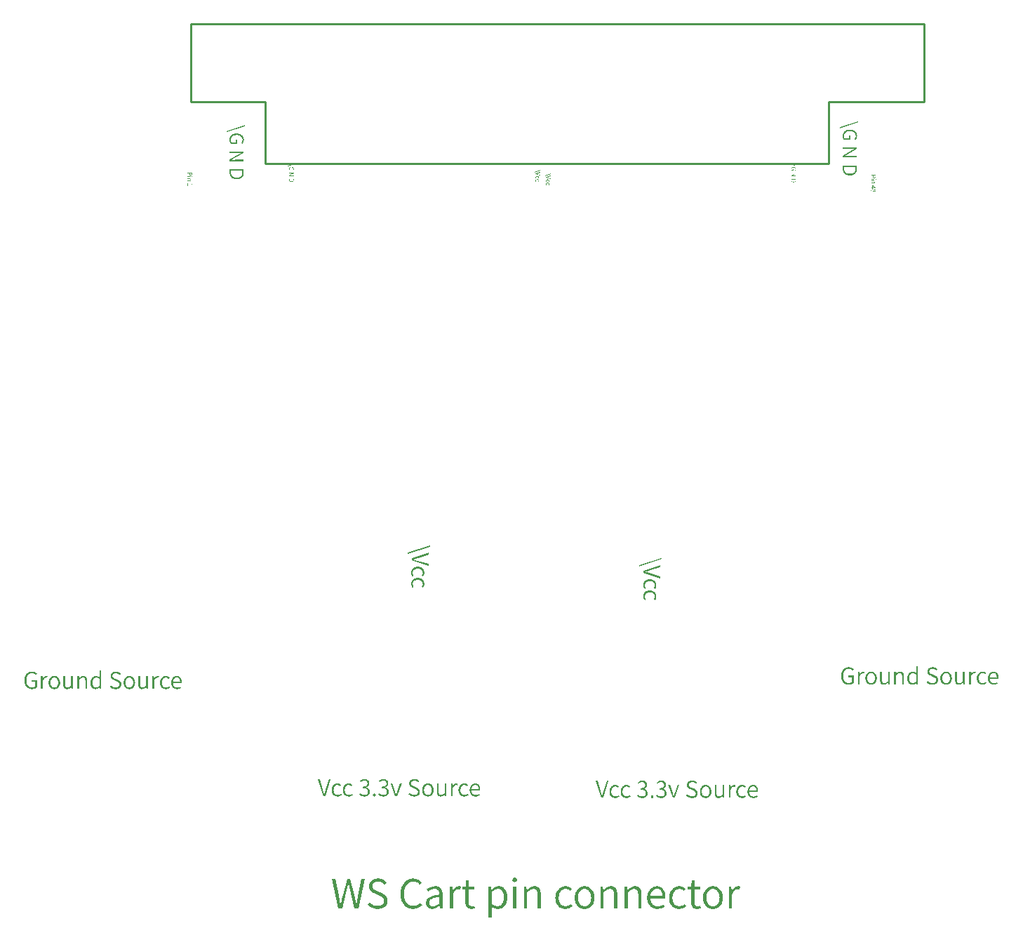
<source format=gto>
G04 Layer: TopSilkLayer*
G04 EasyEDA v6.4.25, 2022-01-13T09:49:16--7:00*
G04 6920eebb592d4fdaba874a7cdc9b1d13,c152627e17c142f38e8cee34c074023c,10*
G04 Gerber Generator version 0.2*
G04 Scale: 100 percent, Rotated: No, Reflected: No *
G04 Dimensions in millimeters *
G04 leading zeros omitted , absolute positions ,4 integer and 5 decimal *
%FSLAX45Y45*%
%MOMM*%

%ADD10C,0.2540*%

%LPD*%
G36*
X7373569Y-3826560D02*
G01*
X7299655Y-3850182D01*
X7299655Y-3854754D01*
X7373569Y-3831132D01*
G37*
G36*
X7368997Y-3850944D02*
G01*
X7313117Y-3868978D01*
X7313117Y-3876090D01*
X7368997Y-3894124D01*
X7368997Y-3887520D01*
X7319721Y-3872788D01*
X7319721Y-3872534D01*
X7368997Y-3857802D01*
G37*
G36*
X7333691Y-3896918D02*
G01*
X7324648Y-3898392D01*
X7317943Y-3902405D01*
X7313777Y-3908450D01*
X7312355Y-3915968D01*
X7312659Y-3919677D01*
X7313625Y-3923131D01*
X7315250Y-3926433D01*
X7317435Y-3929430D01*
X7321499Y-3926636D01*
X7319873Y-3924503D01*
X7318603Y-3922115D01*
X7317740Y-3919423D01*
X7317435Y-3916476D01*
X7318603Y-3911092D01*
X7321905Y-3906875D01*
X7327036Y-3904183D01*
X7333691Y-3903268D01*
X7340447Y-3904284D01*
X7345629Y-3907129D01*
X7348981Y-3911396D01*
X7350201Y-3916730D01*
X7349896Y-3919220D01*
X7349134Y-3921404D01*
X7347915Y-3923436D01*
X7346391Y-3925366D01*
X7350455Y-3928668D01*
X7352385Y-3926230D01*
X7354011Y-3923385D01*
X7355128Y-3920185D01*
X7355535Y-3916476D01*
X7354011Y-3909009D01*
X7349744Y-3902760D01*
X7342886Y-3898493D01*
G37*
G36*
X7333691Y-3933748D02*
G01*
X7324648Y-3935222D01*
X7317943Y-3939235D01*
X7313777Y-3945280D01*
X7312355Y-3952798D01*
X7312659Y-3956507D01*
X7313625Y-3959961D01*
X7315250Y-3963111D01*
X7317435Y-3966006D01*
X7321499Y-3963466D01*
X7319873Y-3961231D01*
X7318603Y-3958844D01*
X7317740Y-3956202D01*
X7317435Y-3953306D01*
X7318603Y-3947922D01*
X7321905Y-3943705D01*
X7327036Y-3941013D01*
X7333691Y-3940098D01*
X7340447Y-3941114D01*
X7345629Y-3943959D01*
X7348981Y-3948226D01*
X7350201Y-3953560D01*
X7349896Y-3955948D01*
X7349134Y-3958132D01*
X7347915Y-3960215D01*
X7346391Y-3962196D01*
X7350455Y-3965244D01*
X7352385Y-3962908D01*
X7354011Y-3960215D01*
X7355128Y-3957015D01*
X7355535Y-3953306D01*
X7354011Y-3945839D01*
X7349744Y-3939590D01*
X7342886Y-3935323D01*
G37*
G36*
X7499807Y-3868318D02*
G01*
X7425893Y-3891686D01*
X7425893Y-3896258D01*
X7499807Y-3872890D01*
G37*
G36*
X7495235Y-3892702D02*
G01*
X7439355Y-3910482D01*
X7439355Y-3917848D01*
X7495235Y-3935628D01*
X7495235Y-3929278D01*
X7445959Y-3914546D01*
X7445959Y-3914038D01*
X7464501Y-3908704D01*
X7495235Y-3899306D01*
G37*
G36*
X7459929Y-3938422D02*
G01*
X7450785Y-3939895D01*
X7443978Y-3943959D01*
X7439812Y-3950106D01*
X7438339Y-3957726D01*
X7438694Y-3961434D01*
X7439761Y-3964889D01*
X7441438Y-3968089D01*
X7443673Y-3970934D01*
X7447737Y-3968140D01*
X7446162Y-3966057D01*
X7444841Y-3963670D01*
X7443978Y-3961028D01*
X7443673Y-3958234D01*
X7444841Y-3952849D01*
X7448092Y-3948684D01*
X7453223Y-3945991D01*
X7459929Y-3945026D01*
X7466685Y-3946042D01*
X7471918Y-3948785D01*
X7475270Y-3952951D01*
X7476439Y-3958234D01*
X7476185Y-3960723D01*
X7475423Y-3962958D01*
X7474203Y-3964940D01*
X7472629Y-3966870D01*
X7476693Y-3970172D01*
X7478522Y-3967886D01*
X7480046Y-3965143D01*
X7481112Y-3961942D01*
X7481519Y-3958234D01*
X7480096Y-3950665D01*
X7475880Y-3944315D01*
X7469073Y-3940048D01*
G37*
G36*
X7459929Y-3975252D02*
G01*
X7450785Y-3976725D01*
X7443978Y-3980789D01*
X7439812Y-3986936D01*
X7438339Y-3994556D01*
X7438694Y-3998112D01*
X7439761Y-4001566D01*
X7441438Y-4004767D01*
X7443673Y-4007764D01*
X7447737Y-4004970D01*
X7446162Y-4002887D01*
X7444841Y-4000500D01*
X7443978Y-3997858D01*
X7443673Y-3995064D01*
X7444841Y-3989679D01*
X7448092Y-3985514D01*
X7453223Y-3982821D01*
X7459929Y-3981856D01*
X7466685Y-3982872D01*
X7471918Y-3985615D01*
X7475270Y-3989781D01*
X7476439Y-3995064D01*
X7476185Y-3997553D01*
X7475423Y-3999788D01*
X7474203Y-4001770D01*
X7472629Y-4003700D01*
X7476693Y-4007002D01*
X7478522Y-4004614D01*
X7480046Y-4001871D01*
X7481112Y-3998671D01*
X7481519Y-3994810D01*
X7480096Y-3987342D01*
X7475880Y-3981145D01*
X7469073Y-3976827D01*
G37*
G36*
X4399635Y-3752646D02*
G01*
X4325721Y-3776014D01*
X4325721Y-3780586D01*
X4399635Y-3757218D01*
G37*
G36*
X4367377Y-3785920D02*
G01*
X4360976Y-3786378D01*
X4355236Y-3787749D01*
X4350308Y-3789984D01*
X4346143Y-3792931D01*
X4342841Y-3796537D01*
X4340402Y-3800805D01*
X4338929Y-3805580D01*
X4338421Y-3810812D01*
X4338878Y-3816045D01*
X4340148Y-3820718D01*
X4342180Y-3824681D01*
X4344771Y-3827830D01*
X4367885Y-3827830D01*
X4367885Y-3809796D01*
X4362805Y-3809796D01*
X4362805Y-3821988D01*
X4347565Y-3821988D01*
X4346041Y-3819956D01*
X4344924Y-3817416D01*
X4344263Y-3814470D01*
X4344009Y-3811320D01*
X4345686Y-3803345D01*
X4350359Y-3797452D01*
X4357725Y-3793744D01*
X4367377Y-3792524D01*
X4377080Y-3793845D01*
X4384344Y-3797604D01*
X4388916Y-3803548D01*
X4390491Y-3811320D01*
X4390085Y-3815334D01*
X4388967Y-3818686D01*
X4387291Y-3821429D01*
X4385157Y-3823766D01*
X4389475Y-3827322D01*
X4391914Y-3824478D01*
X4393996Y-3820922D01*
X4395520Y-3816553D01*
X4396079Y-3811320D01*
X4395571Y-3805986D01*
X4394098Y-3801110D01*
X4391710Y-3796792D01*
X4388408Y-3793083D01*
X4384294Y-3790035D01*
X4379366Y-3787800D01*
X4373727Y-3786378D01*
G37*
G36*
X4339437Y-3858310D02*
G01*
X4339437Y-3864406D01*
X4374235Y-3864305D01*
X4386935Y-3863644D01*
X4386935Y-3863898D01*
X4375505Y-3869994D01*
X4339437Y-3891076D01*
X4339437Y-3897426D01*
X4395063Y-3897426D01*
X4395063Y-3891584D01*
X4360672Y-3891635D01*
X4347565Y-3892346D01*
X4347565Y-3892092D01*
X4358995Y-3885996D01*
X4395063Y-3864914D01*
X4395063Y-3858310D01*
G37*
G36*
X4339437Y-3930192D02*
G01*
X4339437Y-3936288D01*
X4389983Y-3936288D01*
X4389983Y-3943146D01*
X4389628Y-3947922D01*
X4388510Y-3952087D01*
X4386681Y-3955592D01*
X4384141Y-3958437D01*
X4380941Y-3960622D01*
X4377131Y-3962196D01*
X4372660Y-3963162D01*
X4367631Y-3963466D01*
X4362500Y-3963162D01*
X4357928Y-3962196D01*
X4353966Y-3960622D01*
X4350664Y-3958437D01*
X4348022Y-3955592D01*
X4346092Y-3952087D01*
X4344924Y-3947922D01*
X4344517Y-3943146D01*
X4344517Y-3936288D01*
X4339437Y-3936288D01*
X4339437Y-3943908D01*
X4339945Y-3949903D01*
X4341368Y-3955135D01*
X4343755Y-3959555D01*
X4346956Y-3963212D01*
X4351020Y-3966108D01*
X4355846Y-3968140D01*
X4361383Y-3969410D01*
X4367631Y-3969816D01*
X4373829Y-3969410D01*
X4379315Y-3968140D01*
X4384040Y-3966108D01*
X4387900Y-3963212D01*
X4390999Y-3959555D01*
X4393234Y-3955135D01*
X4394606Y-3949903D01*
X4395063Y-3943908D01*
X4395063Y-3930192D01*
G37*
G36*
X10459872Y-3756863D02*
G01*
X10385958Y-3780231D01*
X10385958Y-3784803D01*
X10459872Y-3761435D01*
G37*
G36*
X10427360Y-3790137D02*
G01*
X10420959Y-3790594D01*
X10415219Y-3791965D01*
X10410291Y-3794201D01*
X10406126Y-3797147D01*
X10402824Y-3800805D01*
X10400385Y-3805021D01*
X10398912Y-3809796D01*
X10398404Y-3815029D01*
X10398912Y-3820312D01*
X10400233Y-3824935D01*
X10402265Y-3828897D01*
X10404754Y-3832047D01*
X10427868Y-3832047D01*
X10427868Y-3814013D01*
X10422788Y-3814013D01*
X10422788Y-3826205D01*
X10407548Y-3826205D01*
X10406024Y-3824173D01*
X10404906Y-3821633D01*
X10404246Y-3818686D01*
X10403992Y-3815537D01*
X10405668Y-3807561D01*
X10410342Y-3801668D01*
X10417708Y-3798011D01*
X10427360Y-3796741D01*
X10437114Y-3798062D01*
X10444480Y-3801821D01*
X10449102Y-3807764D01*
X10450728Y-3815537D01*
X10450271Y-3819550D01*
X10449102Y-3822903D01*
X10447426Y-3825697D01*
X10445394Y-3827983D01*
X10449458Y-3831285D01*
X10451896Y-3828592D01*
X10453979Y-3825138D01*
X10455503Y-3820769D01*
X10456062Y-3815537D01*
X10455554Y-3810203D01*
X10454081Y-3805326D01*
X10451693Y-3801008D01*
X10448391Y-3797300D01*
X10444276Y-3794302D01*
X10439349Y-3792016D01*
X10433710Y-3790594D01*
G37*
G36*
X10399420Y-3862527D02*
G01*
X10399420Y-3868623D01*
X10434218Y-3868521D01*
X10446918Y-3867861D01*
X10446918Y-3868115D01*
X10435488Y-3874211D01*
X10399420Y-3895293D01*
X10399420Y-3901643D01*
X10455300Y-3901643D01*
X10455300Y-3895801D01*
X10420654Y-3895851D01*
X10407548Y-3896563D01*
X10407548Y-3896055D01*
X10418978Y-3890213D01*
X10455300Y-3869131D01*
X10455300Y-3862527D01*
G37*
G36*
X10399420Y-3934155D02*
G01*
X10399420Y-3940505D01*
X10449966Y-3940505D01*
X10449966Y-3947363D01*
X10449610Y-3952189D01*
X10448493Y-3956304D01*
X10446664Y-3959809D01*
X10444124Y-3962654D01*
X10440924Y-3964838D01*
X10437114Y-3966413D01*
X10432643Y-3967378D01*
X10427614Y-3967683D01*
X10422534Y-3967378D01*
X10418013Y-3966413D01*
X10414050Y-3964838D01*
X10410748Y-3962654D01*
X10408056Y-3959809D01*
X10406126Y-3956304D01*
X10404906Y-3952189D01*
X10404500Y-3947363D01*
X10404500Y-3940505D01*
X10399420Y-3940505D01*
X10399420Y-3948125D01*
X10399928Y-3954119D01*
X10401350Y-3959351D01*
X10403738Y-3963771D01*
X10406938Y-3967429D01*
X10411002Y-3970324D01*
X10415828Y-3972356D01*
X10421366Y-3973626D01*
X10427614Y-3974033D01*
X10433812Y-3973626D01*
X10439349Y-3972356D01*
X10444073Y-3970324D01*
X10448036Y-3967429D01*
X10451185Y-3963720D01*
X10453420Y-3959250D01*
X10454843Y-3953967D01*
X10455300Y-3947871D01*
X10455300Y-3934155D01*
G37*
G36*
X3804412Y-3284474D02*
G01*
X3582670Y-3354832D01*
X3582670Y-3368548D01*
X3804412Y-3298190D01*
G37*
G36*
X3707129Y-3384550D02*
G01*
X3700475Y-3384702D01*
X3694023Y-3385159D01*
X3687826Y-3385972D01*
X3681831Y-3387039D01*
X3676142Y-3388410D01*
X3670655Y-3390036D01*
X3665474Y-3391966D01*
X3660495Y-3394151D01*
X3655822Y-3396589D01*
X3651453Y-3399282D01*
X3647287Y-3402228D01*
X3643426Y-3405378D01*
X3639870Y-3408781D01*
X3636568Y-3412388D01*
X3633571Y-3416249D01*
X3630879Y-3420262D01*
X3628491Y-3424478D01*
X3626408Y-3428898D01*
X3624630Y-3433521D01*
X3623157Y-3438296D01*
X3621989Y-3443224D01*
X3621176Y-3448354D01*
X3620668Y-3453587D01*
X3620515Y-3458972D01*
X3620871Y-3467150D01*
X3621938Y-3474923D01*
X3623614Y-3482238D01*
X3625850Y-3488994D01*
X3628644Y-3495243D01*
X3631895Y-3500882D01*
X3635552Y-3505911D01*
X3639565Y-3510279D01*
X3709162Y-3510279D01*
X3709162Y-3456178D01*
X3693414Y-3456178D01*
X3693414Y-3492754D01*
X3647694Y-3492754D01*
X3643223Y-3486658D01*
X3639870Y-3478936D01*
X3637787Y-3470148D01*
X3637026Y-3460750D01*
X3637330Y-3454146D01*
X3638296Y-3447897D01*
X3639820Y-3442004D01*
X3641953Y-3436518D01*
X3644646Y-3431438D01*
X3647897Y-3426764D01*
X3651707Y-3422548D01*
X3656025Y-3418687D01*
X3660901Y-3415284D01*
X3666185Y-3412286D01*
X3672027Y-3409746D01*
X3678275Y-3407613D01*
X3684981Y-3405987D01*
X3692144Y-3404819D01*
X3699662Y-3404108D01*
X3707637Y-3403854D01*
X3715512Y-3404108D01*
X3722928Y-3404870D01*
X3729990Y-3406140D01*
X3736594Y-3407867D01*
X3742740Y-3410102D01*
X3748430Y-3412744D01*
X3753662Y-3415842D01*
X3758387Y-3419348D01*
X3762654Y-3423259D01*
X3766362Y-3427577D01*
X3769563Y-3432251D01*
X3772204Y-3437280D01*
X3774236Y-3442665D01*
X3775760Y-3448405D01*
X3776675Y-3454400D01*
X3776979Y-3460750D01*
X3776675Y-3466998D01*
X3775710Y-3472738D01*
X3774236Y-3477869D01*
X3772306Y-3482594D01*
X3769969Y-3486861D01*
X3767226Y-3490772D01*
X3764229Y-3494328D01*
X3760978Y-3497579D01*
X3773424Y-3508248D01*
X3777081Y-3504387D01*
X3780688Y-3499967D01*
X3784092Y-3494989D01*
X3787190Y-3489401D01*
X3789883Y-3483203D01*
X3791915Y-3476345D01*
X3793286Y-3468776D01*
X3793744Y-3460496D01*
X3793591Y-3455060D01*
X3793083Y-3449726D01*
X3792220Y-3444544D01*
X3791051Y-3439515D01*
X3789578Y-3434689D01*
X3787749Y-3429965D01*
X3785615Y-3425494D01*
X3783177Y-3421176D01*
X3780485Y-3417062D01*
X3777437Y-3413150D01*
X3774135Y-3409442D01*
X3770528Y-3405936D01*
X3766667Y-3402685D01*
X3762501Y-3399688D01*
X3758082Y-3396945D01*
X3753408Y-3394405D01*
X3748481Y-3392170D01*
X3743248Y-3390188D01*
X3737813Y-3388512D01*
X3732174Y-3387090D01*
X3726230Y-3386023D01*
X3720084Y-3385210D01*
X3713734Y-3384702D01*
G37*
G36*
X3623310Y-3601720D02*
G01*
X3623310Y-3619500D01*
X3721557Y-3619449D01*
X3734460Y-3619042D01*
X3766058Y-3617214D01*
X3766058Y-3618229D01*
X3731768Y-3636772D01*
X3623310Y-3699510D01*
X3623310Y-3719068D01*
X3790696Y-3719068D01*
X3790696Y-3701034D01*
X3693769Y-3701084D01*
X3680561Y-3701592D01*
X3648201Y-3703574D01*
X3648201Y-3702558D01*
X3682492Y-3684524D01*
X3790696Y-3621024D01*
X3790696Y-3601720D01*
G37*
G36*
X3623310Y-3816858D02*
G01*
X3623310Y-3835654D01*
X3775201Y-3835654D01*
X3775201Y-3856228D01*
X3774998Y-3862222D01*
X3774490Y-3867861D01*
X3773576Y-3873195D01*
X3772306Y-3878224D01*
X3770680Y-3882948D01*
X3768699Y-3887317D01*
X3766413Y-3891381D01*
X3763772Y-3895191D01*
X3760825Y-3898646D01*
X3757523Y-3901795D01*
X3753916Y-3904640D01*
X3749954Y-3907180D01*
X3745737Y-3909415D01*
X3741165Y-3911346D01*
X3736289Y-3912971D01*
X3731158Y-3914343D01*
X3725722Y-3915359D01*
X3719982Y-3916070D01*
X3713937Y-3916527D01*
X3707637Y-3916679D01*
X3701338Y-3916527D01*
X3695344Y-3916070D01*
X3689604Y-3915359D01*
X3684117Y-3914343D01*
X3678936Y-3912971D01*
X3674008Y-3911346D01*
X3669385Y-3909415D01*
X3665067Y-3907180D01*
X3661054Y-3904640D01*
X3657346Y-3901795D01*
X3653942Y-3898646D01*
X3650894Y-3895191D01*
X3648201Y-3891381D01*
X3645814Y-3887317D01*
X3643782Y-3882948D01*
X3642106Y-3878224D01*
X3640785Y-3873195D01*
X3639820Y-3867861D01*
X3639261Y-3862222D01*
X3639058Y-3856228D01*
X3639058Y-3835654D01*
X3623310Y-3835654D01*
X3623462Y-3864762D01*
X3623970Y-3870706D01*
X3624783Y-3876446D01*
X3625900Y-3881932D01*
X3627323Y-3887114D01*
X3629101Y-3892092D01*
X3631133Y-3896817D01*
X3633470Y-3901236D01*
X3636111Y-3905453D01*
X3639058Y-3909364D01*
X3642258Y-3913022D01*
X3645763Y-3916426D01*
X3649522Y-3919575D01*
X3653536Y-3922420D01*
X3657854Y-3925062D01*
X3662426Y-3927398D01*
X3667201Y-3929430D01*
X3672281Y-3931259D01*
X3677564Y-3932783D01*
X3683152Y-3934002D01*
X3688943Y-3934968D01*
X3694937Y-3935679D01*
X3701186Y-3936085D01*
X3707637Y-3936237D01*
X3714089Y-3936085D01*
X3720337Y-3935679D01*
X3726281Y-3934968D01*
X3732022Y-3934002D01*
X3737559Y-3932732D01*
X3742791Y-3931208D01*
X3747820Y-3929430D01*
X3752545Y-3927348D01*
X3757015Y-3925011D01*
X3761232Y-3922420D01*
X3765194Y-3919524D01*
X3768902Y-3916375D01*
X3772306Y-3912920D01*
X3775405Y-3909263D01*
X3778300Y-3905300D01*
X3780840Y-3901084D01*
X3783126Y-3896614D01*
X3785108Y-3891889D01*
X3786784Y-3886860D01*
X3788206Y-3881628D01*
X3789273Y-3876090D01*
X3790086Y-3870299D01*
X3790543Y-3864305D01*
X3790696Y-3858006D01*
X3790696Y-3816858D01*
G37*
G36*
X11204346Y-3237433D02*
G01*
X10982604Y-3307791D01*
X10982604Y-3321507D01*
X11204346Y-3251149D01*
G37*
G36*
X11106810Y-3337509D02*
G01*
X11100206Y-3337712D01*
X11093754Y-3338169D01*
X11087557Y-3338931D01*
X11081613Y-3339998D01*
X11075924Y-3341370D01*
X11070488Y-3342995D01*
X11065256Y-3344926D01*
X11060328Y-3347110D01*
X11055654Y-3349548D01*
X11051235Y-3352241D01*
X11047120Y-3355187D01*
X11043259Y-3358337D01*
X11039652Y-3361740D01*
X11036350Y-3365398D01*
X11033353Y-3369208D01*
X11030661Y-3373221D01*
X11028222Y-3377488D01*
X11026140Y-3381908D01*
X11024362Y-3386480D01*
X11022888Y-3391255D01*
X11021720Y-3396234D01*
X11020907Y-3401314D01*
X11020399Y-3406546D01*
X11020196Y-3411931D01*
X11020602Y-3420211D01*
X11021669Y-3427984D01*
X11023396Y-3435299D01*
X11025682Y-3442106D01*
X11028527Y-3448304D01*
X11031778Y-3453942D01*
X11035487Y-3458921D01*
X11039500Y-3463239D01*
X11108842Y-3463239D01*
X11108842Y-3409391D01*
X11093094Y-3409391D01*
X11093094Y-3445713D01*
X11047374Y-3445713D01*
X11043005Y-3439617D01*
X11039703Y-3431946D01*
X11037671Y-3423208D01*
X11036960Y-3413963D01*
X11037316Y-3407308D01*
X11038230Y-3401009D01*
X11039754Y-3395116D01*
X11041888Y-3389629D01*
X11044580Y-3384499D01*
X11047882Y-3379825D01*
X11051641Y-3375558D01*
X11055959Y-3371697D01*
X11060785Y-3368243D01*
X11066119Y-3365296D01*
X11071910Y-3362706D01*
X11078108Y-3360623D01*
X11084814Y-3358997D01*
X11091926Y-3357778D01*
X11099444Y-3357067D01*
X11107318Y-3356813D01*
X11115192Y-3357118D01*
X11122660Y-3357879D01*
X11129721Y-3359150D01*
X11136325Y-3360877D01*
X11142522Y-3363061D01*
X11148212Y-3365754D01*
X11153495Y-3368852D01*
X11158220Y-3372358D01*
X11162487Y-3376269D01*
X11166246Y-3380587D01*
X11169446Y-3385312D01*
X11172088Y-3390392D01*
X11174171Y-3395776D01*
X11175695Y-3401517D01*
X11176609Y-3407613D01*
X11176914Y-3413963D01*
X11176609Y-3420160D01*
X11175695Y-3425799D01*
X11174222Y-3430930D01*
X11172291Y-3435604D01*
X11169904Y-3439871D01*
X11167160Y-3443732D01*
X11164163Y-3447287D01*
X11160912Y-3450539D01*
X11173104Y-3461207D01*
X11176863Y-3457346D01*
X11180470Y-3452926D01*
X11183924Y-3447948D01*
X11187023Y-3442411D01*
X11189614Y-3436213D01*
X11191646Y-3429355D01*
X11192967Y-3421786D01*
X11193424Y-3413455D01*
X11193272Y-3408019D01*
X11192764Y-3402685D01*
X11191951Y-3397504D01*
X11190782Y-3392525D01*
X11189309Y-3387648D01*
X11187480Y-3382975D01*
X11185398Y-3378454D01*
X11182959Y-3374136D01*
X11180216Y-3370021D01*
X11177219Y-3366109D01*
X11173917Y-3362401D01*
X11170310Y-3358946D01*
X11166449Y-3355695D01*
X11162334Y-3352647D01*
X11157915Y-3349904D01*
X11153241Y-3347415D01*
X11148263Y-3345129D01*
X11143081Y-3343198D01*
X11137646Y-3341471D01*
X11131956Y-3340100D01*
X11126012Y-3338982D01*
X11119866Y-3338169D01*
X11113465Y-3337712D01*
G37*
G36*
X11023244Y-3554679D02*
G01*
X11023244Y-3572459D01*
X11121440Y-3572408D01*
X11134293Y-3572001D01*
X11165738Y-3570173D01*
X11165738Y-3571443D01*
X11131448Y-3589731D01*
X11023244Y-3652469D01*
X11023244Y-3672281D01*
X11190630Y-3672281D01*
X11190630Y-3653993D01*
X11093551Y-3654094D01*
X11080445Y-3654551D01*
X11047882Y-3656533D01*
X11047882Y-3655517D01*
X11082172Y-3637483D01*
X11190630Y-3573983D01*
X11190630Y-3554679D01*
G37*
G36*
X11023244Y-3769817D02*
G01*
X11023244Y-3788867D01*
X11174882Y-3788867D01*
X11174730Y-3815384D01*
X11174171Y-3821023D01*
X11173256Y-3826306D01*
X11171986Y-3831336D01*
X11170412Y-3836009D01*
X11168430Y-3840378D01*
X11166144Y-3844442D01*
X11163503Y-3848201D01*
X11160556Y-3851656D01*
X11157254Y-3854805D01*
X11153648Y-3857650D01*
X11149736Y-3860190D01*
X11145469Y-3862425D01*
X11140948Y-3864356D01*
X11136122Y-3865981D01*
X11130991Y-3867302D01*
X11125555Y-3868318D01*
X11119866Y-3869080D01*
X11113871Y-3869537D01*
X11101324Y-3869537D01*
X11095278Y-3869080D01*
X11089538Y-3868318D01*
X11084052Y-3867302D01*
X11078819Y-3865981D01*
X11073892Y-3864356D01*
X11069269Y-3862425D01*
X11064951Y-3860190D01*
X11060887Y-3857650D01*
X11057178Y-3854805D01*
X11053775Y-3851656D01*
X11050676Y-3848201D01*
X11047984Y-3844442D01*
X11045545Y-3840378D01*
X11043513Y-3836009D01*
X11041837Y-3831336D01*
X11040516Y-3826306D01*
X11039551Y-3821023D01*
X11038941Y-3815384D01*
X11038738Y-3809441D01*
X11038738Y-3788867D01*
X11023244Y-3788867D01*
X11023244Y-3811727D01*
X11023447Y-3817924D01*
X11023904Y-3823868D01*
X11024717Y-3829608D01*
X11025886Y-3835044D01*
X11027308Y-3840226D01*
X11029035Y-3845153D01*
X11031118Y-3849878D01*
X11033455Y-3854297D01*
X11036096Y-3858463D01*
X11038992Y-3862374D01*
X11042243Y-3866032D01*
X11045698Y-3869436D01*
X11049457Y-3872585D01*
X11053521Y-3875430D01*
X11057788Y-3878021D01*
X11062360Y-3880358D01*
X11067186Y-3882440D01*
X11072215Y-3884218D01*
X11077549Y-3885742D01*
X11083086Y-3887012D01*
X11088878Y-3887978D01*
X11101120Y-3889095D01*
X11114074Y-3889095D01*
X11126266Y-3887978D01*
X11137493Y-3885742D01*
X11142776Y-3884218D01*
X11147755Y-3882390D01*
X11152479Y-3880358D01*
X11157000Y-3877970D01*
X11161217Y-3875379D01*
X11165179Y-3872484D01*
X11168837Y-3869334D01*
X11172240Y-3865930D01*
X11175390Y-3862222D01*
X11178235Y-3858310D01*
X11180826Y-3854094D01*
X11183061Y-3849573D01*
X11185093Y-3844848D01*
X11186769Y-3839870D01*
X11188141Y-3834587D01*
X11189258Y-3829100D01*
X11190020Y-3823309D01*
X11190478Y-3817264D01*
X11190630Y-3810965D01*
X11190630Y-3769817D01*
G37*
G36*
X8838438Y-8502091D02*
G01*
X8567420Y-8587943D01*
X8567420Y-8604707D01*
X8838438Y-8518855D01*
G37*
G36*
X8821674Y-8591753D02*
G01*
X8617204Y-8657285D01*
X8617204Y-8683955D01*
X8821674Y-8749233D01*
X8821674Y-8725865D01*
X8664041Y-8678672D01*
X8641334Y-8671509D01*
X8641334Y-8670493D01*
X8664041Y-8663381D01*
X8702903Y-8652205D01*
X8821674Y-8616137D01*
G37*
G36*
X8692642Y-8759901D02*
G01*
X8685276Y-8760155D01*
X8678265Y-8760815D01*
X8671560Y-8761882D01*
X8665210Y-8763406D01*
X8659164Y-8765286D01*
X8653526Y-8767572D01*
X8648192Y-8770213D01*
X8643213Y-8773160D01*
X8638590Y-8776512D01*
X8634374Y-8780119D01*
X8630513Y-8784031D01*
X8627059Y-8788247D01*
X8623960Y-8792718D01*
X8621268Y-8797391D01*
X8618931Y-8802370D01*
X8617051Y-8807500D01*
X8615578Y-8812885D01*
X8614511Y-8818422D01*
X8613851Y-8824163D01*
X8613648Y-8830005D01*
X8613952Y-8836914D01*
X8614918Y-8843568D01*
X8616543Y-8850020D01*
X8618728Y-8856268D01*
X8621471Y-8862263D01*
X8624773Y-8868003D01*
X8628634Y-8873439D01*
X8632952Y-8878519D01*
X8647938Y-8868613D01*
X8644890Y-8864955D01*
X8641994Y-8860942D01*
X8639403Y-8856675D01*
X8637168Y-8852154D01*
X8635288Y-8847378D01*
X8633917Y-8842451D01*
X8633002Y-8837320D01*
X8632698Y-8832037D01*
X8632952Y-8826703D01*
X8633764Y-8821572D01*
X8635136Y-8816695D01*
X8636965Y-8812123D01*
X8639352Y-8807805D01*
X8642146Y-8803792D01*
X8645398Y-8800084D01*
X8649157Y-8796731D01*
X8653272Y-8793683D01*
X8657793Y-8790990D01*
X8662771Y-8788704D01*
X8668054Y-8786774D01*
X8673693Y-8785301D01*
X8679688Y-8784183D01*
X8686038Y-8783523D01*
X8692642Y-8783269D01*
X8699195Y-8783523D01*
X8705494Y-8784234D01*
X8711488Y-8785402D01*
X8717127Y-8787028D01*
X8722461Y-8789060D01*
X8727440Y-8791448D01*
X8732012Y-8794242D01*
X8736177Y-8797340D01*
X8739936Y-8800795D01*
X8743238Y-8804605D01*
X8746083Y-8808618D01*
X8748471Y-8812987D01*
X8750350Y-8817559D01*
X8751722Y-8822334D01*
X8752535Y-8827363D01*
X8752840Y-8832545D01*
X8751773Y-8841435D01*
X8748928Y-8849512D01*
X8744559Y-8856929D01*
X8739124Y-8863787D01*
X8753856Y-8875725D01*
X8757412Y-8871661D01*
X8760714Y-8867292D01*
X8763812Y-8862466D01*
X8766505Y-8857284D01*
X8768740Y-8851646D01*
X8770416Y-8845550D01*
X8771483Y-8838946D01*
X8771890Y-8831783D01*
X8771686Y-8826093D01*
X8771026Y-8820454D01*
X8769959Y-8814968D01*
X8768486Y-8809583D01*
X8766556Y-8804402D01*
X8764270Y-8799372D01*
X8761577Y-8794546D01*
X8758478Y-8789924D01*
X8754973Y-8785555D01*
X8751112Y-8781491D01*
X8746896Y-8777681D01*
X8742273Y-8774176D01*
X8737295Y-8771026D01*
X8731910Y-8768181D01*
X8726220Y-8765743D01*
X8720175Y-8763711D01*
X8713774Y-8762085D01*
X8707069Y-8760917D01*
X8700008Y-8760155D01*
G37*
G36*
X8692642Y-8894775D02*
G01*
X8685276Y-8895029D01*
X8678265Y-8895689D01*
X8671560Y-8896756D01*
X8665210Y-8898280D01*
X8659164Y-8900160D01*
X8653526Y-8902446D01*
X8648192Y-8905087D01*
X8643213Y-8908034D01*
X8638590Y-8911386D01*
X8634374Y-8914993D01*
X8630513Y-8918905D01*
X8627059Y-8923121D01*
X8623960Y-8927592D01*
X8621268Y-8932265D01*
X8618931Y-8937244D01*
X8617051Y-8942374D01*
X8615578Y-8947759D01*
X8614511Y-8953296D01*
X8613851Y-8959037D01*
X8613648Y-8964879D01*
X8613952Y-8971788D01*
X8614918Y-8978442D01*
X8616543Y-8984945D01*
X8618728Y-8991193D01*
X8621471Y-8997188D01*
X8624773Y-9002979D01*
X8628634Y-9008465D01*
X8632952Y-9013647D01*
X8647938Y-9003487D01*
X8644890Y-8999829D01*
X8641994Y-8995816D01*
X8639403Y-8991549D01*
X8637168Y-8987028D01*
X8635288Y-8982252D01*
X8633917Y-8977325D01*
X8633002Y-8972194D01*
X8632698Y-8966911D01*
X8632952Y-8961628D01*
X8633764Y-8956548D01*
X8635136Y-8951722D01*
X8636965Y-8947150D01*
X8639352Y-8942832D01*
X8642146Y-8938869D01*
X8645398Y-8935161D01*
X8649157Y-8931808D01*
X8653272Y-8928811D01*
X8657793Y-8926118D01*
X8662771Y-8923832D01*
X8668054Y-8921902D01*
X8673693Y-8920429D01*
X8679688Y-8919311D01*
X8686038Y-8918651D01*
X8692642Y-8918397D01*
X8699195Y-8918651D01*
X8705494Y-8919362D01*
X8711488Y-8920530D01*
X8717127Y-8922105D01*
X8722461Y-8924086D01*
X8727440Y-8926474D01*
X8732012Y-8929268D01*
X8736177Y-8932367D01*
X8739936Y-8935770D01*
X8743238Y-8939530D01*
X8746083Y-8943594D01*
X8748471Y-8947861D01*
X8750350Y-8952433D01*
X8751722Y-8957259D01*
X8752535Y-8962237D01*
X8752840Y-8967419D01*
X8751773Y-8976410D01*
X8748928Y-8984538D01*
X8744559Y-8991955D01*
X8739124Y-8998915D01*
X8753856Y-9010853D01*
X8757412Y-9006738D01*
X8760714Y-9002268D01*
X8763812Y-8997442D01*
X8766505Y-8992209D01*
X8768740Y-8986570D01*
X8770416Y-8980424D01*
X8771483Y-8973820D01*
X8771890Y-8966657D01*
X8771686Y-8960967D01*
X8771026Y-8955328D01*
X8769959Y-8949842D01*
X8768486Y-8944457D01*
X8766556Y-8939276D01*
X8764270Y-8934246D01*
X8761577Y-8929420D01*
X8758478Y-8924798D01*
X8754973Y-8920429D01*
X8751112Y-8916365D01*
X8746896Y-8912555D01*
X8742273Y-8909050D01*
X8737295Y-8905900D01*
X8731910Y-8903055D01*
X8726220Y-8900617D01*
X8720175Y-8898585D01*
X8713774Y-8896959D01*
X8707069Y-8895791D01*
X8700008Y-8895029D01*
G37*
G36*
X6038545Y-8351621D02*
G01*
X5767527Y-8437727D01*
X5767527Y-8454491D01*
X6038545Y-8368385D01*
G37*
G36*
X6021781Y-8441283D02*
G01*
X5817311Y-8507069D01*
X5817311Y-8533485D01*
X6021781Y-8599017D01*
X6021781Y-8575395D01*
X5891377Y-8536330D01*
X5864047Y-8528354D01*
X5841187Y-8521293D01*
X5841187Y-8520023D01*
X5864047Y-8513064D01*
X5897016Y-8503462D01*
X6021781Y-8465667D01*
G37*
G36*
X5892749Y-8609431D02*
G01*
X5885383Y-8609634D01*
X5878372Y-8610295D01*
X5871667Y-8611412D01*
X5865266Y-8612886D01*
X5859221Y-8614816D01*
X5853531Y-8617051D01*
X5848197Y-8619693D01*
X5843219Y-8622690D01*
X5838596Y-8625992D01*
X5834329Y-8629650D01*
X5830468Y-8633561D01*
X5826963Y-8637778D01*
X5823864Y-8642248D01*
X5821172Y-8646972D01*
X5818835Y-8651951D01*
X5816904Y-8657132D01*
X5815431Y-8662517D01*
X5814364Y-8668105D01*
X5813704Y-8673846D01*
X5813501Y-8679789D01*
X5813806Y-8686546D01*
X5814822Y-8693150D01*
X5816447Y-8699601D01*
X5818682Y-8705850D01*
X5821426Y-8711844D01*
X5824728Y-8717584D01*
X5828538Y-8723071D01*
X5832805Y-8728303D01*
X5848045Y-8718143D01*
X5844946Y-8714435D01*
X5842050Y-8710422D01*
X5839460Y-8706154D01*
X5837123Y-8701633D01*
X5835243Y-8696909D01*
X5833770Y-8691930D01*
X5832856Y-8686800D01*
X5832551Y-8681567D01*
X5832805Y-8676233D01*
X5833668Y-8671153D01*
X5834989Y-8666327D01*
X5836869Y-8661755D01*
X5839256Y-8657488D01*
X5842050Y-8653475D01*
X5845352Y-8649766D01*
X5849112Y-8646414D01*
X5853277Y-8643416D01*
X5857849Y-8640724D01*
X5862777Y-8638438D01*
X5868111Y-8636558D01*
X5873800Y-8635034D01*
X5879795Y-8633917D01*
X5886094Y-8633256D01*
X5892749Y-8633053D01*
X5899251Y-8633256D01*
X5905500Y-8633968D01*
X5911494Y-8635136D01*
X5917082Y-8636711D01*
X5922416Y-8638743D01*
X5927344Y-8641130D01*
X5931865Y-8643874D01*
X5936030Y-8646972D01*
X5939790Y-8650427D01*
X5943092Y-8654135D01*
X5945936Y-8658199D01*
X5948324Y-8662517D01*
X5950204Y-8667038D01*
X5951575Y-8671864D01*
X5952388Y-8676843D01*
X5952693Y-8682075D01*
X5951677Y-8691067D01*
X5948883Y-8699144D01*
X5944514Y-8706561D01*
X5938977Y-8713571D01*
X5953963Y-8725509D01*
X5957519Y-8721344D01*
X5960821Y-8716873D01*
X5963920Y-8712047D01*
X5966612Y-8706815D01*
X5968847Y-8701176D01*
X5970524Y-8695080D01*
X5971590Y-8688425D01*
X5971997Y-8681313D01*
X5971743Y-8675573D01*
X5971133Y-8669985D01*
X5970066Y-8664448D01*
X5968593Y-8659114D01*
X5966663Y-8653881D01*
X5964377Y-8648852D01*
X5961684Y-8644026D01*
X5958586Y-8639403D01*
X5955080Y-8635085D01*
X5951220Y-8630970D01*
X5946952Y-8627160D01*
X5942380Y-8623655D01*
X5937351Y-8620506D01*
X5932017Y-8617712D01*
X5926328Y-8615273D01*
X5920282Y-8613190D01*
X5913882Y-8611565D01*
X5907176Y-8610396D01*
X5900115Y-8609634D01*
G37*
G36*
X5892749Y-8744559D02*
G01*
X5885383Y-8744762D01*
X5878372Y-8745423D01*
X5871667Y-8746540D01*
X5865266Y-8748014D01*
X5859221Y-8749944D01*
X5853531Y-8752179D01*
X5848197Y-8754821D01*
X5843219Y-8757818D01*
X5838596Y-8761120D01*
X5834329Y-8764727D01*
X5830468Y-8768638D01*
X5826963Y-8772855D01*
X5823864Y-8777325D01*
X5821172Y-8782050D01*
X5818835Y-8786977D01*
X5816904Y-8792159D01*
X5815431Y-8797493D01*
X5814364Y-8803030D01*
X5813704Y-8808770D01*
X5813501Y-8814663D01*
X5813806Y-8821420D01*
X5814822Y-8828024D01*
X5816447Y-8834475D01*
X5818682Y-8840724D01*
X5821426Y-8846718D01*
X5824728Y-8852458D01*
X5828538Y-8857945D01*
X5832805Y-8863177D01*
X5848045Y-8853271D01*
X5844946Y-8849512D01*
X5842050Y-8845448D01*
X5839460Y-8841181D01*
X5837123Y-8836660D01*
X5835243Y-8831935D01*
X5833770Y-8827058D01*
X5832856Y-8821928D01*
X5832551Y-8816695D01*
X5832805Y-8811310D01*
X5833668Y-8806180D01*
X5834989Y-8801303D01*
X5836869Y-8796731D01*
X5839256Y-8792413D01*
X5842050Y-8788400D01*
X5845352Y-8784691D01*
X5849112Y-8781338D01*
X5853277Y-8778290D01*
X5857849Y-8775649D01*
X5862777Y-8773312D01*
X5868111Y-8771432D01*
X5873800Y-8769908D01*
X5879795Y-8768791D01*
X5886094Y-8768130D01*
X5892749Y-8767927D01*
X5899251Y-8768130D01*
X5905500Y-8768892D01*
X5911494Y-8770061D01*
X5917082Y-8771636D01*
X5922416Y-8773668D01*
X5927344Y-8776055D01*
X5931865Y-8778849D01*
X5936030Y-8781948D01*
X5939790Y-8785453D01*
X5943092Y-8789212D01*
X5945936Y-8793276D01*
X5948324Y-8797594D01*
X5950204Y-8802166D01*
X5951575Y-8806992D01*
X5952388Y-8811971D01*
X5952693Y-8817203D01*
X5951677Y-8826042D01*
X5948883Y-8834120D01*
X5944514Y-8841536D01*
X5938977Y-8848445D01*
X5953963Y-8860383D01*
X5957519Y-8856218D01*
X5960821Y-8851798D01*
X5963920Y-8846972D01*
X5966612Y-8841790D01*
X5968847Y-8836152D01*
X5970524Y-8830056D01*
X5971590Y-8823401D01*
X5971997Y-8816187D01*
X5971743Y-8810498D01*
X5971133Y-8804910D01*
X5970066Y-8799423D01*
X5968593Y-8794089D01*
X5966663Y-8788908D01*
X5964377Y-8783878D01*
X5961684Y-8779103D01*
X5958586Y-8774480D01*
X5955080Y-8770162D01*
X5951220Y-8766048D01*
X5946952Y-8762288D01*
X5942380Y-8758783D01*
X5937351Y-8755634D01*
X5932017Y-8752789D01*
X5926328Y-8750350D01*
X5920282Y-8748318D01*
X5913882Y-8746693D01*
X5907176Y-8745524D01*
X5900115Y-8744762D01*
G37*
G36*
X11363706Y-3886200D02*
G01*
X11363706Y-3892550D01*
X11414506Y-3892550D01*
X11414506Y-3900678D01*
X11413947Y-3907383D01*
X11412067Y-3912209D01*
X11408613Y-3915156D01*
X11403330Y-3916172D01*
X11398097Y-3915257D01*
X11394440Y-3912463D01*
X11392306Y-3907688D01*
X11391646Y-3900932D01*
X11391646Y-3892550D01*
X11386312Y-3892550D01*
X11386312Y-3901948D01*
X11387378Y-3910380D01*
X11390528Y-3916781D01*
X11395862Y-3920845D01*
X11403330Y-3922268D01*
X11410899Y-3920794D01*
X11415928Y-3916629D01*
X11418722Y-3910177D01*
X11419586Y-3901694D01*
X11419586Y-3886200D01*
G37*
G36*
X11418062Y-3932174D02*
G01*
X11416334Y-3932478D01*
X11414963Y-3933393D01*
X11414048Y-3934764D01*
X11413744Y-3936492D01*
X11414048Y-3938117D01*
X11414963Y-3939489D01*
X11416334Y-3940454D01*
X11418062Y-3940810D01*
X11419789Y-3940454D01*
X11421160Y-3939489D01*
X11422075Y-3938117D01*
X11422380Y-3936492D01*
X11422075Y-3934764D01*
X11421160Y-3933393D01*
X11419789Y-3932478D01*
G37*
G36*
X11363706Y-3933444D02*
G01*
X11363706Y-3939540D01*
X11404854Y-3939540D01*
X11404854Y-3933444D01*
G37*
G36*
X11363706Y-3953764D02*
G01*
X11363706Y-3960114D01*
X11393932Y-3960114D01*
X11396776Y-3963060D01*
X11398859Y-3965854D01*
X11400129Y-3968699D01*
X11400536Y-3971798D01*
X11399875Y-3975404D01*
X11397792Y-3977944D01*
X11394236Y-3979418D01*
X11389106Y-3979926D01*
X11363706Y-3979926D01*
X11363706Y-3986022D01*
X11389868Y-3986022D01*
X11396929Y-3985310D01*
X11402009Y-3983024D01*
X11405108Y-3979164D01*
X11406124Y-3973576D01*
X11405565Y-3969613D01*
X11403990Y-3966006D01*
X11401755Y-3962704D01*
X11399012Y-3959606D01*
X11399012Y-3959351D01*
X11404854Y-3958844D01*
X11404854Y-3953764D01*
G37*
G36*
X11379454Y-4011168D02*
G01*
X11379454Y-4017772D01*
X11384280Y-4017772D01*
X11404346Y-4031234D01*
X11412220Y-4035551D01*
X11412220Y-4036060D01*
X11402314Y-4035551D01*
X11384280Y-4035551D01*
X11384280Y-4017772D01*
X11379454Y-4017772D01*
X11379454Y-4035551D01*
X11363706Y-4035551D01*
X11363706Y-4041394D01*
X11379454Y-4041394D01*
X11379454Y-4049014D01*
X11384280Y-4049014D01*
X11384280Y-4041394D01*
X11419586Y-4041394D01*
X11419586Y-4034790D01*
X11383264Y-4011168D01*
G37*
G36*
X11377676Y-4054856D02*
G01*
X11371681Y-4056227D01*
X11366957Y-4059936D01*
X11363807Y-4065574D01*
X11362690Y-4072636D01*
X11367516Y-4072636D01*
X11368328Y-4067860D01*
X11370564Y-4064101D01*
X11373967Y-4061612D01*
X11378184Y-4060698D01*
X11382197Y-4061307D01*
X11385702Y-4062933D01*
X11388699Y-4065422D01*
X11391138Y-4068572D01*
X11388648Y-4074363D01*
X11387455Y-4076446D01*
X11393932Y-4076446D01*
X11395964Y-4071620D01*
X11398453Y-4067505D01*
X11401806Y-4064609D01*
X11406378Y-4063492D01*
X11410188Y-4064152D01*
X11413185Y-4066082D01*
X11415115Y-4068978D01*
X11415776Y-4072636D01*
X11414912Y-4076852D01*
X11412677Y-4079951D01*
X11409324Y-4081881D01*
X11405362Y-4082542D01*
X11402212Y-4082186D01*
X11399266Y-4081018D01*
X11396522Y-4079138D01*
X11393932Y-4076446D01*
X11387455Y-4076446D01*
X11385854Y-4079240D01*
X11382197Y-4082592D01*
X11377168Y-4083812D01*
X11373307Y-4083050D01*
X11370259Y-4080814D01*
X11368227Y-4077258D01*
X11367516Y-4072636D01*
X11362690Y-4072636D01*
X11363807Y-4079595D01*
X11366906Y-4085082D01*
X11371478Y-4088637D01*
X11377168Y-4089908D01*
X11382248Y-4089095D01*
X11386210Y-4087012D01*
X11389258Y-4084015D01*
X11391646Y-4080510D01*
X11392154Y-4080510D01*
X11394490Y-4082948D01*
X11397640Y-4085336D01*
X11401399Y-4087164D01*
X11405616Y-4087876D01*
X11411559Y-4086860D01*
X11416233Y-4083913D01*
X11419281Y-4079189D01*
X11420348Y-4072890D01*
X11419332Y-4066844D01*
X11416487Y-4062018D01*
X11412118Y-4058818D01*
X11406378Y-4057650D01*
X11402263Y-4058259D01*
X11398758Y-4059936D01*
X11395811Y-4062374D01*
X11393424Y-4065270D01*
X11393170Y-4065270D01*
X11390630Y-4061510D01*
X11387226Y-4058158D01*
X11382908Y-4055770D01*
G37*
G36*
X3114548Y-3856482D02*
G01*
X3114548Y-3862832D01*
X3165348Y-3862832D01*
X3165348Y-3871214D01*
X3164789Y-3877868D01*
X3162909Y-3882644D01*
X3159455Y-3885488D01*
X3154172Y-3886454D01*
X3148787Y-3885539D01*
X3145078Y-3882745D01*
X3142945Y-3878072D01*
X3142234Y-3871468D01*
X3142234Y-3862832D01*
X3137154Y-3862832D01*
X3137154Y-3872229D01*
X3138220Y-3880713D01*
X3141370Y-3887165D01*
X3146704Y-3891330D01*
X3154172Y-3892804D01*
X3161741Y-3891330D01*
X3166770Y-3887165D01*
X3169564Y-3880612D01*
X3170428Y-3871976D01*
X3170428Y-3856482D01*
G37*
G36*
X3168904Y-3902456D02*
G01*
X3167176Y-3902760D01*
X3165805Y-3903675D01*
X3164890Y-3905046D01*
X3164586Y-3906774D01*
X3164890Y-3908501D01*
X3165805Y-3909872D01*
X3167176Y-3910787D01*
X3168904Y-3911092D01*
X3170631Y-3910787D01*
X3172002Y-3909872D01*
X3172917Y-3908501D01*
X3173222Y-3906774D01*
X3172917Y-3905046D01*
X3172002Y-3903675D01*
X3170631Y-3902760D01*
G37*
G36*
X3114548Y-3903726D02*
G01*
X3114548Y-3909822D01*
X3155696Y-3909822D01*
X3155696Y-3903726D01*
G37*
G36*
X3114548Y-3924300D02*
G01*
X3114548Y-3930396D01*
X3144774Y-3930396D01*
X3147618Y-3933444D01*
X3149701Y-3936237D01*
X3150971Y-3939032D01*
X3151378Y-3942079D01*
X3150717Y-3945839D01*
X3148634Y-3948328D01*
X3145078Y-3949750D01*
X3139948Y-3950208D01*
X3114548Y-3950208D01*
X3114548Y-3956558D01*
X3140710Y-3956558D01*
X3147720Y-3955796D01*
X3152698Y-3953459D01*
X3155696Y-3949496D01*
X3156712Y-3943858D01*
X3156153Y-3939895D01*
X3154680Y-3936339D01*
X3152444Y-3933088D01*
X3149600Y-3930142D01*
X3149600Y-3929887D01*
X3155696Y-3929379D01*
X3155696Y-3924300D01*
G37*
G36*
X3114548Y-3986784D02*
G01*
X3114548Y-4017010D01*
X3119882Y-4017010D01*
X3119882Y-4005579D01*
X3170428Y-4005579D01*
X3170428Y-4000754D01*
X3169208Y-3998518D01*
X3168142Y-3995928D01*
X3167278Y-3992981D01*
X3166618Y-3989578D01*
X3162554Y-3989578D01*
X3162554Y-3999484D01*
X3119882Y-3999484D01*
X3119882Y-3986784D01*
G37*
G36*
X11907062Y-9806482D02*
G01*
X11907062Y-9865918D01*
X11908332Y-9892080D01*
X11903252Y-9888118D01*
X11898274Y-9884613D01*
X11893245Y-9881565D01*
X11888165Y-9879025D01*
X11882831Y-9876993D01*
X11877294Y-9875520D01*
X11871299Y-9874605D01*
X11864898Y-9874300D01*
X11859768Y-9874554D01*
X11854688Y-9875215D01*
X11849709Y-9876332D01*
X11844832Y-9877907D01*
X11840108Y-9879888D01*
X11835536Y-9882276D01*
X11831116Y-9885070D01*
X11826900Y-9888220D01*
X11822938Y-9891826D01*
X11819178Y-9895738D01*
X11815724Y-9900056D01*
X11812473Y-9904730D01*
X11809577Y-9909708D01*
X11806986Y-9915042D01*
X11804751Y-9920732D01*
X11802872Y-9926675D01*
X11801398Y-9932974D01*
X11800281Y-9939578D01*
X11799620Y-9946436D01*
X11799366Y-9953548D01*
X11822988Y-9953548D01*
X11823242Y-9947046D01*
X11823903Y-9940848D01*
X11825020Y-9934905D01*
X11826494Y-9929266D01*
X11828373Y-9923932D01*
X11830608Y-9919004D01*
X11833199Y-9914432D01*
X11836095Y-9910216D01*
X11839346Y-9906457D01*
X11842800Y-9903104D01*
X11846560Y-9900208D01*
X11850522Y-9897821D01*
X11854738Y-9895890D01*
X11859158Y-9894519D01*
X11863730Y-9893655D01*
X11868454Y-9893350D01*
X11873331Y-9893604D01*
X11878157Y-9894316D01*
X11882882Y-9895535D01*
X11887606Y-9897262D01*
X11892330Y-9899599D01*
X11897106Y-9902494D01*
X11902033Y-9906000D01*
X11907062Y-9910114D01*
X11907062Y-9991902D01*
X11902033Y-9996932D01*
X11897106Y-10001250D01*
X11892127Y-10004907D01*
X11887149Y-10007904D01*
X11882120Y-10010241D01*
X11876989Y-10011918D01*
X11871807Y-10012934D01*
X11866422Y-10013238D01*
X11861393Y-10012984D01*
X11856618Y-10012222D01*
X11852148Y-10010902D01*
X11847982Y-10009124D01*
X11844070Y-10006888D01*
X11840514Y-10004145D01*
X11837263Y-10000945D01*
X11834317Y-9997287D01*
X11831726Y-9993223D01*
X11829440Y-9988753D01*
X11827510Y-9983825D01*
X11825884Y-9978542D01*
X11824614Y-9972852D01*
X11823750Y-9966756D01*
X11823192Y-9960356D01*
X11822988Y-9953548D01*
X11799366Y-9953548D01*
X11799570Y-9960965D01*
X11800078Y-9968077D01*
X11800992Y-9974783D01*
X11802211Y-9981184D01*
X11803735Y-9987229D01*
X11805615Y-9992918D01*
X11807799Y-9998252D01*
X11810288Y-10003180D01*
X11813133Y-10007803D01*
X11816181Y-10012019D01*
X11819585Y-10015829D01*
X11823242Y-10019284D01*
X11827154Y-10022382D01*
X11831370Y-10025024D01*
X11835790Y-10027310D01*
X11840514Y-10029190D01*
X11845442Y-10030663D01*
X11850624Y-10031730D01*
X11856008Y-10032339D01*
X11861596Y-10032542D01*
X11868353Y-10032136D01*
X11874906Y-10030866D01*
X11881205Y-10028834D01*
X11887250Y-10026192D01*
X11893042Y-10022992D01*
X11898477Y-10019284D01*
X11903608Y-10015169D01*
X11908332Y-10010698D01*
X11909094Y-10010698D01*
X11911126Y-10028986D01*
X11929668Y-10028986D01*
X11929668Y-9806482D01*
G37*
G36*
X12104928Y-9820706D02*
G01*
X12098223Y-9820960D01*
X12091771Y-9821722D01*
X12085624Y-9822992D01*
X12079732Y-9824720D01*
X12074194Y-9826853D01*
X12068962Y-9829444D01*
X12064136Y-9832441D01*
X12059716Y-9835794D01*
X12055703Y-9839553D01*
X12052147Y-9843617D01*
X12049048Y-9848037D01*
X12046458Y-9852761D01*
X12044426Y-9857790D01*
X12042902Y-9863023D01*
X12041987Y-9868560D01*
X12041682Y-9874300D01*
X12042140Y-9881412D01*
X12043460Y-9887915D01*
X12045543Y-9893808D01*
X12048286Y-9899142D01*
X12051588Y-9903968D01*
X12055398Y-9908336D01*
X12059564Y-9912197D01*
X12064085Y-9915702D01*
X12068810Y-9918801D01*
X12073636Y-9921544D01*
X12078512Y-9923983D01*
X12120168Y-9942525D01*
X12126772Y-9945776D01*
X12132665Y-9949281D01*
X12137796Y-9953193D01*
X12142012Y-9957714D01*
X12145162Y-9963048D01*
X12147194Y-9969398D01*
X12147854Y-9976916D01*
X12147499Y-9982047D01*
X12146483Y-9986873D01*
X12144756Y-9991344D01*
X12142419Y-9995458D01*
X12139422Y-9999167D01*
X12135866Y-10002469D01*
X12131700Y-10005364D01*
X12126976Y-10007752D01*
X12121743Y-10009682D01*
X12115952Y-10011105D01*
X12109653Y-10011968D01*
X12102896Y-10012222D01*
X12097461Y-10012019D01*
X12092127Y-10011410D01*
X12086844Y-10010394D01*
X12081662Y-10009022D01*
X12076582Y-10007295D01*
X12071654Y-10005161D01*
X12066879Y-10002774D01*
X12062256Y-10000030D01*
X12057837Y-9997033D01*
X12053570Y-9993731D01*
X12049556Y-9990124D01*
X12045746Y-9986314D01*
X12031776Y-10002062D01*
X12036298Y-10006634D01*
X12041124Y-10010851D01*
X12046204Y-10014762D01*
X12051538Y-10018318D01*
X12057126Y-10021519D01*
X12062917Y-10024364D01*
X12069013Y-10026802D01*
X12075312Y-10028834D01*
X12081814Y-10030460D01*
X12088571Y-10031628D01*
X12095530Y-10032339D01*
X12102642Y-10032542D01*
X12110364Y-10032288D01*
X12117730Y-10031425D01*
X12124690Y-10030002D01*
X12131192Y-10028123D01*
X12137288Y-10025735D01*
X12142978Y-10022890D01*
X12148159Y-10019639D01*
X12152884Y-10015982D01*
X12157100Y-10011918D01*
X12160808Y-10007549D01*
X12164009Y-10002824D01*
X12166650Y-9997846D01*
X12168733Y-9992563D01*
X12170257Y-9987026D01*
X12171172Y-9981336D01*
X12171476Y-9975392D01*
X12171121Y-9968128D01*
X12169952Y-9961473D01*
X12168124Y-9955428D01*
X12165685Y-9949942D01*
X12162637Y-9944963D01*
X12159030Y-9940442D01*
X12154966Y-9936327D01*
X12150445Y-9932619D01*
X12145568Y-9929215D01*
X12140336Y-9926116D01*
X12134799Y-9923221D01*
X12129058Y-9920528D01*
X12093346Y-9905441D01*
X12087402Y-9902596D01*
X12081662Y-9899345D01*
X12076430Y-9895535D01*
X12071959Y-9891115D01*
X12068403Y-9885934D01*
X12066117Y-9879787D01*
X12065304Y-9872522D01*
X12066016Y-9865664D01*
X12068149Y-9859518D01*
X12071553Y-9854184D01*
X12076176Y-9849662D01*
X12081916Y-9846106D01*
X12088672Y-9843465D01*
X12096394Y-9841839D01*
X12104928Y-9841280D01*
X12112040Y-9841636D01*
X12118797Y-9842652D01*
X12125147Y-9844328D01*
X12131141Y-9846614D01*
X12136831Y-9849408D01*
X12142216Y-9852761D01*
X12147296Y-9856571D01*
X12152172Y-9860838D01*
X12164364Y-9846106D01*
X12160758Y-9842449D01*
X12156846Y-9839045D01*
X12152680Y-9835845D01*
X12148210Y-9832898D01*
X12143587Y-9830206D01*
X12138660Y-9827818D01*
X12133529Y-9825736D01*
X12128195Y-9823958D01*
X12122658Y-9822586D01*
X12116917Y-9821570D01*
X12111024Y-9820910D01*
G37*
G36*
X11094008Y-9820706D02*
G01*
X11088319Y-9820859D01*
X11082731Y-9821316D01*
X11077244Y-9822078D01*
X11071910Y-9823145D01*
X11066729Y-9824516D01*
X11061700Y-9826142D01*
X11056823Y-9828072D01*
X11052098Y-9830257D01*
X11047526Y-9832746D01*
X11043158Y-9835489D01*
X11038941Y-9838486D01*
X11034928Y-9841788D01*
X11031118Y-9845294D01*
X11027460Y-9849104D01*
X11024057Y-9853168D01*
X11020856Y-9857435D01*
X11017859Y-9861956D01*
X11015116Y-9866731D01*
X11012576Y-9871760D01*
X11010290Y-9876993D01*
X11008207Y-9882428D01*
X11006429Y-9888118D01*
X11004905Y-9894011D01*
X11003635Y-9900158D01*
X11002619Y-9906457D01*
X11001908Y-9913010D01*
X11001451Y-9919716D01*
X11001298Y-9926624D01*
X11001451Y-9933635D01*
X11001857Y-9940442D01*
X11002568Y-9946995D01*
X11003534Y-9953396D01*
X11004804Y-9959543D01*
X11006277Y-9965436D01*
X11008004Y-9971176D01*
X11009985Y-9976612D01*
X11012220Y-9981844D01*
X11014710Y-9986873D01*
X11017402Y-9991648D01*
X11020298Y-9996170D01*
X11023447Y-10000437D01*
X11026800Y-10004450D01*
X11030305Y-10008209D01*
X11034064Y-10011765D01*
X11037976Y-10015016D01*
X11042091Y-10017963D01*
X11046409Y-10020706D01*
X11050879Y-10023144D01*
X11055553Y-10025329D01*
X11060328Y-10027208D01*
X11065306Y-10028834D01*
X11070386Y-10030155D01*
X11075670Y-10031222D01*
X11081054Y-10031933D01*
X11086592Y-10032390D01*
X11092230Y-10032542D01*
X11098987Y-10032339D01*
X11105489Y-10031780D01*
X11111738Y-10030815D01*
X11117783Y-10029545D01*
X11123472Y-10027920D01*
X11128959Y-10025989D01*
X11134090Y-10023805D01*
X11138966Y-10021366D01*
X11143488Y-10018623D01*
X11147653Y-10015677D01*
X11151514Y-10012527D01*
X11154968Y-10009174D01*
X11154968Y-9924338D01*
X11088928Y-9924338D01*
X11088928Y-9943388D01*
X11133378Y-9943388D01*
X11133378Y-9999268D01*
X11129975Y-10002164D01*
X11125962Y-10004755D01*
X11121491Y-10006939D01*
X11116614Y-10008819D01*
X11111433Y-10010292D01*
X11105946Y-10011359D01*
X11100308Y-10012019D01*
X11094516Y-10012222D01*
X11088014Y-10011968D01*
X11081766Y-10011257D01*
X11075873Y-10010038D01*
X11070234Y-10008362D01*
X11064900Y-10006228D01*
X11059871Y-10003637D01*
X11055197Y-10000589D01*
X11050828Y-9997135D01*
X11046764Y-9993274D01*
X11043056Y-9989007D01*
X11039652Y-9984333D01*
X11036604Y-9979253D01*
X11033912Y-9973818D01*
X11031575Y-9968026D01*
X11029543Y-9961880D01*
X11027918Y-9955377D01*
X11026597Y-9948519D01*
X11025682Y-9941356D01*
X11025124Y-9933889D01*
X11024920Y-9926116D01*
X11025124Y-9918395D01*
X11025733Y-9910978D01*
X11026749Y-9903866D01*
X11028121Y-9897110D01*
X11029848Y-9890709D01*
X11031931Y-9884613D01*
X11034420Y-9878923D01*
X11037214Y-9873538D01*
X11040364Y-9868560D01*
X11043818Y-9863988D01*
X11047628Y-9859822D01*
X11051692Y-9856012D01*
X11056112Y-9852660D01*
X11060785Y-9849662D01*
X11065764Y-9847173D01*
X11070996Y-9845090D01*
X11076533Y-9843414D01*
X11082274Y-9842246D01*
X11088268Y-9841534D01*
X11094516Y-9841280D01*
X11102187Y-9841687D01*
X11109147Y-9842804D01*
X11115446Y-9844582D01*
X11121186Y-9846970D01*
X11126419Y-9849866D01*
X11131194Y-9853168D01*
X11135512Y-9856876D01*
X11139474Y-9860838D01*
X11152428Y-9845598D01*
X11146028Y-9839604D01*
X11138357Y-9833864D01*
X11134039Y-9831171D01*
X11129416Y-9828682D01*
X11124438Y-9826447D01*
X11119104Y-9824516D01*
X11113414Y-9822942D01*
X11107318Y-9821722D01*
X11100866Y-9820960D01*
G37*
G36*
X12840004Y-9874300D02*
G01*
X12834874Y-9874554D01*
X12829743Y-9875215D01*
X12824714Y-9876332D01*
X12819735Y-9877856D01*
X12814909Y-9879838D01*
X12810236Y-9882225D01*
X12805714Y-9884968D01*
X12801396Y-9888169D01*
X12797282Y-9891725D01*
X12793421Y-9895636D01*
X12789814Y-9899954D01*
X12786461Y-9904577D01*
X12783413Y-9909606D01*
X12780721Y-9914940D01*
X12778384Y-9920579D01*
X12776403Y-9926574D01*
X12774828Y-9932873D01*
X12773660Y-9939477D01*
X12773414Y-9941864D01*
X12795046Y-9941864D01*
X12796164Y-9934397D01*
X12797891Y-9927488D01*
X12800279Y-9921087D01*
X12803174Y-9915347D01*
X12806578Y-9910165D01*
X12810439Y-9905644D01*
X12814706Y-9901732D01*
X12819278Y-9898481D01*
X12824206Y-9895941D01*
X12829387Y-9894112D01*
X12834721Y-9892995D01*
X12840258Y-9892588D01*
X12846202Y-9892944D01*
X12851739Y-9894011D01*
X12856768Y-9895789D01*
X12861340Y-9898227D01*
X12865455Y-9901326D01*
X12869062Y-9905136D01*
X12872161Y-9909606D01*
X12874701Y-9914788D01*
X12876733Y-9920579D01*
X12878206Y-9927031D01*
X12879070Y-9934143D01*
X12879374Y-9941864D01*
X12773414Y-9941864D01*
X12772948Y-9946386D01*
X12772694Y-9953548D01*
X12772948Y-9960864D01*
X12773660Y-9967874D01*
X12774777Y-9974529D01*
X12776352Y-9980879D01*
X12778282Y-9986924D01*
X12780619Y-9992563D01*
X12783362Y-9997897D01*
X12786410Y-10002875D01*
X12789865Y-10007498D01*
X12793573Y-10011714D01*
X12797586Y-10015575D01*
X12801904Y-10019080D01*
X12806476Y-10022179D01*
X12811302Y-10024922D01*
X12816332Y-10027208D01*
X12821564Y-10029139D01*
X12827000Y-10030612D01*
X12832638Y-10031679D01*
X12838430Y-10032339D01*
X12844322Y-10032542D01*
X12851892Y-10032238D01*
X12859004Y-10031374D01*
X12865658Y-10029952D01*
X12871907Y-10028072D01*
X12877800Y-10025837D01*
X12883388Y-10023246D01*
X12888620Y-10020401D01*
X12893598Y-10017302D01*
X12885216Y-10002062D01*
X12881000Y-10004806D01*
X12876631Y-10007244D01*
X12872161Y-10009378D01*
X12867487Y-10011156D01*
X12862712Y-10012578D01*
X12857734Y-10013645D01*
X12852552Y-10014305D01*
X12847116Y-10014508D01*
X12841579Y-10014254D01*
X12836296Y-10013492D01*
X12831267Y-10012222D01*
X12826492Y-10010495D01*
X12822021Y-10008311D01*
X12817856Y-10005669D01*
X12813995Y-10002621D01*
X12810439Y-9999167D01*
X12807238Y-9995306D01*
X12804394Y-9991039D01*
X12801904Y-9986467D01*
X12799822Y-9981539D01*
X12798094Y-9976256D01*
X12796723Y-9970668D01*
X12795808Y-9964775D01*
X12795300Y-9958628D01*
X12898424Y-9958628D01*
X12898932Y-9955733D01*
X12899390Y-9948722D01*
X12899288Y-9938512D01*
X12898831Y-9932314D01*
X12898018Y-9926421D01*
X12896900Y-9920782D01*
X12895478Y-9915448D01*
X12893751Y-9910419D01*
X12891770Y-9905644D01*
X12889433Y-9901174D01*
X12886842Y-9897059D01*
X12883946Y-9893249D01*
X12880746Y-9889744D01*
X12877292Y-9886594D01*
X12873532Y-9883749D01*
X12869570Y-9881311D01*
X12865252Y-9879228D01*
X12860731Y-9877450D01*
X12855956Y-9876078D01*
X12850876Y-9875113D01*
X12845592Y-9874504D01*
G37*
G36*
X12709448Y-9874300D02*
G01*
X12703759Y-9874554D01*
X12698222Y-9875164D01*
X12692735Y-9876231D01*
X12687401Y-9877704D01*
X12682220Y-9879634D01*
X12677190Y-9881920D01*
X12672364Y-9884613D01*
X12667792Y-9887712D01*
X12663424Y-9891217D01*
X12659360Y-9895078D01*
X12655550Y-9899345D01*
X12652095Y-9903917D01*
X12648895Y-9908946D01*
X12646101Y-9914280D01*
X12643662Y-9919970D01*
X12641630Y-9926015D01*
X12640005Y-9932416D01*
X12638786Y-9939121D01*
X12638074Y-9946182D01*
X12637820Y-9953548D01*
X12638074Y-9960914D01*
X12638735Y-9967925D01*
X12639802Y-9974630D01*
X12641326Y-9980980D01*
X12643205Y-9987026D01*
X12645491Y-9992715D01*
X12648133Y-9997998D01*
X12651079Y-10002977D01*
X12654381Y-10007600D01*
X12658039Y-10011816D01*
X12661950Y-10015677D01*
X12666167Y-10019182D01*
X12670586Y-10022230D01*
X12675311Y-10024973D01*
X12680289Y-10027259D01*
X12685420Y-10029139D01*
X12690805Y-10030612D01*
X12696342Y-10031679D01*
X12702082Y-10032339D01*
X12707924Y-10032542D01*
X12714732Y-10032238D01*
X12721336Y-10031272D01*
X12727787Y-10029647D01*
X12733985Y-10027462D01*
X12740030Y-10024719D01*
X12745770Y-10021417D01*
X12751257Y-10017556D01*
X12756438Y-10013238D01*
X12746532Y-9998252D01*
X12742773Y-10001351D01*
X12738760Y-10004196D01*
X12734493Y-10006787D01*
X12729921Y-10009022D01*
X12725196Y-10010902D01*
X12720218Y-10012324D01*
X12715036Y-10013188D01*
X12709702Y-10013492D01*
X12704419Y-10013238D01*
X12699339Y-10012426D01*
X12694462Y-10011054D01*
X12689941Y-10009225D01*
X12685623Y-10006888D01*
X12681661Y-10004044D01*
X12677952Y-10000792D01*
X12674600Y-9997084D01*
X12671602Y-9992918D01*
X12668910Y-9988397D01*
X12666624Y-9983470D01*
X12664694Y-9978136D01*
X12663220Y-9972497D01*
X12662103Y-9966502D01*
X12661442Y-9960203D01*
X12661188Y-9953548D01*
X12661442Y-9946995D01*
X12662154Y-9940696D01*
X12663322Y-9934702D01*
X12664948Y-9929063D01*
X12666929Y-9923729D01*
X12669367Y-9918750D01*
X12672161Y-9914178D01*
X12675260Y-9910013D01*
X12678714Y-9906304D01*
X12682474Y-9902952D01*
X12686538Y-9900107D01*
X12690906Y-9897719D01*
X12695478Y-9895840D01*
X12700254Y-9894468D01*
X12705283Y-9893655D01*
X12710464Y-9893350D01*
X12719354Y-9894417D01*
X12727432Y-9897262D01*
X12734848Y-9901631D01*
X12741706Y-9907066D01*
X12753644Y-9892334D01*
X12749530Y-9888778D01*
X12745059Y-9885476D01*
X12740233Y-9882378D01*
X12735001Y-9879685D01*
X12729362Y-9877450D01*
X12723215Y-9875774D01*
X12716611Y-9874707D01*
G37*
G36*
X12610896Y-9874300D02*
G01*
X12604597Y-9874910D01*
X12598501Y-9876536D01*
X12592608Y-9879279D01*
X12587020Y-9882936D01*
X12581737Y-9887458D01*
X12576810Y-9892842D01*
X12572288Y-9898989D01*
X12568224Y-9905796D01*
X12567208Y-9905796D01*
X12565176Y-9878110D01*
X12546634Y-9878110D01*
X12546634Y-10028986D01*
X12569240Y-10028986D01*
X12569240Y-9930688D01*
X12573406Y-9921595D01*
X12577876Y-9913975D01*
X12582702Y-9907778D01*
X12587732Y-9902901D01*
X12592862Y-9899243D01*
X12598044Y-9896754D01*
X12603175Y-9895332D01*
X12608102Y-9894874D01*
X12612065Y-9895027D01*
X12615519Y-9895484D01*
X12622326Y-9897414D01*
X12626898Y-9877602D01*
X12623139Y-9876028D01*
X12619380Y-9875012D01*
X12615367Y-9874453D01*
G37*
G36*
X12267742Y-9874300D02*
G01*
X12262256Y-9874554D01*
X12256871Y-9875164D01*
X12251588Y-9876231D01*
X12246406Y-9877704D01*
X12241377Y-9879634D01*
X12236551Y-9881920D01*
X12231878Y-9884613D01*
X12227458Y-9887712D01*
X12223242Y-9891217D01*
X12219279Y-9895078D01*
X12215571Y-9899345D01*
X12212218Y-9903917D01*
X12209170Y-9908946D01*
X12206427Y-9914280D01*
X12204090Y-9919970D01*
X12202109Y-9926015D01*
X12200534Y-9932416D01*
X12199366Y-9939121D01*
X12198654Y-9946182D01*
X12198400Y-9953548D01*
X12222022Y-9953548D01*
X12222276Y-9946995D01*
X12222886Y-9940696D01*
X12223953Y-9934702D01*
X12225375Y-9929063D01*
X12227204Y-9923729D01*
X12229388Y-9918750D01*
X12231928Y-9914178D01*
X12234773Y-9910013D01*
X12237974Y-9906304D01*
X12241479Y-9902952D01*
X12245238Y-9900107D01*
X12249251Y-9897719D01*
X12253518Y-9895840D01*
X12258040Y-9894468D01*
X12262815Y-9893655D01*
X12267742Y-9893350D01*
X12272772Y-9893655D01*
X12277547Y-9894468D01*
X12282119Y-9895840D01*
X12286437Y-9897719D01*
X12290501Y-9900107D01*
X12294311Y-9902952D01*
X12297867Y-9906304D01*
X12301067Y-9910013D01*
X12303963Y-9914178D01*
X12306503Y-9918750D01*
X12308738Y-9923729D01*
X12310567Y-9929063D01*
X12312040Y-9934702D01*
X12313107Y-9940696D01*
X12313767Y-9946995D01*
X12313970Y-9953548D01*
X12313767Y-9960203D01*
X12313107Y-9966502D01*
X12312040Y-9972497D01*
X12310567Y-9978136D01*
X12308738Y-9983470D01*
X12306503Y-9988397D01*
X12303963Y-9992918D01*
X12301067Y-9997084D01*
X12297867Y-10000792D01*
X12294311Y-10004044D01*
X12290501Y-10006888D01*
X12286437Y-10009225D01*
X12282119Y-10011054D01*
X12277547Y-10012426D01*
X12272772Y-10013238D01*
X12267742Y-10013492D01*
X12262815Y-10013238D01*
X12258040Y-10012426D01*
X12253518Y-10011054D01*
X12249251Y-10009225D01*
X12245238Y-10006888D01*
X12241479Y-10004044D01*
X12237974Y-10000792D01*
X12234824Y-9997084D01*
X12231928Y-9992918D01*
X12229388Y-9988397D01*
X12227204Y-9983470D01*
X12225375Y-9978136D01*
X12223953Y-9972497D01*
X12222886Y-9966502D01*
X12222276Y-9960203D01*
X12222022Y-9953548D01*
X12198400Y-9953548D01*
X12198654Y-9960914D01*
X12199366Y-9967925D01*
X12200534Y-9974630D01*
X12202109Y-9980980D01*
X12204090Y-9987026D01*
X12206427Y-9992715D01*
X12209170Y-9997998D01*
X12212218Y-10002977D01*
X12215571Y-10007600D01*
X12219279Y-10011816D01*
X12223242Y-10015677D01*
X12227458Y-10019182D01*
X12231878Y-10022230D01*
X12236551Y-10024973D01*
X12241377Y-10027259D01*
X12246406Y-10029139D01*
X12251588Y-10030612D01*
X12256871Y-10031679D01*
X12262256Y-10032339D01*
X12267742Y-10032542D01*
X12273229Y-10032339D01*
X12278664Y-10031679D01*
X12283948Y-10030612D01*
X12289129Y-10029139D01*
X12294158Y-10027259D01*
X12299035Y-10024973D01*
X12303709Y-10022230D01*
X12308179Y-10019182D01*
X12312396Y-10015677D01*
X12316358Y-10011816D01*
X12320066Y-10007600D01*
X12323470Y-10002977D01*
X12326518Y-9997998D01*
X12329261Y-9992715D01*
X12331649Y-9987026D01*
X12333630Y-9980980D01*
X12335256Y-9974630D01*
X12336373Y-9967925D01*
X12337084Y-9960914D01*
X12337338Y-9953548D01*
X12337084Y-9946182D01*
X12336373Y-9939121D01*
X12335256Y-9932416D01*
X12333630Y-9926015D01*
X12331649Y-9919970D01*
X12329261Y-9914280D01*
X12326518Y-9908946D01*
X12323470Y-9903917D01*
X12320066Y-9899345D01*
X12316358Y-9895078D01*
X12312396Y-9891217D01*
X12308179Y-9887712D01*
X12303709Y-9884613D01*
X12299035Y-9881920D01*
X12294158Y-9879634D01*
X12289129Y-9877704D01*
X12283948Y-9876231D01*
X12278664Y-9875164D01*
X12273229Y-9874554D01*
G37*
G36*
X11714022Y-9874300D02*
G01*
X11706555Y-9874859D01*
X11699443Y-9876383D01*
X11692737Y-9878771D01*
X11686336Y-9881920D01*
X11680240Y-9885781D01*
X11674398Y-9890150D01*
X11668709Y-9895027D01*
X11663222Y-9900208D01*
X11662460Y-9900208D01*
X11660174Y-9878110D01*
X11641632Y-9878110D01*
X11641632Y-10028986D01*
X11664238Y-10028986D01*
X11664238Y-9918750D01*
X11669979Y-9913061D01*
X11675414Y-9908032D01*
X11680596Y-9903815D01*
X11685727Y-9900361D01*
X11690908Y-9897618D01*
X11696141Y-9895687D01*
X11701627Y-9894519D01*
X11707418Y-9894112D01*
X11712397Y-9894417D01*
X11716867Y-9895179D01*
X11720880Y-9896551D01*
X11724386Y-9898481D01*
X11727484Y-9901021D01*
X11730126Y-9904120D01*
X11732310Y-9907828D01*
X11734088Y-9912197D01*
X11735409Y-9917176D01*
X11736374Y-9922764D01*
X11736984Y-9929063D01*
X11737136Y-9936022D01*
X11737136Y-10028986D01*
X11760250Y-10028986D01*
X11760250Y-9933228D01*
X11760098Y-9926218D01*
X11759590Y-9919614D01*
X11758676Y-9913467D01*
X11757456Y-9907727D01*
X11755882Y-9902444D01*
X11753951Y-9897618D01*
X11751614Y-9893249D01*
X11748973Y-9889286D01*
X11745925Y-9885832D01*
X11742521Y-9882784D01*
X11738711Y-9880193D01*
X11734546Y-9878110D01*
X11729974Y-9876434D01*
X11725046Y-9875266D01*
X11719763Y-9874554D01*
G37*
G36*
X11362740Y-9874300D02*
G01*
X11357254Y-9874554D01*
X11351869Y-9875164D01*
X11346586Y-9876231D01*
X11341404Y-9877704D01*
X11336375Y-9879634D01*
X11331549Y-9881920D01*
X11326876Y-9884613D01*
X11322456Y-9887712D01*
X11318240Y-9891217D01*
X11314277Y-9895078D01*
X11310569Y-9899345D01*
X11307216Y-9903917D01*
X11304168Y-9908946D01*
X11301425Y-9914280D01*
X11299088Y-9919970D01*
X11297107Y-9926015D01*
X11295532Y-9932416D01*
X11294364Y-9939121D01*
X11293652Y-9946182D01*
X11293398Y-9953548D01*
X11317020Y-9953548D01*
X11317274Y-9946995D01*
X11317884Y-9940696D01*
X11318951Y-9934702D01*
X11320373Y-9929063D01*
X11322202Y-9923729D01*
X11324386Y-9918750D01*
X11326926Y-9914178D01*
X11329771Y-9910013D01*
X11332972Y-9906304D01*
X11336477Y-9902952D01*
X11340236Y-9900107D01*
X11344249Y-9897719D01*
X11348516Y-9895840D01*
X11353038Y-9894468D01*
X11357813Y-9893655D01*
X11362740Y-9893350D01*
X11367770Y-9893655D01*
X11372545Y-9894468D01*
X11377117Y-9895840D01*
X11381435Y-9897719D01*
X11385499Y-9900107D01*
X11389309Y-9902952D01*
X11392865Y-9906304D01*
X11396065Y-9910013D01*
X11398961Y-9914178D01*
X11401501Y-9918750D01*
X11403736Y-9923729D01*
X11405565Y-9929063D01*
X11407038Y-9934702D01*
X11408105Y-9940696D01*
X11408765Y-9946995D01*
X11408968Y-9953548D01*
X11408765Y-9960203D01*
X11408105Y-9966502D01*
X11407038Y-9972497D01*
X11405565Y-9978136D01*
X11403736Y-9983470D01*
X11401501Y-9988397D01*
X11398961Y-9992918D01*
X11396065Y-9997084D01*
X11392865Y-10000792D01*
X11389309Y-10004044D01*
X11385499Y-10006888D01*
X11381435Y-10009225D01*
X11377117Y-10011054D01*
X11372545Y-10012426D01*
X11367770Y-10013238D01*
X11362740Y-10013492D01*
X11357813Y-10013238D01*
X11353038Y-10012426D01*
X11348516Y-10011054D01*
X11344249Y-10009225D01*
X11340236Y-10006888D01*
X11336477Y-10004044D01*
X11332972Y-10000792D01*
X11329771Y-9997084D01*
X11326926Y-9992918D01*
X11324386Y-9988397D01*
X11322202Y-9983470D01*
X11320373Y-9978136D01*
X11318951Y-9972497D01*
X11317884Y-9966502D01*
X11317274Y-9960203D01*
X11317020Y-9953548D01*
X11293398Y-9953548D01*
X11293652Y-9960914D01*
X11294364Y-9967925D01*
X11295532Y-9974630D01*
X11297107Y-9980980D01*
X11299088Y-9987026D01*
X11301425Y-9992715D01*
X11304168Y-9997998D01*
X11307216Y-10002977D01*
X11310569Y-10007600D01*
X11314277Y-10011816D01*
X11318240Y-10015677D01*
X11322456Y-10019182D01*
X11326876Y-10022230D01*
X11331549Y-10024973D01*
X11336375Y-10027259D01*
X11341404Y-10029139D01*
X11346586Y-10030612D01*
X11351869Y-10031679D01*
X11357254Y-10032339D01*
X11362740Y-10032542D01*
X11368278Y-10032339D01*
X11373713Y-10031679D01*
X11379047Y-10030612D01*
X11384229Y-10029139D01*
X11389258Y-10027259D01*
X11394135Y-10024973D01*
X11398808Y-10022230D01*
X11403279Y-10019182D01*
X11407495Y-10015677D01*
X11411458Y-10011816D01*
X11415166Y-10007600D01*
X11418519Y-10002977D01*
X11421618Y-9997998D01*
X11424310Y-9992715D01*
X11426698Y-9987026D01*
X11428679Y-9980980D01*
X11430254Y-9974630D01*
X11431422Y-9967925D01*
X11432133Y-9960914D01*
X11432336Y-9953548D01*
X11432133Y-9946182D01*
X11431422Y-9939121D01*
X11430254Y-9932416D01*
X11428679Y-9926015D01*
X11426698Y-9919970D01*
X11424310Y-9914280D01*
X11421618Y-9908946D01*
X11418519Y-9903917D01*
X11415166Y-9899345D01*
X11411458Y-9895078D01*
X11407495Y-9891217D01*
X11403279Y-9887712D01*
X11398808Y-9884613D01*
X11394135Y-9881920D01*
X11389258Y-9879634D01*
X11384229Y-9877704D01*
X11379047Y-9876231D01*
X11373713Y-9875164D01*
X11368278Y-9874554D01*
G37*
G36*
X11266728Y-9874300D02*
G01*
X11260429Y-9874910D01*
X11254333Y-9876536D01*
X11248440Y-9879279D01*
X11242852Y-9882936D01*
X11237569Y-9887458D01*
X11232642Y-9892842D01*
X11228120Y-9898989D01*
X11224056Y-9905796D01*
X11223040Y-9905796D01*
X11221008Y-9878110D01*
X11202466Y-9878110D01*
X11202466Y-10028986D01*
X11225072Y-10028986D01*
X11225072Y-9930688D01*
X11229238Y-9921595D01*
X11233708Y-9913975D01*
X11238534Y-9907778D01*
X11243564Y-9902901D01*
X11248694Y-9899243D01*
X11253876Y-9896754D01*
X11259007Y-9895332D01*
X11263934Y-9894874D01*
X11267897Y-9895027D01*
X11271351Y-9895484D01*
X11278158Y-9897414D01*
X11282730Y-9877602D01*
X11278971Y-9876028D01*
X11275212Y-9875012D01*
X11271199Y-9874453D01*
G37*
G36*
X12376200Y-9878110D02*
G01*
X12376200Y-9973868D01*
X12376404Y-9980879D01*
X12376861Y-9987483D01*
X12377724Y-9993630D01*
X12378944Y-9999319D01*
X12380468Y-10004602D01*
X12382398Y-10009428D01*
X12384633Y-10013797D01*
X12387275Y-10017709D01*
X12390272Y-10021163D01*
X12393625Y-10024160D01*
X12397384Y-10026700D01*
X12401499Y-10028834D01*
X12406020Y-10030460D01*
X12410948Y-10031628D01*
X12416231Y-10032339D01*
X12421920Y-10032542D01*
X12429540Y-10032034D01*
X12436703Y-10030561D01*
X12443358Y-10028174D01*
X12449657Y-10024922D01*
X12455601Y-10020909D01*
X12461341Y-10016185D01*
X12466828Y-10010800D01*
X12472212Y-10004856D01*
X12473228Y-10004856D01*
X12475006Y-10028986D01*
X12493802Y-10028986D01*
X12493802Y-9878110D01*
X12471196Y-9878110D01*
X12471196Y-9986314D01*
X12465761Y-9992715D01*
X12460528Y-9998151D01*
X12455398Y-10002723D01*
X12450368Y-10006380D01*
X12445288Y-10009225D01*
X12440056Y-10011206D01*
X12434570Y-10012375D01*
X12428778Y-10012730D01*
X12423698Y-10012476D01*
X12419177Y-10011664D01*
X12415113Y-10010292D01*
X12411557Y-10008362D01*
X12408458Y-10005872D01*
X12405817Y-10002774D01*
X12403632Y-9999065D01*
X12401854Y-9994747D01*
X12400483Y-9989820D01*
X12399568Y-9984232D01*
X12399010Y-9977983D01*
X12398806Y-9971074D01*
X12398806Y-9878110D01*
G37*
G36*
X11471198Y-9878110D02*
G01*
X11471198Y-9973868D01*
X11471402Y-9980879D01*
X11471910Y-9987483D01*
X11472722Y-9993630D01*
X11473942Y-9999319D01*
X11475466Y-10004602D01*
X11477396Y-10009428D01*
X11479631Y-10013797D01*
X11482273Y-10017709D01*
X11485321Y-10021163D01*
X11488674Y-10024160D01*
X11492433Y-10026700D01*
X11496598Y-10028834D01*
X11501170Y-10030460D01*
X11506098Y-10031628D01*
X11511432Y-10032339D01*
X11517172Y-10032542D01*
X11524742Y-10032034D01*
X11531803Y-10030561D01*
X11538458Y-10028174D01*
X11544706Y-10024922D01*
X11550700Y-10020909D01*
X11556441Y-10016185D01*
X11562029Y-10010800D01*
X11567464Y-10004856D01*
X11568226Y-10004856D01*
X11570258Y-10028986D01*
X11588800Y-10028986D01*
X11588800Y-9878110D01*
X11566194Y-9878110D01*
X11566194Y-9986314D01*
X11560759Y-9992715D01*
X11555526Y-9998151D01*
X11550396Y-10002723D01*
X11545366Y-10006380D01*
X11540286Y-10009225D01*
X11535054Y-10011206D01*
X11529568Y-10012375D01*
X11523776Y-10012730D01*
X11518696Y-10012476D01*
X11514175Y-10011664D01*
X11510111Y-10010292D01*
X11506555Y-10008362D01*
X11503456Y-10005872D01*
X11500815Y-10002774D01*
X11498630Y-9999065D01*
X11496852Y-9994747D01*
X11495481Y-9989820D01*
X11494566Y-9984232D01*
X11494008Y-9977983D01*
X11493804Y-9971074D01*
X11493804Y-9878110D01*
G37*
G36*
X2051100Y-9859721D02*
G01*
X2051100Y-9919106D01*
X2052370Y-9945268D01*
X2047290Y-9941306D01*
X2042261Y-9937800D01*
X2037283Y-9934752D01*
X2032152Y-9932212D01*
X2026869Y-9930180D01*
X2021281Y-9928707D01*
X2015337Y-9927844D01*
X2008936Y-9927539D01*
X2003755Y-9927742D01*
X1998675Y-9928402D01*
X1993696Y-9929520D01*
X1988820Y-9931095D01*
X1984095Y-9933076D01*
X1979523Y-9935464D01*
X1975104Y-9938258D01*
X1970938Y-9941458D01*
X1966925Y-9945014D01*
X1963216Y-9948926D01*
X1959711Y-9953244D01*
X1956511Y-9957917D01*
X1953615Y-9962896D01*
X1951024Y-9968230D01*
X1948738Y-9973919D01*
X1946859Y-9979914D01*
X1945386Y-9986162D01*
X1944268Y-9992766D01*
X1943607Y-9999624D01*
X1943404Y-10006787D01*
X1966975Y-10006787D01*
X1967230Y-10000284D01*
X1967890Y-9994036D01*
X1969007Y-9988092D01*
X1970481Y-9982454D01*
X1972360Y-9977170D01*
X1974646Y-9972192D01*
X1977186Y-9967620D01*
X1980133Y-9963404D01*
X1983333Y-9959644D01*
X1986788Y-9956292D01*
X1990547Y-9953396D01*
X1994560Y-9951008D01*
X1998725Y-9949078D01*
X2003145Y-9947706D01*
X2007717Y-9946843D01*
X2012442Y-9946589D01*
X2017369Y-9946792D01*
X2022144Y-9947503D01*
X2026869Y-9948722D01*
X2031593Y-9950450D01*
X2036318Y-9952786D01*
X2041093Y-9955682D01*
X2046020Y-9959187D01*
X2051100Y-9963353D01*
X2051100Y-10045090D01*
X2046071Y-10050119D01*
X2041093Y-10054437D01*
X2036114Y-10058095D01*
X2031136Y-10061092D01*
X2026107Y-10063429D01*
X2020976Y-10065105D01*
X2015794Y-10066121D01*
X2010410Y-10066426D01*
X2005380Y-10066172D01*
X2000605Y-10065410D01*
X1996135Y-10064140D01*
X1991969Y-10062362D01*
X1988108Y-10060076D01*
X1984502Y-10057333D01*
X1981250Y-10054132D01*
X1978355Y-10050526D01*
X1975713Y-10046462D01*
X1973427Y-10041940D01*
X1971497Y-10037013D01*
X1969871Y-10031730D01*
X1968652Y-10026040D01*
X1967738Y-10019995D01*
X1967179Y-10013543D01*
X1966975Y-10006787D01*
X1943404Y-10006787D01*
X1943557Y-10014153D01*
X1944116Y-10021265D01*
X1944979Y-10027970D01*
X1946198Y-10034371D01*
X1947722Y-10040416D01*
X1949602Y-10046106D01*
X1951786Y-10051440D01*
X1954326Y-10056418D01*
X1957120Y-10060990D01*
X1960219Y-10065207D01*
X1963572Y-10069068D01*
X1967230Y-10072522D01*
X1971192Y-10075570D01*
X1975357Y-10078262D01*
X1979828Y-10080498D01*
X1984502Y-10082377D01*
X1989429Y-10083850D01*
X1994611Y-10084917D01*
X1999996Y-10085527D01*
X2005634Y-10085781D01*
X2012391Y-10085324D01*
X2018893Y-10084054D01*
X2025243Y-10082072D01*
X2031238Y-10079431D01*
X2037029Y-10076180D01*
X2042464Y-10072471D01*
X2047595Y-10068356D01*
X2052370Y-10063937D01*
X2053132Y-10063937D01*
X2055164Y-10082174D01*
X2073656Y-10082174D01*
X2073656Y-9859721D01*
G37*
G36*
X2248966Y-9873945D02*
G01*
X2242261Y-9874199D01*
X2235809Y-9874961D01*
X2229612Y-9876180D01*
X2223719Y-9877907D01*
X2218182Y-9880041D01*
X2212949Y-9882632D01*
X2208123Y-9885629D01*
X2203704Y-9888982D01*
X2199690Y-9892741D01*
X2196134Y-9896805D01*
X2193036Y-9901224D01*
X2190445Y-9905949D01*
X2188413Y-9910978D01*
X2186940Y-9916261D01*
X2186025Y-9921748D01*
X2185720Y-9927539D01*
X2186127Y-9934600D01*
X2187448Y-9941102D01*
X2189530Y-9946995D01*
X2192274Y-9952329D01*
X2195576Y-9957155D01*
X2199386Y-9961524D01*
X2203602Y-9965385D01*
X2208072Y-9968890D01*
X2212797Y-9971989D01*
X2217674Y-9974732D01*
X2227326Y-9979355D01*
X2264156Y-9995712D01*
X2270760Y-9998964D01*
X2276652Y-10002469D01*
X2281783Y-10006380D01*
X2286000Y-10010902D01*
X2289200Y-10016236D01*
X2291181Y-10022586D01*
X2291842Y-10030155D01*
X2291537Y-10035235D01*
X2290470Y-10040061D01*
X2288794Y-10044531D01*
X2286406Y-10048646D01*
X2283460Y-10052354D01*
X2279853Y-10055707D01*
X2275687Y-10058552D01*
X2270963Y-10060990D01*
X2265730Y-10062870D01*
X2259939Y-10064292D01*
X2253640Y-10065156D01*
X2246934Y-10065461D01*
X2241499Y-10065207D01*
X2236114Y-10064597D01*
X2230831Y-10063581D01*
X2225649Y-10062210D01*
X2220620Y-10060482D01*
X2215642Y-10058400D01*
X2210866Y-10055961D01*
X2206294Y-10053269D01*
X2201824Y-10050221D01*
X2197608Y-10046919D01*
X2193544Y-10043363D01*
X2189784Y-10039553D01*
X2175814Y-10055250D01*
X2180336Y-10059822D01*
X2185111Y-10064038D01*
X2190191Y-10067950D01*
X2195525Y-10071557D01*
X2201113Y-10074757D01*
X2206955Y-10077551D01*
X2213000Y-10079990D01*
X2219299Y-10082022D01*
X2225852Y-10083647D01*
X2232558Y-10084816D01*
X2239518Y-10085527D01*
X2246680Y-10085781D01*
X2254351Y-10085476D01*
X2261717Y-10084612D01*
X2268677Y-10083241D01*
X2275179Y-10081310D01*
X2281326Y-10078923D01*
X2286965Y-10076129D01*
X2292146Y-10072827D01*
X2296871Y-10069169D01*
X2301087Y-10065156D01*
X2304846Y-10060736D01*
X2307996Y-10056063D01*
X2310688Y-10051034D01*
X2312771Y-10045750D01*
X2314244Y-10040264D01*
X2315159Y-10034524D01*
X2315514Y-10028631D01*
X2315108Y-10021316D01*
X2313990Y-10014661D01*
X2312162Y-10008616D01*
X2309672Y-10003129D01*
X2306624Y-9998151D01*
X2303068Y-9993630D01*
X2298954Y-9989566D01*
X2294432Y-9985806D01*
X2289556Y-9982403D01*
X2284323Y-9979304D01*
X2278837Y-9976408D01*
X2273046Y-9973716D01*
X2243328Y-9961321D01*
X2231390Y-9955784D01*
X2225649Y-9952532D01*
X2220417Y-9948773D01*
X2215946Y-9944354D01*
X2212441Y-9939121D01*
X2210155Y-9932974D01*
X2209292Y-9925761D01*
X2210054Y-9918852D01*
X2212136Y-9912705D01*
X2215540Y-9907371D01*
X2220163Y-9902850D01*
X2225903Y-9899294D01*
X2232660Y-9896652D01*
X2240381Y-9895027D01*
X2248966Y-9894468D01*
X2256078Y-9894824D01*
X2262784Y-9895890D01*
X2269134Y-9897516D01*
X2275128Y-9899802D01*
X2280818Y-9902596D01*
X2286203Y-9905949D01*
X2291334Y-9909759D01*
X2296160Y-9914026D01*
X2308402Y-9899345D01*
X2304745Y-9895687D01*
X2300833Y-9892233D01*
X2296668Y-9889032D01*
X2292248Y-9886086D01*
X2287574Y-9883394D01*
X2282647Y-9881006D01*
X2277516Y-9878923D01*
X2272182Y-9877196D01*
X2266645Y-9875774D01*
X2260904Y-9874758D01*
X2255012Y-9874148D01*
G37*
G36*
X1237996Y-9873945D02*
G01*
X1232306Y-9874097D01*
X1226718Y-9874554D01*
X1221282Y-9875316D01*
X1215948Y-9876332D01*
X1210767Y-9877704D01*
X1205687Y-9879330D01*
X1200810Y-9881260D01*
X1196086Y-9883444D01*
X1191514Y-9885934D01*
X1187145Y-9888677D01*
X1182928Y-9891674D01*
X1178915Y-9894976D01*
X1175105Y-9898532D01*
X1171498Y-9902291D01*
X1168044Y-9906355D01*
X1164844Y-9910622D01*
X1161846Y-9915194D01*
X1159103Y-9919919D01*
X1156563Y-9924948D01*
X1154277Y-9930180D01*
X1150416Y-9941306D01*
X1148892Y-9947198D01*
X1147622Y-9953345D01*
X1146606Y-9959644D01*
X1145895Y-9966198D01*
X1145438Y-9972903D01*
X1145286Y-9979863D01*
X1145438Y-9986822D01*
X1146556Y-10000234D01*
X1148791Y-10012730D01*
X1150264Y-10018674D01*
X1152042Y-10024364D01*
X1154023Y-10029850D01*
X1156258Y-10035082D01*
X1158697Y-10040061D01*
X1161389Y-10044836D01*
X1164285Y-10049357D01*
X1167434Y-10053624D01*
X1170787Y-10057638D01*
X1174343Y-10061448D01*
X1178052Y-10064953D01*
X1182014Y-10068204D01*
X1186129Y-10071201D01*
X1190396Y-10073894D01*
X1194866Y-10076332D01*
X1199540Y-10078516D01*
X1204315Y-10080447D01*
X1209294Y-10082022D01*
X1214424Y-10083342D01*
X1219657Y-10084409D01*
X1225042Y-10085171D01*
X1230579Y-10085628D01*
X1236218Y-10085781D01*
X1242974Y-10085578D01*
X1249476Y-10084968D01*
X1255776Y-10084054D01*
X1261770Y-10082733D01*
X1267510Y-10081107D01*
X1272946Y-10079228D01*
X1278077Y-10076992D01*
X1282954Y-10074554D01*
X1287475Y-10071811D01*
X1291640Y-10068864D01*
X1295501Y-10065715D01*
X1299006Y-10062413D01*
X1299006Y-9977526D01*
X1232966Y-9977526D01*
X1232966Y-9996576D01*
X1277416Y-9996576D01*
X1277416Y-10052456D01*
X1273962Y-10055352D01*
X1269949Y-10057942D01*
X1265478Y-10060127D01*
X1260602Y-10062006D01*
X1255420Y-10063480D01*
X1249984Y-10064546D01*
X1244295Y-10065207D01*
X1238504Y-10065461D01*
X1232001Y-10065207D01*
X1225804Y-10064445D01*
X1219860Y-10063226D01*
X1214221Y-10061549D01*
X1208887Y-10059416D01*
X1203909Y-10056825D01*
X1199184Y-10053777D01*
X1194816Y-10050322D01*
X1190802Y-10046462D01*
X1187043Y-10042194D01*
X1183690Y-10037521D01*
X1180642Y-10032441D01*
X1177899Y-10027005D01*
X1175562Y-10021214D01*
X1173581Y-10015067D01*
X1171905Y-10008565D01*
X1170635Y-10001758D01*
X1169670Y-9994595D01*
X1169111Y-9987127D01*
X1168958Y-9979355D01*
X1169111Y-9971582D01*
X1169720Y-9964166D01*
X1170736Y-9957104D01*
X1172108Y-9950297D01*
X1173835Y-9943896D01*
X1175969Y-9937800D01*
X1178407Y-9932111D01*
X1181201Y-9926777D01*
X1184351Y-9921798D01*
X1187805Y-9917176D01*
X1191615Y-9913010D01*
X1195730Y-9909200D01*
X1200099Y-9905847D01*
X1204772Y-9902901D01*
X1209751Y-9900361D01*
X1214983Y-9898278D01*
X1220520Y-9896652D01*
X1226261Y-9895433D01*
X1232306Y-9894722D01*
X1238504Y-9894468D01*
X1246174Y-9894874D01*
X1253134Y-9895992D01*
X1259433Y-9897821D01*
X1265224Y-9900158D01*
X1270406Y-9903053D01*
X1275181Y-9906406D01*
X1279499Y-9910064D01*
X1283462Y-9914026D01*
X1296466Y-9898837D01*
X1290015Y-9892842D01*
X1286357Y-9889896D01*
X1282344Y-9887051D01*
X1278077Y-9884359D01*
X1273403Y-9881870D01*
X1268425Y-9879634D01*
X1263091Y-9877704D01*
X1257401Y-9876129D01*
X1251305Y-9874910D01*
X1244854Y-9874199D01*
G37*
G36*
X2983992Y-9927539D02*
G01*
X2978861Y-9927742D01*
X2973730Y-9928402D01*
X2968701Y-9929520D01*
X2963773Y-9931095D01*
X2958947Y-9933025D01*
X2954223Y-9935413D01*
X2949752Y-9938207D01*
X2945384Y-9941356D01*
X2941269Y-9944912D01*
X2937408Y-9948875D01*
X2933801Y-9953142D01*
X2930448Y-9957816D01*
X2927400Y-9962794D01*
X2924708Y-9968128D01*
X2922371Y-9973818D01*
X2920390Y-9979812D01*
X2918815Y-9986111D01*
X2917399Y-9995103D01*
X2939084Y-9995103D01*
X2940151Y-9987584D01*
X2941929Y-9980676D01*
X2944266Y-9974326D01*
X2947162Y-9968534D01*
X2950565Y-9963353D01*
X2954426Y-9958832D01*
X2958693Y-9954920D01*
X2963316Y-9951669D01*
X2968193Y-9949129D01*
X2973374Y-9947300D01*
X2978759Y-9946182D01*
X2984246Y-9945776D01*
X2990240Y-9946132D01*
X2995726Y-9947198D01*
X3000756Y-9948976D01*
X3005378Y-9951415D01*
X3009442Y-9954514D01*
X3013049Y-9958324D01*
X3016148Y-9962845D01*
X3018739Y-9967976D01*
X3020720Y-9973767D01*
X3022193Y-9980218D01*
X3023108Y-9987330D01*
X3023362Y-9995103D01*
X2917399Y-9995103D01*
X2916936Y-9999573D01*
X2916732Y-10006787D01*
X2916936Y-10014051D01*
X2917647Y-10021062D01*
X2918764Y-10027767D01*
X2920339Y-10034117D01*
X2922270Y-10040112D01*
X2924657Y-10045801D01*
X2927350Y-10051084D01*
X2930448Y-10056063D01*
X2933852Y-10060686D01*
X2937560Y-10064953D01*
X2941574Y-10068814D01*
X2945892Y-10072268D01*
X2950464Y-10075367D01*
X2955290Y-10078110D01*
X2960319Y-10080396D01*
X2965551Y-10082326D01*
X2971038Y-10083800D01*
X2976626Y-10084866D01*
X2982417Y-10085527D01*
X2988310Y-10085781D01*
X2995879Y-10085425D01*
X3002991Y-10084562D01*
X3009646Y-10083139D01*
X3015945Y-10081260D01*
X3021838Y-10079024D01*
X3027375Y-10076434D01*
X3032607Y-10073589D01*
X3037636Y-10070490D01*
X3029254Y-10055250D01*
X3024987Y-10057993D01*
X3020618Y-10060432D01*
X3016148Y-10062565D01*
X3011525Y-10064343D01*
X3006699Y-10065816D01*
X3001721Y-10066832D01*
X2996539Y-10067493D01*
X2991154Y-10067747D01*
X2985566Y-10067442D01*
X2980283Y-10066680D01*
X2975254Y-10065461D01*
X2970479Y-10063683D01*
X2966008Y-10061498D01*
X2961843Y-10058857D01*
X2957982Y-10055809D01*
X2954477Y-10052354D01*
X2951276Y-10048494D01*
X2948432Y-10044277D01*
X2945942Y-10039654D01*
X2943809Y-10034727D01*
X2942082Y-10029444D01*
X2940761Y-10023856D01*
X2939796Y-10018014D01*
X2939288Y-10011816D01*
X3042412Y-10011816D01*
X3042920Y-10008920D01*
X3043377Y-10001910D01*
X3043275Y-9991699D01*
X3042818Y-9985552D01*
X3042005Y-9979609D01*
X3040888Y-9974021D01*
X3039465Y-9968687D01*
X3037789Y-9963607D01*
X3035757Y-9958832D01*
X3033420Y-9954412D01*
X3030829Y-9950246D01*
X3027934Y-9946436D01*
X3024733Y-9942931D01*
X3021279Y-9939782D01*
X3017570Y-9936988D01*
X3013557Y-9934498D01*
X3009290Y-9932416D01*
X3004718Y-9930688D01*
X2999943Y-9929317D01*
X2994863Y-9928301D01*
X2989580Y-9927691D01*
G37*
G36*
X2853486Y-9927539D02*
G01*
X2847797Y-9927742D01*
X2842209Y-9928352D01*
X2836722Y-9929418D01*
X2831388Y-9930942D01*
X2826207Y-9932822D01*
X2821178Y-9935108D01*
X2816402Y-9937851D01*
X2811780Y-9940899D01*
X2807462Y-9944404D01*
X2803347Y-9948265D01*
X2799588Y-9952532D01*
X2796082Y-9957155D01*
X2792933Y-9962134D01*
X2790088Y-9967468D01*
X2787650Y-9973157D01*
X2785618Y-9979202D01*
X2783992Y-9985603D01*
X2782824Y-9992309D01*
X2782062Y-9999370D01*
X2781808Y-10006787D01*
X2782062Y-10014102D01*
X2782722Y-10021112D01*
X2783840Y-10027818D01*
X2785313Y-10034168D01*
X2787192Y-10040213D01*
X2789478Y-10045903D01*
X2792120Y-10051237D01*
X2795117Y-10056164D01*
X2798419Y-10060787D01*
X2802026Y-10065004D01*
X2805938Y-10068864D01*
X2810154Y-10072370D01*
X2814624Y-10075468D01*
X2819298Y-10078161D01*
X2824276Y-10080447D01*
X2829407Y-10082326D01*
X2834792Y-10083850D01*
X2840329Y-10084917D01*
X2846070Y-10085527D01*
X2851912Y-10085781D01*
X2858719Y-10085425D01*
X2865323Y-10084460D01*
X2871774Y-10082885D01*
X2878023Y-10080650D01*
X2884017Y-10077907D01*
X2889758Y-10074605D01*
X2895244Y-10070795D01*
X2900426Y-10066426D01*
X2890570Y-10051440D01*
X2886760Y-10054539D01*
X2882747Y-10057384D01*
X2878480Y-10059974D01*
X2873959Y-10062210D01*
X2869184Y-10064089D01*
X2864205Y-10065512D01*
X2859074Y-10066375D01*
X2853690Y-10066731D01*
X2848406Y-10066426D01*
X2843326Y-10065613D01*
X2838500Y-10064242D01*
X2833928Y-10062413D01*
X2829610Y-10060076D01*
X2825648Y-10057231D01*
X2821940Y-10053980D01*
X2818587Y-10050272D01*
X2815590Y-10046106D01*
X2812897Y-10041585D01*
X2810611Y-10036657D01*
X2808732Y-10031323D01*
X2807208Y-10025684D01*
X2806090Y-10019690D01*
X2805430Y-10013391D01*
X2805176Y-10006787D01*
X2805430Y-10000183D01*
X2806141Y-9993884D01*
X2807309Y-9987889D01*
X2808935Y-9982250D01*
X2810967Y-9976916D01*
X2813354Y-9971989D01*
X2816148Y-9967417D01*
X2819247Y-9963251D01*
X2822702Y-9959492D01*
X2826512Y-9956190D01*
X2830576Y-9953294D01*
X2834894Y-9950958D01*
X2839466Y-9949027D01*
X2844241Y-9947706D01*
X2849270Y-9946843D01*
X2854502Y-9946589D01*
X2863342Y-9947605D01*
X2871419Y-9950450D01*
X2878836Y-9954818D01*
X2885694Y-9960305D01*
X2897682Y-9945522D01*
X2893517Y-9942017D01*
X2889046Y-9938664D01*
X2884220Y-9935616D01*
X2878988Y-9932924D01*
X2873349Y-9930688D01*
X2867202Y-9928961D01*
X2860598Y-9927894D01*
G37*
G36*
X2754934Y-9927539D02*
G01*
X2748584Y-9928098D01*
X2742488Y-9929774D01*
X2736596Y-9932466D01*
X2731008Y-9936124D01*
X2725724Y-9940696D01*
X2720797Y-9946030D01*
X2716276Y-9952177D01*
X2712212Y-9958984D01*
X2711196Y-9958984D01*
X2709214Y-9931298D01*
X2690622Y-9931298D01*
X2690622Y-10082174D01*
X2713228Y-10082174D01*
X2713228Y-9983876D01*
X2717393Y-9974783D01*
X2721914Y-9967163D01*
X2726690Y-9960965D01*
X2731719Y-9956088D01*
X2736850Y-9952431D01*
X2742031Y-9949992D01*
X2747162Y-9948519D01*
X2752090Y-9948113D01*
X2756103Y-9948214D01*
X2759506Y-9948672D01*
X2762808Y-9949484D01*
X2766364Y-9950653D01*
X2770936Y-9930790D01*
X2767177Y-9929215D01*
X2763367Y-9928199D01*
X2759354Y-9927691D01*
G37*
G36*
X2411780Y-9927539D02*
G01*
X2406243Y-9927742D01*
X2400858Y-9928352D01*
X2395575Y-9929418D01*
X2390394Y-9930942D01*
X2385364Y-9932822D01*
X2380538Y-9935108D01*
X2375865Y-9937851D01*
X2371445Y-9940899D01*
X2367229Y-9944404D01*
X2363266Y-9948265D01*
X2359609Y-9952532D01*
X2356205Y-9957155D01*
X2353157Y-9962134D01*
X2350414Y-9967468D01*
X2348077Y-9973157D01*
X2346096Y-9979202D01*
X2344521Y-9985603D01*
X2343353Y-9992309D01*
X2342642Y-9999370D01*
X2342388Y-10006787D01*
X2366010Y-10006787D01*
X2366264Y-10000183D01*
X2366873Y-9993884D01*
X2367940Y-9987889D01*
X2369413Y-9982250D01*
X2371191Y-9976916D01*
X2373426Y-9971989D01*
X2375916Y-9967417D01*
X2378811Y-9963251D01*
X2381961Y-9959492D01*
X2385466Y-9956190D01*
X2389225Y-9953294D01*
X2393238Y-9950958D01*
X2397556Y-9949027D01*
X2402078Y-9947706D01*
X2406802Y-9946843D01*
X2411780Y-9946589D01*
X2416759Y-9946843D01*
X2421534Y-9947706D01*
X2426106Y-9949027D01*
X2430424Y-9950958D01*
X2434539Y-9953294D01*
X2438349Y-9956190D01*
X2441854Y-9959492D01*
X2445054Y-9963251D01*
X2447950Y-9967417D01*
X2450541Y-9971989D01*
X2452725Y-9976916D01*
X2454605Y-9982250D01*
X2456027Y-9987889D01*
X2457094Y-9993884D01*
X2457754Y-10000183D01*
X2457958Y-10006787D01*
X2457754Y-10013391D01*
X2457094Y-10019690D01*
X2456027Y-10025684D01*
X2454605Y-10031323D01*
X2452725Y-10036657D01*
X2450541Y-10041585D01*
X2447950Y-10046106D01*
X2445054Y-10050272D01*
X2441854Y-10053980D01*
X2438349Y-10057231D01*
X2434539Y-10060076D01*
X2430424Y-10062413D01*
X2426106Y-10064242D01*
X2421534Y-10065613D01*
X2416759Y-10066426D01*
X2411780Y-10066731D01*
X2406802Y-10066426D01*
X2402078Y-10065613D01*
X2397556Y-10064242D01*
X2393238Y-10062413D01*
X2389225Y-10060076D01*
X2385466Y-10057231D01*
X2381961Y-10053980D01*
X2378811Y-10050272D01*
X2375916Y-10046106D01*
X2373426Y-10041585D01*
X2371191Y-10036657D01*
X2369413Y-10031323D01*
X2367940Y-10025684D01*
X2366873Y-10019690D01*
X2366264Y-10013391D01*
X2366010Y-10006787D01*
X2342388Y-10006787D01*
X2342642Y-10014102D01*
X2343353Y-10021112D01*
X2344521Y-10027818D01*
X2346096Y-10034168D01*
X2348077Y-10040213D01*
X2350414Y-10045903D01*
X2353157Y-10051237D01*
X2356205Y-10056164D01*
X2359609Y-10060787D01*
X2363266Y-10065004D01*
X2367229Y-10068864D01*
X2371445Y-10072370D01*
X2375865Y-10075468D01*
X2380538Y-10078161D01*
X2385364Y-10080447D01*
X2390394Y-10082326D01*
X2395575Y-10083850D01*
X2400858Y-10084917D01*
X2406243Y-10085527D01*
X2411780Y-10085781D01*
X2417267Y-10085527D01*
X2422652Y-10084917D01*
X2427935Y-10083850D01*
X2433116Y-10082326D01*
X2438146Y-10080447D01*
X2443022Y-10078161D01*
X2447696Y-10075468D01*
X2452166Y-10072370D01*
X2456383Y-10068864D01*
X2460345Y-10065004D01*
X2464054Y-10060787D01*
X2467457Y-10056164D01*
X2470556Y-10051237D01*
X2473299Y-10045903D01*
X2475636Y-10040213D01*
X2477668Y-10034168D01*
X2479243Y-10027818D01*
X2480411Y-10021112D01*
X2481122Y-10014102D01*
X2481326Y-10006787D01*
X2481122Y-9999370D01*
X2480411Y-9992309D01*
X2479243Y-9985603D01*
X2477668Y-9979202D01*
X2475636Y-9973157D01*
X2473299Y-9967468D01*
X2470556Y-9962134D01*
X2467457Y-9957155D01*
X2464054Y-9952532D01*
X2460345Y-9948265D01*
X2456383Y-9944404D01*
X2452166Y-9940899D01*
X2447696Y-9937851D01*
X2443022Y-9935108D01*
X2438146Y-9932822D01*
X2433116Y-9930942D01*
X2427935Y-9929418D01*
X2422652Y-9928352D01*
X2417267Y-9927742D01*
G37*
G36*
X1858010Y-9927539D02*
G01*
X1850542Y-9928047D01*
X1843430Y-9929571D01*
X1836724Y-9931958D01*
X1830324Y-9935108D01*
X1824228Y-9938969D01*
X1818386Y-9943388D01*
X1812747Y-9948214D01*
X1807210Y-9953447D01*
X1806498Y-9953447D01*
X1804162Y-9931298D01*
X1785620Y-9931298D01*
X1785620Y-10082174D01*
X1808225Y-10082174D01*
X1808225Y-9971989D01*
X1813966Y-9966248D01*
X1819402Y-9961270D01*
X1824634Y-9957003D01*
X1829765Y-9953548D01*
X1834896Y-9950856D01*
X1840128Y-9948875D01*
X1845614Y-9947706D01*
X1851456Y-9947300D01*
X1856384Y-9947605D01*
X1860854Y-9948418D01*
X1864868Y-9949789D01*
X1868373Y-9951720D01*
X1871472Y-9954209D01*
X1874113Y-9957308D01*
X1876298Y-9961067D01*
X1878075Y-9965385D01*
X1879447Y-9970363D01*
X1880412Y-9976002D01*
X1880971Y-9982250D01*
X1881174Y-9989261D01*
X1881174Y-10082174D01*
X1904288Y-10082174D01*
X1904288Y-9986416D01*
X1904085Y-9979406D01*
X1903577Y-9972802D01*
X1902714Y-9966655D01*
X1901494Y-9960965D01*
X1899869Y-9955682D01*
X1897938Y-9950805D01*
X1895652Y-9946436D01*
X1892960Y-9942474D01*
X1889912Y-9939020D01*
X1886508Y-9935972D01*
X1882698Y-9933381D01*
X1878533Y-9931298D01*
X1874012Y-9929622D01*
X1869084Y-9928453D01*
X1863750Y-9927742D01*
G37*
G36*
X1506728Y-9927539D02*
G01*
X1501241Y-9927742D01*
X1495856Y-9928352D01*
X1490573Y-9929418D01*
X1485392Y-9930942D01*
X1480362Y-9932822D01*
X1475536Y-9935108D01*
X1470863Y-9937851D01*
X1466443Y-9940899D01*
X1462227Y-9944404D01*
X1458264Y-9948265D01*
X1454607Y-9952532D01*
X1451203Y-9957155D01*
X1448155Y-9962134D01*
X1445412Y-9967468D01*
X1443075Y-9973157D01*
X1441094Y-9979202D01*
X1439519Y-9985603D01*
X1438351Y-9992309D01*
X1437640Y-9999370D01*
X1437386Y-10006787D01*
X1461058Y-10006787D01*
X1461262Y-10000183D01*
X1461871Y-9993884D01*
X1462938Y-9987889D01*
X1464411Y-9982250D01*
X1466189Y-9976916D01*
X1468424Y-9971989D01*
X1470914Y-9967417D01*
X1473809Y-9963251D01*
X1476959Y-9959492D01*
X1480464Y-9956190D01*
X1484223Y-9953294D01*
X1488236Y-9950958D01*
X1492554Y-9949027D01*
X1497076Y-9947706D01*
X1501800Y-9946843D01*
X1506728Y-9946589D01*
X1511757Y-9946843D01*
X1516532Y-9947706D01*
X1521104Y-9949027D01*
X1525422Y-9950958D01*
X1529537Y-9953294D01*
X1533347Y-9956190D01*
X1536852Y-9959492D01*
X1540052Y-9963251D01*
X1542948Y-9967417D01*
X1545539Y-9971989D01*
X1547723Y-9976916D01*
X1549603Y-9982250D01*
X1551025Y-9987889D01*
X1552092Y-9993884D01*
X1552752Y-10000183D01*
X1553006Y-10006787D01*
X1552752Y-10013391D01*
X1552092Y-10019690D01*
X1551025Y-10025684D01*
X1549603Y-10031323D01*
X1547723Y-10036657D01*
X1545539Y-10041585D01*
X1542948Y-10046106D01*
X1540052Y-10050272D01*
X1536852Y-10053980D01*
X1533347Y-10057231D01*
X1529537Y-10060076D01*
X1525422Y-10062413D01*
X1521104Y-10064242D01*
X1516532Y-10065613D01*
X1511757Y-10066426D01*
X1506728Y-10066731D01*
X1501800Y-10066426D01*
X1497076Y-10065613D01*
X1492554Y-10064242D01*
X1488236Y-10062413D01*
X1484223Y-10060076D01*
X1480464Y-10057231D01*
X1476959Y-10053980D01*
X1473809Y-10050272D01*
X1470914Y-10046106D01*
X1468424Y-10041585D01*
X1466189Y-10036657D01*
X1464411Y-10031323D01*
X1462938Y-10025684D01*
X1461871Y-10019690D01*
X1461262Y-10013391D01*
X1461058Y-10006787D01*
X1437386Y-10006787D01*
X1437640Y-10014102D01*
X1438351Y-10021112D01*
X1439519Y-10027818D01*
X1441094Y-10034168D01*
X1443075Y-10040213D01*
X1445412Y-10045903D01*
X1448155Y-10051237D01*
X1451203Y-10056164D01*
X1454607Y-10060787D01*
X1458264Y-10065004D01*
X1462227Y-10068864D01*
X1466443Y-10072370D01*
X1470863Y-10075468D01*
X1475536Y-10078161D01*
X1480362Y-10080447D01*
X1485392Y-10082326D01*
X1490573Y-10083850D01*
X1495856Y-10084917D01*
X1501241Y-10085527D01*
X1506728Y-10085781D01*
X1512265Y-10085527D01*
X1517700Y-10084917D01*
X1523034Y-10083850D01*
X1528216Y-10082326D01*
X1533296Y-10080447D01*
X1538122Y-10078161D01*
X1542796Y-10075468D01*
X1547266Y-10072370D01*
X1551482Y-10068864D01*
X1555445Y-10065004D01*
X1559153Y-10060787D01*
X1562506Y-10056164D01*
X1565605Y-10051237D01*
X1568348Y-10045903D01*
X1570685Y-10040213D01*
X1572666Y-10034168D01*
X1574241Y-10027818D01*
X1575409Y-10021112D01*
X1576120Y-10014102D01*
X1576374Y-10006787D01*
X1576120Y-9999370D01*
X1575409Y-9992309D01*
X1574241Y-9985603D01*
X1572666Y-9979202D01*
X1570685Y-9973157D01*
X1568348Y-9967468D01*
X1565605Y-9962134D01*
X1562506Y-9957155D01*
X1559153Y-9952532D01*
X1555445Y-9948265D01*
X1551482Y-9944404D01*
X1547266Y-9940899D01*
X1542796Y-9937851D01*
X1538122Y-9935108D01*
X1533296Y-9932822D01*
X1528216Y-9930942D01*
X1523034Y-9929418D01*
X1517700Y-9928352D01*
X1512265Y-9927742D01*
G37*
G36*
X1410766Y-9927539D02*
G01*
X1404416Y-9928098D01*
X1398320Y-9929774D01*
X1392428Y-9932466D01*
X1386840Y-9936124D01*
X1381556Y-9940696D01*
X1376629Y-9946030D01*
X1372108Y-9952177D01*
X1368044Y-9958984D01*
X1367028Y-9958984D01*
X1364996Y-9931298D01*
X1346454Y-9931298D01*
X1346454Y-10082174D01*
X1369060Y-10082174D01*
X1369060Y-9983876D01*
X1373225Y-9974783D01*
X1377746Y-9967163D01*
X1382522Y-9960965D01*
X1387551Y-9956088D01*
X1392682Y-9952431D01*
X1397863Y-9949992D01*
X1402994Y-9948519D01*
X1407972Y-9948113D01*
X1411935Y-9948214D01*
X1415338Y-9948672D01*
X1418640Y-9949484D01*
X1422146Y-9950653D01*
X1426718Y-9930790D01*
X1423009Y-9929215D01*
X1419199Y-9928199D01*
X1415186Y-9927691D01*
G37*
G36*
X2520188Y-9931298D02*
G01*
X2520188Y-10027056D01*
X2520391Y-10034117D01*
X2520899Y-10040670D01*
X2521712Y-10046817D01*
X2522931Y-10052558D01*
X2524455Y-10057790D01*
X2526385Y-10062616D01*
X2528620Y-10066985D01*
X2531262Y-10070896D01*
X2534259Y-10074351D01*
X2537612Y-10077348D01*
X2541371Y-10079939D01*
X2545486Y-10082022D01*
X2550007Y-10083647D01*
X2554935Y-10084816D01*
X2560218Y-10085527D01*
X2565908Y-10085781D01*
X2573578Y-10085222D01*
X2580690Y-10083749D01*
X2587345Y-10081361D01*
X2593644Y-10078110D01*
X2599639Y-10074097D01*
X2605328Y-10069372D01*
X2610866Y-10063988D01*
X2616250Y-10058095D01*
X2617266Y-10058095D01*
X2618994Y-10082174D01*
X2637790Y-10082174D01*
X2637790Y-9931298D01*
X2615234Y-9931298D01*
X2615234Y-10039553D01*
X2609748Y-10045903D01*
X2604516Y-10051389D01*
X2599436Y-10055910D01*
X2594356Y-10059568D01*
X2589276Y-10062413D01*
X2584043Y-10064394D01*
X2578608Y-10065562D01*
X2572816Y-10065918D01*
X2567736Y-10065664D01*
X2563164Y-10064851D01*
X2559100Y-10063530D01*
X2555544Y-10061600D01*
X2552446Y-10059060D01*
X2549804Y-10055961D01*
X2547620Y-10052253D01*
X2545842Y-10047935D01*
X2544521Y-10043007D01*
X2543556Y-10037419D01*
X2542997Y-10031171D01*
X2542794Y-10024313D01*
X2542794Y-9931298D01*
G37*
G36*
X1615186Y-9931298D02*
G01*
X1615186Y-10027056D01*
X1615389Y-10034117D01*
X1615897Y-10040670D01*
X1616710Y-10046817D01*
X1617929Y-10052558D01*
X1619504Y-10057790D01*
X1621383Y-10062616D01*
X1623669Y-10066985D01*
X1626311Y-10070896D01*
X1629308Y-10074351D01*
X1632661Y-10077348D01*
X1636471Y-10079939D01*
X1640586Y-10082022D01*
X1645157Y-10083647D01*
X1650085Y-10084816D01*
X1655419Y-10085527D01*
X1661160Y-10085781D01*
X1668729Y-10085222D01*
X1675790Y-10083749D01*
X1682445Y-10081361D01*
X1688693Y-10078110D01*
X1694688Y-10074097D01*
X1700428Y-10069372D01*
X1706016Y-10063988D01*
X1711452Y-10058095D01*
X1712264Y-10058095D01*
X1714246Y-10082174D01*
X1732838Y-10082174D01*
X1732838Y-9931298D01*
X1710232Y-9931298D01*
X1710232Y-10039553D01*
X1704746Y-10045903D01*
X1699514Y-10051389D01*
X1694434Y-10055910D01*
X1689354Y-10059568D01*
X1684274Y-10062413D01*
X1679041Y-10064394D01*
X1673606Y-10065562D01*
X1667814Y-10065918D01*
X1662734Y-10065664D01*
X1658162Y-10064851D01*
X1654098Y-10063530D01*
X1650542Y-10061600D01*
X1647443Y-10059060D01*
X1644802Y-10055961D01*
X1642618Y-10052253D01*
X1640839Y-10047935D01*
X1639519Y-10043007D01*
X1638554Y-10037419D01*
X1637995Y-10031171D01*
X1637842Y-10024313D01*
X1637842Y-9931298D01*
G37*
G36*
X5851448Y-11169345D02*
G01*
X5844692Y-11169599D01*
X5838190Y-11170361D01*
X5831992Y-11171580D01*
X5826099Y-11173307D01*
X5820562Y-11175441D01*
X5815330Y-11178032D01*
X5810504Y-11181029D01*
X5806084Y-11184382D01*
X5802071Y-11188141D01*
X5798566Y-11192205D01*
X5795467Y-11196624D01*
X5792927Y-11201349D01*
X5790895Y-11206378D01*
X5789371Y-11211661D01*
X5788507Y-11217148D01*
X5788202Y-11222939D01*
X5788609Y-11230000D01*
X5789930Y-11236502D01*
X5792012Y-11242395D01*
X5794756Y-11247729D01*
X5798058Y-11252555D01*
X5801868Y-11256924D01*
X5806084Y-11260785D01*
X5810554Y-11264290D01*
X5815279Y-11267389D01*
X5820156Y-11270132D01*
X5829808Y-11274755D01*
X5866434Y-11291112D01*
X5873038Y-11294364D01*
X5878982Y-11297869D01*
X5884164Y-11301780D01*
X5888431Y-11306302D01*
X5891631Y-11311636D01*
X5893663Y-11317986D01*
X5894324Y-11325555D01*
X5894019Y-11330635D01*
X5892952Y-11335461D01*
X5891276Y-11339931D01*
X5888888Y-11344046D01*
X5885942Y-11347754D01*
X5882335Y-11351107D01*
X5878169Y-11353952D01*
X5873445Y-11356390D01*
X5868212Y-11358270D01*
X5862421Y-11359692D01*
X5856122Y-11360556D01*
X5849416Y-11360861D01*
X5843981Y-11360607D01*
X5838596Y-11359997D01*
X5833313Y-11358981D01*
X5828131Y-11357610D01*
X5823051Y-11355882D01*
X5818124Y-11353800D01*
X5813298Y-11351361D01*
X5808675Y-11348669D01*
X5804204Y-11345621D01*
X5799937Y-11342319D01*
X5795822Y-11338763D01*
X5791962Y-11334953D01*
X5777992Y-11350650D01*
X5782614Y-11355222D01*
X5787440Y-11359438D01*
X5792520Y-11363350D01*
X5797854Y-11366957D01*
X5803442Y-11370157D01*
X5809284Y-11372951D01*
X5815380Y-11375390D01*
X5821680Y-11377422D01*
X5828182Y-11379047D01*
X5834938Y-11380216D01*
X5841949Y-11380927D01*
X5849112Y-11381181D01*
X5856833Y-11380876D01*
X5864199Y-11380012D01*
X5871108Y-11378641D01*
X5877661Y-11376710D01*
X5883706Y-11374323D01*
X5889345Y-11371529D01*
X5894527Y-11368227D01*
X5899251Y-11364569D01*
X5903417Y-11360556D01*
X5907125Y-11356136D01*
X5910326Y-11351463D01*
X5912916Y-11346434D01*
X5914999Y-11341150D01*
X5916523Y-11335664D01*
X5917387Y-11329924D01*
X5917692Y-11324031D01*
X5917336Y-11316716D01*
X5916218Y-11310061D01*
X5914390Y-11304016D01*
X5911951Y-11298529D01*
X5908954Y-11293551D01*
X5905347Y-11289030D01*
X5901283Y-11284966D01*
X5896813Y-11281206D01*
X5891885Y-11277803D01*
X5886653Y-11274704D01*
X5881116Y-11271808D01*
X5875274Y-11269116D01*
X5845556Y-11256721D01*
X5833719Y-11251184D01*
X5827979Y-11247932D01*
X5822746Y-11244173D01*
X5818225Y-11239754D01*
X5814669Y-11234521D01*
X5812383Y-11228374D01*
X5811570Y-11221161D01*
X5812282Y-11214252D01*
X5814415Y-11208105D01*
X5817870Y-11202771D01*
X5822543Y-11198250D01*
X5828334Y-11194694D01*
X5835142Y-11192052D01*
X5842863Y-11190427D01*
X5851448Y-11189868D01*
X5858560Y-11190224D01*
X5865266Y-11191290D01*
X5871616Y-11192916D01*
X5877560Y-11195202D01*
X5883249Y-11197996D01*
X5888583Y-11201349D01*
X5893612Y-11205159D01*
X5898388Y-11209426D01*
X5910884Y-11194745D01*
X5907227Y-11191087D01*
X5903315Y-11187633D01*
X5899099Y-11184432D01*
X5894679Y-11181486D01*
X5889955Y-11178794D01*
X5885027Y-11176406D01*
X5879896Y-11174323D01*
X5874562Y-11172596D01*
X5869025Y-11171174D01*
X5863336Y-11170158D01*
X5857443Y-11169548D01*
G37*
G36*
X5478526Y-11169345D02*
G01*
X5472836Y-11169548D01*
X5467299Y-11170158D01*
X5461965Y-11171174D01*
X5456885Y-11172545D01*
X5451957Y-11174222D01*
X5447233Y-11176254D01*
X5442661Y-11178540D01*
X5438241Y-11181080D01*
X5434025Y-11183874D01*
X5425998Y-11190071D01*
X5422138Y-11193424D01*
X5434634Y-11208156D01*
X5439156Y-11203940D01*
X5443931Y-11200130D01*
X5449011Y-11196675D01*
X5454294Y-11193729D01*
X5459831Y-11191341D01*
X5465622Y-11189512D01*
X5471617Y-11188344D01*
X5477814Y-11187887D01*
X5485688Y-11188547D01*
X5492699Y-11190427D01*
X5498846Y-11193373D01*
X5503976Y-11197336D01*
X5508091Y-11202212D01*
X5511139Y-11207953D01*
X5512968Y-11214455D01*
X5513578Y-11221618D01*
X5513273Y-11227257D01*
X5512308Y-11232591D01*
X5510580Y-11237620D01*
X5508142Y-11242344D01*
X5504891Y-11246662D01*
X5500776Y-11250523D01*
X5495798Y-11253927D01*
X5489854Y-11256822D01*
X5482945Y-11259159D01*
X5475020Y-11260836D01*
X5466029Y-11261902D01*
X5455970Y-11262258D01*
X5455970Y-11280089D01*
X5464505Y-11280241D01*
X5472379Y-11280851D01*
X5479542Y-11281816D01*
X5486095Y-11283137D01*
X5492038Y-11284762D01*
X5497322Y-11286794D01*
X5501995Y-11289080D01*
X5506161Y-11291722D01*
X5509717Y-11294618D01*
X5512765Y-11297818D01*
X5515254Y-11301323D01*
X5517286Y-11305032D01*
X5518810Y-11308994D01*
X5519877Y-11313210D01*
X5520486Y-11317630D01*
X5520690Y-11322253D01*
X5520334Y-11328196D01*
X5519267Y-11333734D01*
X5517540Y-11338864D01*
X5515203Y-11343538D01*
X5512206Y-11347704D01*
X5508701Y-11351412D01*
X5504688Y-11354612D01*
X5500166Y-11357254D01*
X5495188Y-11359337D01*
X5489854Y-11360861D01*
X5484114Y-11361775D01*
X5478068Y-11362131D01*
X5469331Y-11361572D01*
X5461355Y-11360150D01*
X5454142Y-11357864D01*
X5447588Y-11354866D01*
X5441543Y-11351310D01*
X5436057Y-11347297D01*
X5430977Y-11342979D01*
X5426252Y-11338458D01*
X5414568Y-11353190D01*
X5417972Y-11356746D01*
X5425795Y-11363604D01*
X5430164Y-11366804D01*
X5434888Y-11369751D01*
X5439968Y-11372545D01*
X5445455Y-11374983D01*
X5451348Y-11377066D01*
X5457647Y-11378793D01*
X5464403Y-11380063D01*
X5471617Y-11380876D01*
X5479288Y-11381181D01*
X5485942Y-11380876D01*
X5492343Y-11380165D01*
X5498541Y-11378895D01*
X5504484Y-11377168D01*
X5510072Y-11374983D01*
X5515406Y-11372342D01*
X5520334Y-11369243D01*
X5524855Y-11365738D01*
X5529021Y-11361775D01*
X5532678Y-11357406D01*
X5535879Y-11352682D01*
X5538571Y-11347500D01*
X5540705Y-11341963D01*
X5542280Y-11336070D01*
X5543245Y-11329822D01*
X5543600Y-11323218D01*
X5543194Y-11316360D01*
X5542026Y-11309858D01*
X5540146Y-11303863D01*
X5537606Y-11298275D01*
X5534507Y-11293144D01*
X5530799Y-11288522D01*
X5526633Y-11284356D01*
X5522010Y-11280648D01*
X5516981Y-11277447D01*
X5511647Y-11274755D01*
X5506008Y-11272570D01*
X5500166Y-11270945D01*
X5500166Y-11269624D01*
X5505450Y-11267541D01*
X5510428Y-11265103D01*
X5515051Y-11262258D01*
X5519318Y-11259058D01*
X5523179Y-11255502D01*
X5526633Y-11251539D01*
X5529580Y-11247221D01*
X5532069Y-11242548D01*
X5534050Y-11237518D01*
X5535523Y-11232083D01*
X5536438Y-11226292D01*
X5536692Y-11220145D01*
X5536438Y-11214252D01*
X5535574Y-11208664D01*
X5534202Y-11203432D01*
X5532323Y-11198555D01*
X5529986Y-11194034D01*
X5527141Y-11189868D01*
X5523890Y-11186058D01*
X5520232Y-11182604D01*
X5516118Y-11179556D01*
X5511698Y-11176863D01*
X5506923Y-11174628D01*
X5501792Y-11172698D01*
X5496356Y-11171224D01*
X5490667Y-11170158D01*
X5484723Y-11169548D01*
G37*
G36*
X5249672Y-11169345D02*
G01*
X5243982Y-11169548D01*
X5238445Y-11170158D01*
X5233111Y-11171174D01*
X5228031Y-11172545D01*
X5223103Y-11174222D01*
X5218379Y-11176254D01*
X5213807Y-11178540D01*
X5209387Y-11181080D01*
X5205171Y-11183874D01*
X5197144Y-11190071D01*
X5193334Y-11193424D01*
X5206034Y-11208156D01*
X5210454Y-11203940D01*
X5215178Y-11200130D01*
X5220208Y-11196675D01*
X5225491Y-11193729D01*
X5230977Y-11191341D01*
X5236768Y-11189512D01*
X5242763Y-11188344D01*
X5248910Y-11187887D01*
X5256834Y-11188547D01*
X5263845Y-11190427D01*
X5269992Y-11193373D01*
X5275122Y-11197336D01*
X5279237Y-11202212D01*
X5282285Y-11207953D01*
X5284114Y-11214455D01*
X5284724Y-11221618D01*
X5284419Y-11227257D01*
X5283454Y-11232591D01*
X5281726Y-11237620D01*
X5279288Y-11242344D01*
X5276037Y-11246662D01*
X5271922Y-11250523D01*
X5266944Y-11253927D01*
X5261000Y-11256822D01*
X5254091Y-11259159D01*
X5246166Y-11260836D01*
X5237175Y-11261902D01*
X5227116Y-11262258D01*
X5227116Y-11280089D01*
X5235651Y-11280241D01*
X5243525Y-11280851D01*
X5250688Y-11281816D01*
X5257241Y-11283137D01*
X5263184Y-11284762D01*
X5268468Y-11286794D01*
X5273141Y-11289080D01*
X5277307Y-11291722D01*
X5280863Y-11294618D01*
X5283911Y-11297818D01*
X5286400Y-11301323D01*
X5288432Y-11305032D01*
X5289956Y-11308994D01*
X5291023Y-11313210D01*
X5291632Y-11317630D01*
X5291886Y-11322253D01*
X5291480Y-11328196D01*
X5290413Y-11333734D01*
X5288686Y-11338864D01*
X5286349Y-11343538D01*
X5283352Y-11347704D01*
X5279847Y-11351412D01*
X5275834Y-11354612D01*
X5271312Y-11357254D01*
X5266334Y-11359337D01*
X5261000Y-11360861D01*
X5255260Y-11361775D01*
X5249214Y-11362131D01*
X5240477Y-11361572D01*
X5232501Y-11360150D01*
X5225288Y-11357864D01*
X5218734Y-11354866D01*
X5212740Y-11351310D01*
X5207304Y-11347297D01*
X5202275Y-11342979D01*
X5197652Y-11338458D01*
X5185714Y-11353190D01*
X5189118Y-11356746D01*
X5196941Y-11363604D01*
X5201310Y-11366804D01*
X5206034Y-11369751D01*
X5211114Y-11372545D01*
X5216601Y-11374983D01*
X5222494Y-11377066D01*
X5228793Y-11378793D01*
X5235549Y-11380063D01*
X5242763Y-11380876D01*
X5250484Y-11381181D01*
X5257088Y-11380876D01*
X5263489Y-11380165D01*
X5269687Y-11378895D01*
X5275630Y-11377168D01*
X5281269Y-11374983D01*
X5286603Y-11372342D01*
X5291582Y-11369243D01*
X5296154Y-11365738D01*
X5300319Y-11361775D01*
X5304028Y-11357406D01*
X5307228Y-11352682D01*
X5309920Y-11347500D01*
X5312105Y-11341963D01*
X5313680Y-11336070D01*
X5314645Y-11329822D01*
X5315000Y-11323218D01*
X5314594Y-11316360D01*
X5313375Y-11309858D01*
X5311495Y-11303863D01*
X5308955Y-11298275D01*
X5305806Y-11293144D01*
X5302097Y-11288522D01*
X5297881Y-11284356D01*
X5293207Y-11280648D01*
X5288178Y-11277447D01*
X5282793Y-11274755D01*
X5277154Y-11272570D01*
X5271262Y-11270945D01*
X5271262Y-11269624D01*
X5276596Y-11267541D01*
X5281574Y-11265103D01*
X5286197Y-11262258D01*
X5290464Y-11259058D01*
X5294325Y-11255502D01*
X5297779Y-11251539D01*
X5300726Y-11247221D01*
X5303215Y-11242548D01*
X5305196Y-11237518D01*
X5306669Y-11232083D01*
X5307584Y-11226292D01*
X5307838Y-11220145D01*
X5307584Y-11214252D01*
X5306720Y-11208664D01*
X5305348Y-11203432D01*
X5303469Y-11198555D01*
X5301132Y-11194034D01*
X5298287Y-11189868D01*
X5295036Y-11186058D01*
X5291328Y-11182604D01*
X5287264Y-11179556D01*
X5282844Y-11176863D01*
X5278069Y-11174628D01*
X5272938Y-11172698D01*
X5267502Y-11171224D01*
X5261813Y-11170158D01*
X5255869Y-11169548D01*
G37*
G36*
X4685334Y-11173155D02*
G01*
X4751120Y-11377574D01*
X4777536Y-11377574D01*
X4843068Y-11173155D01*
X4819446Y-11173155D01*
X4780381Y-11303406D01*
X4770729Y-11336274D01*
X4765294Y-11353495D01*
X4764024Y-11353495D01*
X4757115Y-11330736D01*
X4749139Y-11303406D01*
X4709718Y-11173155D01*
G37*
G36*
X6586474Y-11222939D02*
G01*
X6581292Y-11223142D01*
X6576161Y-11223802D01*
X6571081Y-11224920D01*
X6566153Y-11226495D01*
X6561277Y-11228425D01*
X6556603Y-11230813D01*
X6552082Y-11233607D01*
X6547764Y-11236756D01*
X6543649Y-11240312D01*
X6539788Y-11244275D01*
X6536181Y-11248542D01*
X6532880Y-11253216D01*
X6529831Y-11258194D01*
X6527139Y-11263528D01*
X6524802Y-11269218D01*
X6522872Y-11275212D01*
X6521297Y-11281511D01*
X6519881Y-11290503D01*
X6541566Y-11290503D01*
X6542633Y-11282984D01*
X6544411Y-11276076D01*
X6546748Y-11269726D01*
X6549644Y-11263934D01*
X6553047Y-11258753D01*
X6556908Y-11254232D01*
X6561175Y-11250320D01*
X6565798Y-11247069D01*
X6570675Y-11244529D01*
X6575856Y-11242700D01*
X6581241Y-11241582D01*
X6586728Y-11241176D01*
X6592722Y-11241532D01*
X6598208Y-11242598D01*
X6603238Y-11244376D01*
X6607860Y-11246815D01*
X6611924Y-11249914D01*
X6615531Y-11253724D01*
X6618630Y-11258245D01*
X6621221Y-11263376D01*
X6623202Y-11269167D01*
X6624675Y-11275618D01*
X6625590Y-11282730D01*
X6625844Y-11290503D01*
X6519881Y-11290503D01*
X6519418Y-11294973D01*
X6519214Y-11302187D01*
X6519418Y-11309451D01*
X6520129Y-11316462D01*
X6521246Y-11323167D01*
X6522821Y-11329517D01*
X6524752Y-11335512D01*
X6527139Y-11341201D01*
X6529831Y-11346484D01*
X6532880Y-11351463D01*
X6536283Y-11356086D01*
X6539992Y-11360353D01*
X6544005Y-11364214D01*
X6548323Y-11367668D01*
X6552895Y-11370767D01*
X6557670Y-11373510D01*
X6562699Y-11375796D01*
X6567931Y-11377726D01*
X6573367Y-11379200D01*
X6578955Y-11380266D01*
X6584696Y-11380927D01*
X6590538Y-11381181D01*
X6598208Y-11380825D01*
X6605320Y-11379962D01*
X6612026Y-11378539D01*
X6618274Y-11376660D01*
X6624167Y-11374424D01*
X6629755Y-11371834D01*
X6635038Y-11368989D01*
X6640118Y-11365890D01*
X6631736Y-11350650D01*
X6627469Y-11353393D01*
X6623100Y-11355832D01*
X6618528Y-11357965D01*
X6613855Y-11359743D01*
X6609029Y-11361216D01*
X6604000Y-11362232D01*
X6598767Y-11362893D01*
X6593382Y-11363147D01*
X6587794Y-11362842D01*
X6582511Y-11362080D01*
X6577482Y-11360861D01*
X6572707Y-11359083D01*
X6568236Y-11356898D01*
X6564071Y-11354257D01*
X6560261Y-11351209D01*
X6556705Y-11347754D01*
X6553555Y-11343894D01*
X6550710Y-11339677D01*
X6548221Y-11335054D01*
X6546138Y-11330127D01*
X6544411Y-11324844D01*
X6543141Y-11319256D01*
X6542227Y-11313414D01*
X6541820Y-11307216D01*
X6644894Y-11307216D01*
X6645402Y-11304320D01*
X6645859Y-11297310D01*
X6645757Y-11287099D01*
X6645300Y-11280952D01*
X6644487Y-11275009D01*
X6643370Y-11269421D01*
X6641947Y-11264087D01*
X6640220Y-11259007D01*
X6638188Y-11254232D01*
X6635851Y-11249812D01*
X6633209Y-11245646D01*
X6630314Y-11241836D01*
X6627114Y-11238331D01*
X6623659Y-11235182D01*
X6619900Y-11232388D01*
X6615938Y-11229898D01*
X6611620Y-11227816D01*
X6607098Y-11226088D01*
X6602323Y-11224717D01*
X6597294Y-11223701D01*
X6592011Y-11223091D01*
G37*
G36*
X6455968Y-11222939D02*
G01*
X6450228Y-11223142D01*
X6444589Y-11223752D01*
X6439103Y-11224818D01*
X6433718Y-11226342D01*
X6428536Y-11228222D01*
X6423507Y-11230508D01*
X6418681Y-11233251D01*
X6414058Y-11236350D01*
X6409690Y-11239804D01*
X6405626Y-11243665D01*
X6401816Y-11247932D01*
X6398310Y-11252555D01*
X6395161Y-11257534D01*
X6392316Y-11262868D01*
X6389878Y-11268557D01*
X6387846Y-11274602D01*
X6386220Y-11281003D01*
X6385052Y-11287709D01*
X6384290Y-11294770D01*
X6384086Y-11302187D01*
X6384290Y-11309502D01*
X6384950Y-11316512D01*
X6386068Y-11323218D01*
X6387541Y-11329568D01*
X6389420Y-11335613D01*
X6391706Y-11341303D01*
X6394348Y-11346637D01*
X6397345Y-11351564D01*
X6400647Y-11356187D01*
X6404254Y-11360404D01*
X6408166Y-11364264D01*
X6412382Y-11367770D01*
X6416852Y-11370868D01*
X6421526Y-11373561D01*
X6426504Y-11375847D01*
X6431635Y-11377726D01*
X6437020Y-11379250D01*
X6442557Y-11380317D01*
X6448298Y-11380927D01*
X6454140Y-11381181D01*
X6461048Y-11380825D01*
X6467703Y-11379860D01*
X6474206Y-11378285D01*
X6480454Y-11376050D01*
X6486499Y-11373307D01*
X6492240Y-11370005D01*
X6497726Y-11366195D01*
X6502907Y-11361826D01*
X6492798Y-11346840D01*
X6489090Y-11349939D01*
X6485077Y-11352784D01*
X6480810Y-11355374D01*
X6476288Y-11357610D01*
X6471564Y-11359489D01*
X6466586Y-11360912D01*
X6461455Y-11361775D01*
X6456172Y-11362131D01*
X6450888Y-11361826D01*
X6445808Y-11361013D01*
X6440982Y-11359642D01*
X6436410Y-11357813D01*
X6432092Y-11355476D01*
X6428130Y-11352631D01*
X6424422Y-11349380D01*
X6421069Y-11345672D01*
X6418072Y-11341506D01*
X6415379Y-11336985D01*
X6413093Y-11332057D01*
X6411214Y-11326723D01*
X6409690Y-11321084D01*
X6408572Y-11315090D01*
X6407912Y-11308791D01*
X6407658Y-11302187D01*
X6407912Y-11295583D01*
X6408623Y-11289284D01*
X6409791Y-11283289D01*
X6411366Y-11277650D01*
X6413398Y-11272316D01*
X6415735Y-11267389D01*
X6418529Y-11262817D01*
X6421628Y-11258651D01*
X6425082Y-11254892D01*
X6428790Y-11251590D01*
X6432854Y-11248694D01*
X6437172Y-11246358D01*
X6441694Y-11244427D01*
X6446520Y-11243106D01*
X6451498Y-11242243D01*
X6456730Y-11241989D01*
X6465671Y-11243005D01*
X6473748Y-11245850D01*
X6481114Y-11250218D01*
X6487922Y-11255705D01*
X6500164Y-11240922D01*
X6495999Y-11237417D01*
X6491528Y-11234064D01*
X6486702Y-11231016D01*
X6481470Y-11228324D01*
X6475831Y-11226088D01*
X6469684Y-11224361D01*
X6463080Y-11223294D01*
G37*
G36*
X6357416Y-11222939D02*
G01*
X6351066Y-11223498D01*
X6344970Y-11225174D01*
X6339078Y-11227866D01*
X6333439Y-11231524D01*
X6328156Y-11236096D01*
X6323177Y-11241430D01*
X6318605Y-11247577D01*
X6314440Y-11254384D01*
X6313678Y-11254384D01*
X6311392Y-11226698D01*
X6293154Y-11226698D01*
X6293154Y-11377574D01*
X6315710Y-11377574D01*
X6315710Y-11279276D01*
X6319774Y-11270183D01*
X6324295Y-11262563D01*
X6329070Y-11256365D01*
X6334099Y-11251488D01*
X6339281Y-11247831D01*
X6344513Y-11245392D01*
X6349644Y-11243919D01*
X6354572Y-11243513D01*
X6358585Y-11243614D01*
X6361988Y-11244072D01*
X6365290Y-11244884D01*
X6368846Y-11246053D01*
X6373164Y-11226190D01*
X6369558Y-11224615D01*
X6365849Y-11223599D01*
X6361836Y-11223091D01*
G37*
G36*
X6014212Y-11222939D02*
G01*
X6008725Y-11223142D01*
X6003340Y-11223752D01*
X5998057Y-11224818D01*
X5992876Y-11226342D01*
X5987846Y-11228222D01*
X5983020Y-11230508D01*
X5978347Y-11233251D01*
X5973927Y-11236350D01*
X5969711Y-11239804D01*
X5965748Y-11243665D01*
X5962091Y-11247932D01*
X5958687Y-11252555D01*
X5955639Y-11257534D01*
X5952896Y-11262868D01*
X5950559Y-11268557D01*
X5948578Y-11274602D01*
X5947003Y-11281003D01*
X5945835Y-11287709D01*
X5945124Y-11294770D01*
X5944920Y-11302187D01*
X5968238Y-11302187D01*
X5968492Y-11295583D01*
X5969101Y-11289284D01*
X5970168Y-11283289D01*
X5971641Y-11277650D01*
X5973470Y-11272316D01*
X5975654Y-11267389D01*
X5978194Y-11262817D01*
X5981039Y-11258651D01*
X5984240Y-11254892D01*
X5987745Y-11251590D01*
X5991555Y-11248694D01*
X5995568Y-11246358D01*
X5999886Y-11244427D01*
X6004458Y-11243106D01*
X6009233Y-11242243D01*
X6014212Y-11241989D01*
X6019190Y-11242243D01*
X6023965Y-11243106D01*
X6028486Y-11244427D01*
X6032804Y-11246358D01*
X6036818Y-11248694D01*
X6040628Y-11251590D01*
X6044133Y-11254892D01*
X6047333Y-11258651D01*
X6050229Y-11262817D01*
X6052769Y-11267389D01*
X6054953Y-11272316D01*
X6056833Y-11277650D01*
X6058255Y-11283289D01*
X6059322Y-11289284D01*
X6059982Y-11295583D01*
X6060236Y-11302187D01*
X6059982Y-11308791D01*
X6059322Y-11315090D01*
X6058255Y-11321084D01*
X6056833Y-11326723D01*
X6054953Y-11332057D01*
X6052769Y-11336985D01*
X6050229Y-11341506D01*
X6047333Y-11345672D01*
X6044133Y-11349380D01*
X6040628Y-11352631D01*
X6036818Y-11355476D01*
X6032804Y-11357813D01*
X6028486Y-11359642D01*
X6023965Y-11361013D01*
X6019190Y-11361826D01*
X6014212Y-11362131D01*
X6009233Y-11361826D01*
X6004458Y-11361013D01*
X5999886Y-11359642D01*
X5995568Y-11357813D01*
X5991555Y-11355476D01*
X5987745Y-11352631D01*
X5984240Y-11349380D01*
X5981039Y-11345672D01*
X5978194Y-11341506D01*
X5975654Y-11336985D01*
X5973470Y-11332057D01*
X5971641Y-11326723D01*
X5970168Y-11321084D01*
X5969101Y-11315090D01*
X5968492Y-11308791D01*
X5968238Y-11302187D01*
X5944920Y-11302187D01*
X5945124Y-11309502D01*
X5945835Y-11316512D01*
X5947003Y-11323218D01*
X5948578Y-11329568D01*
X5950559Y-11335613D01*
X5952896Y-11341303D01*
X5955639Y-11346637D01*
X5958687Y-11351564D01*
X5962091Y-11356187D01*
X5965748Y-11360404D01*
X5969711Y-11364264D01*
X5973927Y-11367770D01*
X5978347Y-11370868D01*
X5983020Y-11373561D01*
X5987846Y-11375847D01*
X5992876Y-11377726D01*
X5998057Y-11379250D01*
X6003340Y-11380317D01*
X6008725Y-11380927D01*
X6014212Y-11381181D01*
X6019749Y-11380927D01*
X6025134Y-11380317D01*
X6030417Y-11379250D01*
X6035598Y-11377726D01*
X6040628Y-11375847D01*
X6045504Y-11373561D01*
X6050178Y-11370868D01*
X6054648Y-11367770D01*
X6058865Y-11364264D01*
X6062827Y-11360404D01*
X6066536Y-11356187D01*
X6069939Y-11351564D01*
X6073038Y-11346637D01*
X6075781Y-11341303D01*
X6078118Y-11335613D01*
X6080150Y-11329568D01*
X6081725Y-11323218D01*
X6082893Y-11316512D01*
X6083604Y-11309502D01*
X6083808Y-11302187D01*
X6083604Y-11294770D01*
X6082893Y-11287709D01*
X6081725Y-11281003D01*
X6080150Y-11274602D01*
X6078118Y-11268557D01*
X6075781Y-11262868D01*
X6073038Y-11257534D01*
X6069939Y-11252555D01*
X6066536Y-11247932D01*
X6062827Y-11243665D01*
X6058865Y-11239804D01*
X6054648Y-11236299D01*
X6050178Y-11233251D01*
X6045504Y-11230508D01*
X6040628Y-11228222D01*
X6035598Y-11226342D01*
X6030417Y-11224818D01*
X6025134Y-11223752D01*
X6019749Y-11223142D01*
G37*
G36*
X5060188Y-11222939D02*
G01*
X5054549Y-11223142D01*
X5048961Y-11223752D01*
X5043474Y-11224818D01*
X5038140Y-11226342D01*
X5032959Y-11228222D01*
X5027930Y-11230508D01*
X5023154Y-11233251D01*
X5018532Y-11236350D01*
X5014214Y-11239804D01*
X5010099Y-11243665D01*
X5006340Y-11247932D01*
X5002834Y-11252555D01*
X4999685Y-11257534D01*
X4996840Y-11262868D01*
X4994402Y-11268557D01*
X4992370Y-11274602D01*
X4990744Y-11281003D01*
X4989576Y-11287709D01*
X4988814Y-11294770D01*
X4988560Y-11302187D01*
X4988814Y-11309502D01*
X4989474Y-11316512D01*
X4990592Y-11323218D01*
X4992065Y-11329568D01*
X4993944Y-11335613D01*
X4996230Y-11341303D01*
X4998872Y-11346637D01*
X5001869Y-11351564D01*
X5005171Y-11356187D01*
X5008778Y-11360404D01*
X5012690Y-11364264D01*
X5016906Y-11367770D01*
X5021376Y-11370868D01*
X5026050Y-11373561D01*
X5031028Y-11375847D01*
X5036159Y-11377726D01*
X5041544Y-11379250D01*
X5047081Y-11380317D01*
X5052822Y-11380927D01*
X5058714Y-11381181D01*
X5065471Y-11380825D01*
X5072075Y-11379860D01*
X5078526Y-11378285D01*
X5084775Y-11376050D01*
X5090769Y-11373307D01*
X5096510Y-11370005D01*
X5101996Y-11366195D01*
X5107178Y-11361826D01*
X5097272Y-11346840D01*
X5093512Y-11349939D01*
X5089499Y-11352784D01*
X5085232Y-11355374D01*
X5080711Y-11357610D01*
X5075986Y-11359489D01*
X5071059Y-11360912D01*
X5065979Y-11361775D01*
X5060746Y-11362131D01*
X5055362Y-11361826D01*
X5050231Y-11361013D01*
X5045354Y-11359642D01*
X5040782Y-11357813D01*
X5036464Y-11355476D01*
X5032451Y-11352631D01*
X5028742Y-11349380D01*
X5025390Y-11345672D01*
X5022342Y-11341506D01*
X5019700Y-11336985D01*
X5017363Y-11332057D01*
X5015484Y-11326723D01*
X5013960Y-11321084D01*
X5012842Y-11315090D01*
X5012182Y-11308791D01*
X5011928Y-11302187D01*
X5012182Y-11295583D01*
X5012893Y-11289284D01*
X5014061Y-11283289D01*
X5015687Y-11277650D01*
X5017719Y-11272316D01*
X5020106Y-11267389D01*
X5022900Y-11262817D01*
X5025999Y-11258651D01*
X5029454Y-11254892D01*
X5033264Y-11251590D01*
X5037328Y-11248694D01*
X5041646Y-11246358D01*
X5046218Y-11244427D01*
X5050993Y-11243106D01*
X5056022Y-11242243D01*
X5061254Y-11241989D01*
X5070094Y-11243005D01*
X5078171Y-11245850D01*
X5085588Y-11250218D01*
X5092496Y-11255705D01*
X5104434Y-11240922D01*
X5100269Y-11237417D01*
X5095798Y-11234064D01*
X5090972Y-11231016D01*
X5085740Y-11228324D01*
X5080101Y-11226088D01*
X5073954Y-11224361D01*
X5067350Y-11223294D01*
G37*
G36*
X4925364Y-11222939D02*
G01*
X4919624Y-11223142D01*
X4913985Y-11223752D01*
X4908499Y-11224818D01*
X4903114Y-11226342D01*
X4897932Y-11228222D01*
X4892903Y-11230508D01*
X4888077Y-11233251D01*
X4883454Y-11236350D01*
X4879086Y-11239804D01*
X4875022Y-11243665D01*
X4871212Y-11247932D01*
X4867706Y-11252555D01*
X4864557Y-11257534D01*
X4861712Y-11262868D01*
X4859274Y-11268557D01*
X4857242Y-11274602D01*
X4855616Y-11281003D01*
X4854448Y-11287709D01*
X4853686Y-11294770D01*
X4853482Y-11302187D01*
X4853686Y-11309502D01*
X4854346Y-11316512D01*
X4855464Y-11323218D01*
X4856937Y-11329568D01*
X4858816Y-11335613D01*
X4861102Y-11341303D01*
X4863744Y-11346637D01*
X4866741Y-11351564D01*
X4870043Y-11356187D01*
X4873650Y-11360404D01*
X4877562Y-11364264D01*
X4881778Y-11367770D01*
X4886248Y-11370868D01*
X4890922Y-11373561D01*
X4895900Y-11375847D01*
X4901031Y-11377726D01*
X4906416Y-11379250D01*
X4911953Y-11380317D01*
X4917694Y-11380927D01*
X4923586Y-11381181D01*
X4930444Y-11380825D01*
X4937099Y-11379860D01*
X4943602Y-11378285D01*
X4949850Y-11376050D01*
X4955895Y-11373307D01*
X4961636Y-11370005D01*
X4967122Y-11366195D01*
X4972354Y-11361826D01*
X4962144Y-11346840D01*
X4958486Y-11349939D01*
X4954473Y-11352784D01*
X4950206Y-11355374D01*
X4945684Y-11357610D01*
X4940960Y-11359489D01*
X4935982Y-11360912D01*
X4930851Y-11361775D01*
X4925618Y-11362131D01*
X4920284Y-11361826D01*
X4915204Y-11361013D01*
X4910378Y-11359642D01*
X4905806Y-11357813D01*
X4901488Y-11355476D01*
X4897526Y-11352631D01*
X4893818Y-11349380D01*
X4890465Y-11345672D01*
X4887468Y-11341506D01*
X4884775Y-11336985D01*
X4882489Y-11332057D01*
X4880610Y-11326723D01*
X4879086Y-11321084D01*
X4877968Y-11315090D01*
X4877308Y-11308791D01*
X4877104Y-11302187D01*
X4877308Y-11295583D01*
X4878019Y-11289284D01*
X4879187Y-11283289D01*
X4880762Y-11277650D01*
X4882794Y-11272316D01*
X4885131Y-11267389D01*
X4887925Y-11262817D01*
X4891024Y-11258651D01*
X4894478Y-11254892D01*
X4898186Y-11251590D01*
X4902250Y-11248694D01*
X4906568Y-11246358D01*
X4911090Y-11244427D01*
X4915916Y-11243106D01*
X4920894Y-11242243D01*
X4926076Y-11241989D01*
X4935118Y-11243005D01*
X4943195Y-11245850D01*
X4950612Y-11250218D01*
X4957572Y-11255705D01*
X4969510Y-11240922D01*
X4965395Y-11237417D01*
X4960924Y-11234064D01*
X4956098Y-11231016D01*
X4950866Y-11228324D01*
X4945227Y-11226088D01*
X4939080Y-11224361D01*
X4932476Y-11223294D01*
G37*
G36*
X6122720Y-11226698D02*
G01*
X6122720Y-11322456D01*
X6122873Y-11329517D01*
X6123381Y-11336070D01*
X6124194Y-11342217D01*
X6125413Y-11347958D01*
X6126937Y-11353190D01*
X6128867Y-11358016D01*
X6131102Y-11362385D01*
X6133744Y-11366296D01*
X6136741Y-11369751D01*
X6140094Y-11372748D01*
X6143853Y-11375339D01*
X6147968Y-11377422D01*
X6152489Y-11379047D01*
X6157417Y-11380216D01*
X6162700Y-11380927D01*
X6168390Y-11381181D01*
X6176060Y-11380622D01*
X6183172Y-11379149D01*
X6189827Y-11376761D01*
X6196126Y-11373510D01*
X6202121Y-11369497D01*
X6207810Y-11364772D01*
X6213348Y-11359388D01*
X6218732Y-11353495D01*
X6219444Y-11353495D01*
X6221476Y-11377574D01*
X6240272Y-11377574D01*
X6240272Y-11226698D01*
X6217716Y-11226698D01*
X6217716Y-11334953D01*
X6212128Y-11341303D01*
X6206845Y-11346789D01*
X6201714Y-11351310D01*
X6196634Y-11354968D01*
X6191554Y-11357813D01*
X6186271Y-11359794D01*
X6180836Y-11360962D01*
X6174994Y-11361318D01*
X6170015Y-11361064D01*
X6165494Y-11360251D01*
X6161481Y-11358930D01*
X6157925Y-11357000D01*
X6154877Y-11354460D01*
X6152235Y-11351361D01*
X6150051Y-11347653D01*
X6148324Y-11343335D01*
X6147003Y-11338407D01*
X6146038Y-11332819D01*
X6145479Y-11326571D01*
X6145276Y-11319713D01*
X6145276Y-11226698D01*
G37*
G36*
X5563108Y-11226698D02*
G01*
X5618226Y-11377574D01*
X5644946Y-11377574D01*
X5698744Y-11226698D01*
X5676392Y-11226698D01*
X5646470Y-11314379D01*
X5641340Y-11331244D01*
X5632246Y-11358829D01*
X5631230Y-11358829D01*
X5622086Y-11331244D01*
X5616956Y-11314379D01*
X5587034Y-11226698D01*
G37*
G36*
X5368290Y-11344808D02*
G01*
X5361635Y-11346180D01*
X5356148Y-11349888D01*
X5352440Y-11355781D01*
X5351068Y-11363350D01*
X5352440Y-11370665D01*
X5356148Y-11376253D01*
X5361635Y-11379860D01*
X5368290Y-11381181D01*
X5374995Y-11379860D01*
X5380482Y-11376253D01*
X5384190Y-11370665D01*
X5385562Y-11363350D01*
X5384190Y-11355781D01*
X5380482Y-11349939D01*
X5374995Y-11346180D01*
G37*
G36*
X9203436Y-11187531D02*
G01*
X9196679Y-11187785D01*
X9190177Y-11188547D01*
X9183979Y-11189766D01*
X9178086Y-11191494D01*
X9172549Y-11193678D01*
X9167317Y-11196218D01*
X9162491Y-11199215D01*
X9158071Y-11202619D01*
X9154109Y-11206327D01*
X9150553Y-11210442D01*
X9147454Y-11214862D01*
X9144914Y-11219535D01*
X9142882Y-11224564D01*
X9141409Y-11229848D01*
X9140494Y-11235385D01*
X9140190Y-11241125D01*
X9140647Y-11248237D01*
X9141917Y-11254689D01*
X9144000Y-11260582D01*
X9146743Y-11265966D01*
X9150045Y-11270792D01*
X9153855Y-11275110D01*
X9158071Y-11279022D01*
X9162542Y-11282476D01*
X9167266Y-11285575D01*
X9172143Y-11288318D01*
X9181846Y-11292941D01*
X9218422Y-11309350D01*
X9225026Y-11312601D01*
X9230969Y-11316055D01*
X9236151Y-11319967D01*
X9240418Y-11324488D01*
X9243618Y-11329873D01*
X9245650Y-11336172D01*
X9246362Y-11343741D01*
X9246006Y-11348872D01*
X9244939Y-11353647D01*
X9243263Y-11358118D01*
X9240875Y-11362232D01*
X9237929Y-11365992D01*
X9234322Y-11369294D01*
X9230207Y-11372138D01*
X9225483Y-11374577D01*
X9220200Y-11376507D01*
X9214408Y-11377879D01*
X9208160Y-11378742D01*
X9201404Y-11379047D01*
X9195968Y-11378844D01*
X9190583Y-11378234D01*
X9185300Y-11377218D01*
X9180118Y-11375796D01*
X9175038Y-11374069D01*
X9170111Y-11371986D01*
X9165336Y-11369548D01*
X9160662Y-11366855D01*
X9156192Y-11363807D01*
X9151924Y-11360505D01*
X9147860Y-11356949D01*
X9144000Y-11353139D01*
X9130030Y-11368887D01*
X9134602Y-11373408D01*
X9139428Y-11377676D01*
X9144508Y-11381587D01*
X9149842Y-11385143D01*
X9155430Y-11388344D01*
X9161272Y-11391188D01*
X9167368Y-11393576D01*
X9173667Y-11395608D01*
X9180220Y-11397234D01*
X9186976Y-11398402D01*
X9193936Y-11399113D01*
X9201150Y-11399367D01*
X9208871Y-11399062D01*
X9216186Y-11398199D01*
X9223095Y-11396827D01*
X9229648Y-11394948D01*
X9235744Y-11392560D01*
X9241383Y-11389715D01*
X9246514Y-11386464D01*
X9251238Y-11382806D01*
X9255455Y-11378742D01*
X9259112Y-11374374D01*
X9262313Y-11369649D01*
X9264904Y-11364620D01*
X9266986Y-11359388D01*
X9268510Y-11353850D01*
X9269425Y-11348110D01*
X9269730Y-11342217D01*
X9269323Y-11334902D01*
X9268206Y-11328298D01*
X9266428Y-11322253D01*
X9263989Y-11316766D01*
X9260941Y-11311788D01*
X9257385Y-11307267D01*
X9253321Y-11303152D01*
X9248800Y-11299444D01*
X9243872Y-11296040D01*
X9238640Y-11292890D01*
X9227312Y-11287353D01*
X9191650Y-11272266D01*
X9185706Y-11269370D01*
X9180017Y-11266119D01*
X9174734Y-11262360D01*
X9170212Y-11257940D01*
X9166656Y-11252708D01*
X9164370Y-11246561D01*
X9163558Y-11239347D01*
X9164269Y-11232438D01*
X9166402Y-11226292D01*
X9169857Y-11220958D01*
X9174530Y-11216487D01*
X9180322Y-11212880D01*
X9187129Y-11210239D01*
X9194850Y-11208664D01*
X9203436Y-11208105D01*
X9210548Y-11208461D01*
X9217253Y-11209477D01*
X9223603Y-11211153D01*
X9229598Y-11213388D01*
X9235236Y-11216233D01*
X9240570Y-11219535D01*
X9245600Y-11223396D01*
X9250426Y-11227663D01*
X9262872Y-11212931D01*
X9259214Y-11209274D01*
X9255302Y-11205819D01*
X9251086Y-11202619D01*
X9246666Y-11199672D01*
X9241942Y-11196980D01*
X9237065Y-11194592D01*
X9231884Y-11192510D01*
X9226550Y-11190782D01*
X9221012Y-11189360D01*
X9215323Y-11188344D01*
X9209430Y-11187734D01*
G37*
G36*
X8830564Y-11187531D02*
G01*
X8824823Y-11187734D01*
X8819286Y-11188344D01*
X8814003Y-11189360D01*
X8808872Y-11190732D01*
X8803944Y-11192408D01*
X8799220Y-11194440D01*
X8794648Y-11196726D01*
X8790228Y-11199317D01*
X8781897Y-11205108D01*
X8774176Y-11211661D01*
X8786622Y-11226393D01*
X8791143Y-11222177D01*
X8795918Y-11218316D01*
X8800998Y-11214862D01*
X8806281Y-11211915D01*
X8811818Y-11209528D01*
X8817610Y-11207699D01*
X8823604Y-11206530D01*
X8829802Y-11206073D01*
X8837676Y-11206784D01*
X8844686Y-11208613D01*
X8850833Y-11211560D01*
X8855964Y-11215522D01*
X8860078Y-11220399D01*
X8863126Y-11226139D01*
X8864955Y-11232642D01*
X8865616Y-11239855D01*
X8865260Y-11245443D01*
X8864295Y-11250777D01*
X8862568Y-11255857D01*
X8860129Y-11260531D01*
X8856878Y-11264849D01*
X8852763Y-11268710D01*
X8847785Y-11272164D01*
X8841841Y-11275009D01*
X8834932Y-11277346D01*
X8827008Y-11279073D01*
X8818016Y-11280140D01*
X8807958Y-11280495D01*
X8807958Y-11298275D01*
X8816492Y-11298478D01*
X8824366Y-11299037D01*
X8831580Y-11300002D01*
X8838082Y-11301323D01*
X8844026Y-11303000D01*
X8849309Y-11304981D01*
X8854033Y-11307267D01*
X8858148Y-11309908D01*
X8861704Y-11312855D01*
X8864752Y-11316055D01*
X8867241Y-11319510D01*
X8869273Y-11323218D01*
X8870797Y-11327180D01*
X8871864Y-11331397D01*
X8872524Y-11335816D01*
X8872728Y-11340439D01*
X8872372Y-11346383D01*
X8871305Y-11351920D01*
X8869527Y-11357051D01*
X8867190Y-11361724D01*
X8864244Y-11365890D01*
X8860688Y-11369598D01*
X8856675Y-11372799D01*
X8852154Y-11375440D01*
X8847226Y-11377523D01*
X8841841Y-11379047D01*
X8836101Y-11380012D01*
X8830056Y-11380317D01*
X8821318Y-11379809D01*
X8813393Y-11378336D01*
X8806129Y-11376050D01*
X8799576Y-11373053D01*
X8793530Y-11369497D01*
X8788044Y-11365534D01*
X8782964Y-11361216D01*
X8778240Y-11356695D01*
X8766556Y-11371427D01*
X8773718Y-11378438D01*
X8777782Y-11381790D01*
X8782151Y-11384991D01*
X8786876Y-11387988D01*
X8791956Y-11390731D01*
X8797442Y-11393170D01*
X8803335Y-11395252D01*
X8809634Y-11396980D01*
X8816390Y-11398250D01*
X8823604Y-11399062D01*
X8831326Y-11399367D01*
X8837930Y-11399113D01*
X8844330Y-11398351D01*
X8850528Y-11397081D01*
X8856472Y-11395354D01*
X8862060Y-11393170D01*
X8867394Y-11390528D01*
X8872321Y-11387429D01*
X8876893Y-11383924D01*
X8881008Y-11379962D01*
X8884666Y-11375593D01*
X8887866Y-11370868D01*
X8890558Y-11365687D01*
X8892692Y-11360200D01*
X8894267Y-11354308D01*
X8895232Y-11348059D01*
X8895588Y-11341455D01*
X8895181Y-11334546D01*
X8894013Y-11328095D01*
X8892133Y-11322050D01*
X8889593Y-11316462D01*
X8886494Y-11311382D01*
X8882786Y-11306708D01*
X8878620Y-11302542D01*
X8873998Y-11298834D01*
X8869019Y-11295634D01*
X8863634Y-11292941D01*
X8857996Y-11290757D01*
X8852154Y-11289131D01*
X8852154Y-11287861D01*
X8857437Y-11285778D01*
X8862415Y-11283289D01*
X8867089Y-11280444D01*
X8871305Y-11277244D01*
X8875166Y-11273688D01*
X8878620Y-11269776D01*
X8881618Y-11265458D01*
X8884107Y-11260734D01*
X8886088Y-11255705D01*
X8887510Y-11250269D01*
X8888425Y-11244478D01*
X8888730Y-11238331D01*
X8888425Y-11232438D01*
X8887612Y-11226850D01*
X8886240Y-11221669D01*
X8884361Y-11216792D01*
X8881973Y-11212220D01*
X8879128Y-11208054D01*
X8875877Y-11204244D01*
X8872220Y-11200841D01*
X8868156Y-11197742D01*
X8863685Y-11195100D01*
X8858910Y-11192814D01*
X8853779Y-11190935D01*
X8848344Y-11189462D01*
X8842654Y-11188395D01*
X8836710Y-11187734D01*
G37*
G36*
X8601710Y-11187531D02*
G01*
X8595969Y-11187734D01*
X8590432Y-11188344D01*
X8585149Y-11189360D01*
X8580018Y-11190732D01*
X8575090Y-11192408D01*
X8570366Y-11194440D01*
X8565794Y-11196726D01*
X8561374Y-11199317D01*
X8553043Y-11205108D01*
X8545322Y-11211661D01*
X8558022Y-11226393D01*
X8562441Y-11222177D01*
X8567166Y-11218316D01*
X8572195Y-11214862D01*
X8577478Y-11211915D01*
X8583015Y-11209528D01*
X8588756Y-11207699D01*
X8594750Y-11206530D01*
X8600948Y-11206073D01*
X8608822Y-11206784D01*
X8615832Y-11208613D01*
X8621979Y-11211560D01*
X8627110Y-11215522D01*
X8631224Y-11220399D01*
X8634272Y-11226139D01*
X8636101Y-11232642D01*
X8636762Y-11239855D01*
X8636406Y-11245443D01*
X8635441Y-11250777D01*
X8633714Y-11255857D01*
X8631275Y-11260531D01*
X8628024Y-11264849D01*
X8623909Y-11268710D01*
X8618931Y-11272164D01*
X8612987Y-11275009D01*
X8606078Y-11277346D01*
X8598154Y-11279073D01*
X8589162Y-11280140D01*
X8579104Y-11280495D01*
X8579104Y-11298275D01*
X8587638Y-11298478D01*
X8595512Y-11299037D01*
X8602726Y-11300002D01*
X8609228Y-11301323D01*
X8615172Y-11303000D01*
X8620455Y-11304981D01*
X8625179Y-11307267D01*
X8629294Y-11309908D01*
X8632850Y-11312855D01*
X8635898Y-11316055D01*
X8638387Y-11319510D01*
X8640419Y-11323218D01*
X8641943Y-11327180D01*
X8643010Y-11331397D01*
X8643670Y-11335816D01*
X8643874Y-11340439D01*
X8643518Y-11346383D01*
X8642451Y-11351920D01*
X8640673Y-11357051D01*
X8638336Y-11361724D01*
X8635390Y-11365890D01*
X8631834Y-11369598D01*
X8627821Y-11372799D01*
X8623300Y-11375440D01*
X8618372Y-11377523D01*
X8612987Y-11379047D01*
X8607247Y-11380012D01*
X8601202Y-11380317D01*
X8592464Y-11379809D01*
X8584539Y-11378336D01*
X8577326Y-11376050D01*
X8570722Y-11373053D01*
X8564778Y-11369497D01*
X8559292Y-11365534D01*
X8554262Y-11361216D01*
X8549640Y-11356695D01*
X8537702Y-11371427D01*
X8544864Y-11378438D01*
X8548928Y-11381790D01*
X8553297Y-11384991D01*
X8558022Y-11387988D01*
X8563102Y-11390731D01*
X8568588Y-11393170D01*
X8574481Y-11395252D01*
X8580780Y-11396980D01*
X8587536Y-11398250D01*
X8594750Y-11399062D01*
X8602472Y-11399367D01*
X8609076Y-11399113D01*
X8615527Y-11398351D01*
X8621725Y-11397081D01*
X8627668Y-11395354D01*
X8633307Y-11393170D01*
X8638590Y-11390528D01*
X8643569Y-11387429D01*
X8648141Y-11383924D01*
X8652306Y-11379962D01*
X8656015Y-11375593D01*
X8659215Y-11370868D01*
X8661908Y-11365687D01*
X8664092Y-11360200D01*
X8665667Y-11354308D01*
X8666632Y-11348059D01*
X8666988Y-11341455D01*
X8666581Y-11334546D01*
X8665413Y-11328095D01*
X8663482Y-11322050D01*
X8660942Y-11316462D01*
X8657793Y-11311382D01*
X8654084Y-11306708D01*
X8649868Y-11302542D01*
X8645245Y-11298834D01*
X8640165Y-11295634D01*
X8634831Y-11292941D01*
X8629142Y-11290757D01*
X8623300Y-11289131D01*
X8623300Y-11287861D01*
X8628583Y-11285778D01*
X8633561Y-11283289D01*
X8638235Y-11280444D01*
X8642451Y-11277244D01*
X8646312Y-11273688D01*
X8649766Y-11269776D01*
X8652764Y-11265458D01*
X8655253Y-11260734D01*
X8657234Y-11255705D01*
X8658656Y-11250269D01*
X8659571Y-11244478D01*
X8659876Y-11238331D01*
X8659571Y-11232438D01*
X8658758Y-11226850D01*
X8657386Y-11221669D01*
X8655507Y-11216792D01*
X8653119Y-11212220D01*
X8650274Y-11208054D01*
X8647023Y-11204244D01*
X8643366Y-11200841D01*
X8639302Y-11197742D01*
X8634831Y-11195100D01*
X8630056Y-11192814D01*
X8624925Y-11190935D01*
X8619490Y-11189462D01*
X8613800Y-11188395D01*
X8607856Y-11187734D01*
G37*
G36*
X8037322Y-11191341D02*
G01*
X8103108Y-11395811D01*
X8129524Y-11395811D01*
X8195056Y-11191341D01*
X8171434Y-11191341D01*
X8132368Y-11321592D01*
X8124393Y-11348974D01*
X8117331Y-11371681D01*
X8116062Y-11371681D01*
X8107476Y-11343487D01*
X8099501Y-11315903D01*
X8061706Y-11191341D01*
G37*
G36*
X9938512Y-11241125D02*
G01*
X9933279Y-11241328D01*
X9928148Y-11242040D01*
X9923068Y-11243106D01*
X9918141Y-11244681D01*
X9913315Y-11246662D01*
X9908590Y-11248999D01*
X9904069Y-11251793D01*
X9899751Y-11254943D01*
X9895687Y-11258499D01*
X9891776Y-11262461D01*
X9888169Y-11266728D01*
X9884867Y-11271402D01*
X9881819Y-11276380D01*
X9879126Y-11281714D01*
X9876790Y-11287404D01*
X9874859Y-11293398D01*
X9873284Y-11299698D01*
X9871868Y-11308689D01*
X9893554Y-11308689D01*
X9894620Y-11301222D01*
X9896398Y-11294262D01*
X9898735Y-11287912D01*
X9901631Y-11282121D01*
X9905034Y-11276939D01*
X9908895Y-11272418D01*
X9913162Y-11268506D01*
X9917785Y-11265306D01*
X9922662Y-11262766D01*
X9927844Y-11260886D01*
X9933228Y-11259769D01*
X9938766Y-11259413D01*
X9944709Y-11259769D01*
X9950196Y-11260836D01*
X9955276Y-11262563D01*
X9959848Y-11265001D01*
X9963962Y-11268151D01*
X9967569Y-11271961D01*
X9970617Y-11276431D01*
X9973208Y-11281562D01*
X9975240Y-11287353D01*
X9976662Y-11293805D01*
X9977577Y-11300917D01*
X9977882Y-11308689D01*
X9871868Y-11308689D01*
X9871405Y-11313160D01*
X9871202Y-11320373D01*
X9871405Y-11327688D01*
X9872116Y-11334648D01*
X9873234Y-11341354D01*
X9874808Y-11347704D01*
X9876790Y-11353698D01*
X9879126Y-11359388D01*
X9881819Y-11364722D01*
X9884918Y-11369649D01*
X9888321Y-11374272D01*
X9892030Y-11378539D01*
X9896043Y-11382400D01*
X9900310Y-11385905D01*
X9904882Y-11389004D01*
X9909657Y-11391696D01*
X9914686Y-11394033D01*
X9919919Y-11395913D01*
X9925354Y-11397437D01*
X9930942Y-11398504D01*
X9936683Y-11399113D01*
X9942576Y-11399367D01*
X9950196Y-11399062D01*
X9957358Y-11398148D01*
X9964013Y-11396726D01*
X9970262Y-11394897D01*
X9976154Y-11392611D01*
X9981742Y-11390020D01*
X9987026Y-11387175D01*
X9992106Y-11384127D01*
X9983724Y-11368887D01*
X9979456Y-11371580D01*
X9975088Y-11374018D01*
X9970566Y-11376152D01*
X9965842Y-11377930D01*
X9961016Y-11379403D01*
X9955987Y-11380470D01*
X9950754Y-11381079D01*
X9945370Y-11381333D01*
X9939832Y-11381079D01*
X9934498Y-11380317D01*
X9929469Y-11379047D01*
X9924745Y-11377320D01*
X9920274Y-11375136D01*
X9916109Y-11372494D01*
X9912248Y-11369446D01*
X9908692Y-11365941D01*
X9905542Y-11362080D01*
X9902698Y-11357864D01*
X9900208Y-11353241D01*
X9898126Y-11348313D01*
X9896449Y-11343030D01*
X9895128Y-11337493D01*
X9894265Y-11331600D01*
X9893808Y-11325453D01*
X9996932Y-11325453D01*
X9997694Y-11319154D01*
X9997948Y-11311737D01*
X9997744Y-11305286D01*
X9997287Y-11299139D01*
X9996474Y-11293246D01*
X9995357Y-11287607D01*
X9993934Y-11282273D01*
X9992207Y-11277193D01*
X9990175Y-11272469D01*
X9987838Y-11267998D01*
X9985197Y-11263833D01*
X9982301Y-11260023D01*
X9979101Y-11256518D01*
X9975646Y-11253368D01*
X9971938Y-11250574D01*
X9967925Y-11248085D01*
X9963658Y-11246002D01*
X9959136Y-11244275D01*
X9954310Y-11242903D01*
X9949281Y-11241887D01*
X9943998Y-11241328D01*
G37*
G36*
X9807956Y-11241125D02*
G01*
X9802215Y-11241328D01*
X9796627Y-11241989D01*
X9791090Y-11243056D01*
X9785756Y-11244529D01*
X9780524Y-11246408D01*
X9775494Y-11248745D01*
X9770668Y-11251438D01*
X9766046Y-11254536D01*
X9761728Y-11257991D01*
X9757613Y-11261902D01*
X9753803Y-11266119D01*
X9750298Y-11270742D01*
X9747148Y-11275720D01*
X9744354Y-11281054D01*
X9741916Y-11286744D01*
X9739833Y-11292789D01*
X9738207Y-11299190D01*
X9737039Y-11305946D01*
X9736328Y-11312956D01*
X9736074Y-11320373D01*
X9736277Y-11327688D01*
X9736937Y-11334750D01*
X9738055Y-11341404D01*
X9739528Y-11347805D01*
X9741458Y-11353800D01*
X9743694Y-11359489D01*
X9746335Y-11364823D01*
X9749332Y-11369802D01*
X9752634Y-11374374D01*
X9756241Y-11378641D01*
X9760153Y-11382502D01*
X9764369Y-11385956D01*
X9768840Y-11389055D01*
X9773564Y-11391747D01*
X9778492Y-11394033D01*
X9783673Y-11395964D01*
X9789007Y-11397437D01*
X9794595Y-11398504D01*
X9800285Y-11399113D01*
X9806178Y-11399367D01*
X9813036Y-11399012D01*
X9819690Y-11398046D01*
X9826193Y-11396472D01*
X9832441Y-11394287D01*
X9838486Y-11391493D01*
X9844227Y-11388191D01*
X9849713Y-11384381D01*
X9854946Y-11380063D01*
X9844786Y-11365077D01*
X9841077Y-11368125D01*
X9837115Y-11370970D01*
X9832797Y-11373561D01*
X9828276Y-11375847D01*
X9823551Y-11377676D01*
X9818573Y-11379098D01*
X9813442Y-11380012D01*
X9808210Y-11380317D01*
X9802876Y-11380012D01*
X9797796Y-11379200D01*
X9792970Y-11377879D01*
X9788398Y-11375999D01*
X9784130Y-11373662D01*
X9780117Y-11370868D01*
X9776460Y-11367566D01*
X9773056Y-11363858D01*
X9770059Y-11359743D01*
X9767417Y-11355171D01*
X9765080Y-11350244D01*
X9763201Y-11344960D01*
X9761677Y-11339271D01*
X9760559Y-11333276D01*
X9759899Y-11326977D01*
X9759696Y-11320373D01*
X9759899Y-11313769D01*
X9760610Y-11307470D01*
X9761778Y-11301526D01*
X9763353Y-11295837D01*
X9765385Y-11290554D01*
X9767773Y-11285575D01*
X9770516Y-11281003D01*
X9773615Y-11276838D01*
X9777069Y-11273078D01*
X9780778Y-11269776D01*
X9784842Y-11266932D01*
X9789160Y-11264544D01*
X9793732Y-11262664D01*
X9798507Y-11261293D01*
X9803485Y-11260429D01*
X9808718Y-11260175D01*
X9817709Y-11261191D01*
X9825736Y-11264087D01*
X9833102Y-11268405D01*
X9839960Y-11273891D01*
X9852152Y-11259159D01*
X9847986Y-11255603D01*
X9843516Y-11252250D01*
X9838690Y-11249202D01*
X9833457Y-11246510D01*
X9827818Y-11244275D01*
X9821722Y-11242598D01*
X9815068Y-11241481D01*
G37*
G36*
X9709404Y-11241125D02*
G01*
X9703104Y-11241684D01*
X9696958Y-11243360D01*
X9691065Y-11246053D01*
X9685426Y-11249710D01*
X9680143Y-11254282D01*
X9675164Y-11259667D01*
X9670592Y-11265763D01*
X9666478Y-11272621D01*
X9665716Y-11272621D01*
X9663430Y-11244935D01*
X9645142Y-11244935D01*
X9645142Y-11395811D01*
X9667748Y-11395811D01*
X9667748Y-11297513D01*
X9671812Y-11288369D01*
X9676282Y-11280749D01*
X9681057Y-11274552D01*
X9686137Y-11269675D01*
X9691268Y-11266068D01*
X9696500Y-11263579D01*
X9701631Y-11262156D01*
X9706610Y-11261699D01*
X9710572Y-11261852D01*
X9713976Y-11262309D01*
X9717278Y-11263071D01*
X9720834Y-11264239D01*
X9725152Y-11244427D01*
X9721545Y-11242852D01*
X9717836Y-11241786D01*
X9713874Y-11241278D01*
G37*
G36*
X9366250Y-11241125D02*
G01*
X9360763Y-11241328D01*
X9355328Y-11241989D01*
X9350044Y-11243056D01*
X9344863Y-11244529D01*
X9339884Y-11246408D01*
X9335008Y-11248745D01*
X9330334Y-11251438D01*
X9325914Y-11254536D01*
X9321698Y-11257991D01*
X9317736Y-11261902D01*
X9314078Y-11266119D01*
X9310674Y-11270742D01*
X9307626Y-11275720D01*
X9304934Y-11281054D01*
X9302546Y-11286744D01*
X9300565Y-11292789D01*
X9298990Y-11299190D01*
X9297822Y-11305946D01*
X9297111Y-11312956D01*
X9296908Y-11320373D01*
X9320276Y-11320373D01*
X9320479Y-11313769D01*
X9321139Y-11307470D01*
X9322155Y-11301526D01*
X9323628Y-11295837D01*
X9325457Y-11290554D01*
X9327642Y-11285575D01*
X9330182Y-11281003D01*
X9333077Y-11276838D01*
X9336227Y-11273078D01*
X9339732Y-11269776D01*
X9343542Y-11266932D01*
X9347606Y-11264544D01*
X9351924Y-11262664D01*
X9356445Y-11261293D01*
X9361220Y-11260429D01*
X9366250Y-11260175D01*
X9371177Y-11260429D01*
X9375952Y-11261293D01*
X9380474Y-11262664D01*
X9384792Y-11264544D01*
X9388805Y-11266932D01*
X9392615Y-11269776D01*
X9396120Y-11273078D01*
X9399320Y-11276838D01*
X9402216Y-11281003D01*
X9404756Y-11285575D01*
X9406991Y-11290554D01*
X9408820Y-11295837D01*
X9410293Y-11301526D01*
X9411360Y-11307470D01*
X9411970Y-11313769D01*
X9412224Y-11320373D01*
X9411970Y-11326977D01*
X9411360Y-11333276D01*
X9410293Y-11339271D01*
X9408820Y-11344960D01*
X9406991Y-11350244D01*
X9404756Y-11355171D01*
X9402216Y-11359743D01*
X9399320Y-11363858D01*
X9396120Y-11367566D01*
X9392615Y-11370868D01*
X9388805Y-11373662D01*
X9384792Y-11375999D01*
X9380474Y-11377879D01*
X9375952Y-11379200D01*
X9371177Y-11380012D01*
X9366250Y-11380317D01*
X9361220Y-11380012D01*
X9356445Y-11379200D01*
X9351924Y-11377879D01*
X9347606Y-11375999D01*
X9343542Y-11373662D01*
X9339732Y-11370868D01*
X9336227Y-11367566D01*
X9333077Y-11363858D01*
X9330182Y-11359743D01*
X9327642Y-11355171D01*
X9325457Y-11350244D01*
X9323628Y-11344960D01*
X9322155Y-11339271D01*
X9321139Y-11333276D01*
X9320479Y-11326977D01*
X9320276Y-11320373D01*
X9296908Y-11320373D01*
X9297111Y-11327688D01*
X9297822Y-11334750D01*
X9298990Y-11341404D01*
X9300565Y-11347805D01*
X9302546Y-11353800D01*
X9304934Y-11359489D01*
X9307626Y-11364823D01*
X9310674Y-11369802D01*
X9314078Y-11374374D01*
X9317736Y-11378641D01*
X9321698Y-11382502D01*
X9325914Y-11385956D01*
X9330334Y-11389055D01*
X9335008Y-11391747D01*
X9339884Y-11394033D01*
X9344863Y-11395964D01*
X9350044Y-11397437D01*
X9355328Y-11398504D01*
X9360763Y-11399113D01*
X9366250Y-11399367D01*
X9371736Y-11399113D01*
X9377121Y-11398504D01*
X9382455Y-11397437D01*
X9387636Y-11395964D01*
X9392666Y-11394033D01*
X9397492Y-11391747D01*
X9402165Y-11389055D01*
X9406636Y-11385956D01*
X9410852Y-11382502D01*
X9414865Y-11378641D01*
X9418523Y-11374374D01*
X9421926Y-11369802D01*
X9425025Y-11364823D01*
X9427768Y-11359489D01*
X9430156Y-11353800D01*
X9432137Y-11347805D01*
X9433712Y-11341404D01*
X9434880Y-11334750D01*
X9435592Y-11327688D01*
X9435846Y-11320373D01*
X9435592Y-11312956D01*
X9434880Y-11305946D01*
X9433712Y-11299190D01*
X9432137Y-11292789D01*
X9430156Y-11286744D01*
X9427768Y-11281054D01*
X9425025Y-11275720D01*
X9421926Y-11270742D01*
X9418523Y-11266119D01*
X9414865Y-11261902D01*
X9410852Y-11257991D01*
X9406636Y-11254536D01*
X9402165Y-11251438D01*
X9397492Y-11248745D01*
X9392666Y-11246408D01*
X9387636Y-11244529D01*
X9382455Y-11243056D01*
X9377121Y-11241989D01*
X9371736Y-11241328D01*
G37*
G36*
X8412226Y-11241125D02*
G01*
X8406536Y-11241328D01*
X8400948Y-11241989D01*
X8395462Y-11243056D01*
X8390128Y-11244529D01*
X8384946Y-11246408D01*
X8379917Y-11248745D01*
X8375142Y-11251438D01*
X8370519Y-11254536D01*
X8366201Y-11257991D01*
X8362086Y-11261902D01*
X8358327Y-11266119D01*
X8354822Y-11270742D01*
X8351672Y-11275720D01*
X8348878Y-11281054D01*
X8346440Y-11286744D01*
X8344357Y-11292789D01*
X8342731Y-11299190D01*
X8341563Y-11305946D01*
X8340852Y-11312956D01*
X8340598Y-11320373D01*
X8340801Y-11327688D01*
X8341461Y-11334750D01*
X8342579Y-11341404D01*
X8344052Y-11347805D01*
X8345982Y-11353800D01*
X8348218Y-11359489D01*
X8350859Y-11364823D01*
X8353856Y-11369802D01*
X8357158Y-11374374D01*
X8360765Y-11378641D01*
X8364677Y-11382502D01*
X8368893Y-11385956D01*
X8373364Y-11389055D01*
X8378088Y-11391747D01*
X8383016Y-11394033D01*
X8388197Y-11395964D01*
X8393531Y-11397437D01*
X8399119Y-11398504D01*
X8404809Y-11399113D01*
X8410702Y-11399367D01*
X8417458Y-11399012D01*
X8424113Y-11398046D01*
X8430514Y-11396472D01*
X8436762Y-11394287D01*
X8442756Y-11391493D01*
X8448497Y-11388191D01*
X8453983Y-11384381D01*
X8459216Y-11380063D01*
X8449310Y-11365077D01*
X8445550Y-11368125D01*
X8441486Y-11370970D01*
X8437219Y-11373561D01*
X8432698Y-11375847D01*
X8427974Y-11377676D01*
X8423097Y-11379098D01*
X8417966Y-11380012D01*
X8412734Y-11380317D01*
X8407349Y-11380012D01*
X8402218Y-11379200D01*
X8397392Y-11377879D01*
X8392769Y-11375999D01*
X8388451Y-11373662D01*
X8384438Y-11370868D01*
X8380730Y-11367566D01*
X8377377Y-11363858D01*
X8374329Y-11359743D01*
X8371687Y-11355171D01*
X8369401Y-11350244D01*
X8367471Y-11344960D01*
X8365947Y-11339271D01*
X8364829Y-11333276D01*
X8364169Y-11326977D01*
X8363966Y-11320373D01*
X8364169Y-11313769D01*
X8364931Y-11307470D01*
X8366099Y-11301526D01*
X8367674Y-11295837D01*
X8369706Y-11290554D01*
X8372094Y-11285575D01*
X8374888Y-11281003D01*
X8378037Y-11276838D01*
X8381492Y-11273078D01*
X8385251Y-11269776D01*
X8389315Y-11266932D01*
X8393633Y-11264544D01*
X8398205Y-11262664D01*
X8403031Y-11261293D01*
X8408009Y-11260429D01*
X8413242Y-11260175D01*
X8422132Y-11261191D01*
X8430158Y-11264087D01*
X8437575Y-11268405D01*
X8444484Y-11273891D01*
X8456422Y-11259159D01*
X8452256Y-11255603D01*
X8447786Y-11252250D01*
X8442960Y-11249202D01*
X8437727Y-11246510D01*
X8432088Y-11244275D01*
X8425992Y-11242598D01*
X8419338Y-11241481D01*
G37*
G36*
X8277352Y-11241125D02*
G01*
X8271611Y-11241328D01*
X8266023Y-11241989D01*
X8260486Y-11243056D01*
X8255152Y-11244529D01*
X8249920Y-11246408D01*
X8244890Y-11248745D01*
X8240064Y-11251438D01*
X8235442Y-11254536D01*
X8231124Y-11257991D01*
X8227009Y-11261902D01*
X8223199Y-11266119D01*
X8219694Y-11270742D01*
X8216544Y-11275720D01*
X8213750Y-11281054D01*
X8211312Y-11286744D01*
X8209229Y-11292789D01*
X8207603Y-11299190D01*
X8206435Y-11305946D01*
X8205724Y-11312956D01*
X8205470Y-11320373D01*
X8205673Y-11327688D01*
X8206333Y-11334750D01*
X8207451Y-11341404D01*
X8208924Y-11347805D01*
X8210854Y-11353800D01*
X8213090Y-11359489D01*
X8215731Y-11364823D01*
X8218728Y-11369802D01*
X8222030Y-11374374D01*
X8225637Y-11378641D01*
X8229549Y-11382502D01*
X8233765Y-11385956D01*
X8238236Y-11389055D01*
X8242960Y-11391747D01*
X8247888Y-11394033D01*
X8253069Y-11395964D01*
X8258403Y-11397437D01*
X8263991Y-11398504D01*
X8269681Y-11399113D01*
X8275574Y-11399367D01*
X8282431Y-11399012D01*
X8289086Y-11398046D01*
X8295589Y-11396472D01*
X8301837Y-11394287D01*
X8307882Y-11391493D01*
X8313623Y-11388191D01*
X8319109Y-11384381D01*
X8324342Y-11380063D01*
X8314181Y-11365077D01*
X8310473Y-11368125D01*
X8306511Y-11370970D01*
X8302193Y-11373561D01*
X8297672Y-11375847D01*
X8292947Y-11377676D01*
X8287969Y-11379098D01*
X8282838Y-11380012D01*
X8277606Y-11380317D01*
X8272272Y-11380012D01*
X8267192Y-11379200D01*
X8262366Y-11377879D01*
X8257794Y-11375999D01*
X8253526Y-11373662D01*
X8249513Y-11370868D01*
X8245856Y-11367566D01*
X8242452Y-11363858D01*
X8239455Y-11359743D01*
X8236813Y-11355171D01*
X8234476Y-11350244D01*
X8232597Y-11344960D01*
X8231073Y-11339271D01*
X8229955Y-11333276D01*
X8229295Y-11326977D01*
X8229092Y-11320373D01*
X8229295Y-11313769D01*
X8230006Y-11307470D01*
X8231174Y-11301526D01*
X8232749Y-11295837D01*
X8234781Y-11290554D01*
X8237169Y-11285575D01*
X8239912Y-11281003D01*
X8243011Y-11276838D01*
X8246465Y-11273078D01*
X8250174Y-11269776D01*
X8254238Y-11266932D01*
X8258556Y-11264544D01*
X8263128Y-11262664D01*
X8267903Y-11261293D01*
X8272881Y-11260429D01*
X8278114Y-11260175D01*
X8287105Y-11261191D01*
X8295182Y-11264087D01*
X8302599Y-11268405D01*
X8309609Y-11273891D01*
X8321548Y-11259159D01*
X8317382Y-11255603D01*
X8312912Y-11252250D01*
X8308086Y-11249202D01*
X8302853Y-11246510D01*
X8297214Y-11244275D01*
X8291118Y-11242598D01*
X8284464Y-11241481D01*
G37*
G36*
X9474708Y-11244935D02*
G01*
X9474708Y-11340693D01*
X9474860Y-11347704D01*
X9475368Y-11354308D01*
X9476232Y-11360454D01*
X9477400Y-11366144D01*
X9478975Y-11371376D01*
X9480854Y-11376202D01*
X9483140Y-11380571D01*
X9485731Y-11384483D01*
X9488728Y-11387937D01*
X9492081Y-11390985D01*
X9495840Y-11393525D01*
X9500006Y-11395608D01*
X9504476Y-11397234D01*
X9509404Y-11398402D01*
X9514687Y-11399113D01*
X9520428Y-11399367D01*
X9528048Y-11398859D01*
X9535160Y-11397335D01*
X9541814Y-11394948D01*
X9548114Y-11391696D01*
X9554108Y-11387683D01*
X9559798Y-11382959D01*
X9565335Y-11377574D01*
X9570720Y-11371681D01*
X9571482Y-11371681D01*
X9573514Y-11395811D01*
X9592310Y-11395811D01*
X9592310Y-11244935D01*
X9569704Y-11244935D01*
X9569704Y-11353139D01*
X9564116Y-11359489D01*
X9558832Y-11364976D01*
X9553702Y-11369497D01*
X9548622Y-11373205D01*
X9543542Y-11375999D01*
X9538309Y-11377980D01*
X9532823Y-11379149D01*
X9527032Y-11379555D01*
X9522002Y-11379301D01*
X9517481Y-11378488D01*
X9513468Y-11377117D01*
X9509963Y-11375186D01*
X9506864Y-11372646D01*
X9504273Y-11369598D01*
X9502089Y-11365890D01*
X9500311Y-11361572D01*
X9498990Y-11356594D01*
X9498025Y-11351006D01*
X9497466Y-11344808D01*
X9497314Y-11337899D01*
X9497314Y-11244935D01*
G37*
G36*
X8915146Y-11244935D02*
G01*
X8970264Y-11395811D01*
X8996934Y-11395811D01*
X9050782Y-11244935D01*
X9028430Y-11244935D01*
X8998458Y-11332565D01*
X8991498Y-11355070D01*
X8984234Y-11377015D01*
X8983218Y-11377015D01*
X8974124Y-11349431D01*
X8968994Y-11332565D01*
X8939022Y-11244935D01*
G37*
G36*
X8720328Y-11363045D02*
G01*
X8713673Y-11364366D01*
X8708136Y-11368125D01*
X8704427Y-11373967D01*
X8703056Y-11381587D01*
X8704427Y-11388852D01*
X8708136Y-11394440D01*
X8713673Y-11398097D01*
X8720328Y-11399367D01*
X8726982Y-11398097D01*
X8732469Y-11394490D01*
X8736228Y-11388852D01*
X8737600Y-11381587D01*
X8736228Y-11373967D01*
X8732469Y-11368125D01*
X8726982Y-11364366D01*
G37*
G36*
X7063181Y-12359640D02*
G01*
X7057237Y-12360097D01*
X7051852Y-12361519D01*
X7047128Y-12363805D01*
X7043115Y-12366904D01*
X7039864Y-12370765D01*
X7037476Y-12375235D01*
X7036003Y-12380366D01*
X7035495Y-12386056D01*
X7036003Y-12392101D01*
X7037476Y-12397536D01*
X7039864Y-12402261D01*
X7043115Y-12406274D01*
X7047128Y-12409424D01*
X7051852Y-12411760D01*
X7057237Y-12413234D01*
X7063181Y-12413691D01*
X7068718Y-12413234D01*
X7073798Y-12411760D01*
X7078370Y-12409424D01*
X7082332Y-12406274D01*
X7085584Y-12402261D01*
X7088022Y-12397536D01*
X7089546Y-12392101D01*
X7090105Y-12386056D01*
X7089546Y-12380366D01*
X7088022Y-12375235D01*
X7085584Y-12370765D01*
X7082332Y-12366904D01*
X7078370Y-12363805D01*
X7073798Y-12361519D01*
X7068718Y-12360097D01*
G37*
G36*
X5839663Y-12370511D02*
G01*
X5828639Y-12370917D01*
X5823204Y-12371324D01*
X5812586Y-12372797D01*
X5802274Y-12374880D01*
X5792266Y-12377724D01*
X5782564Y-12381179D01*
X5773216Y-12385344D01*
X5764225Y-12390120D01*
X5755589Y-12395606D01*
X5747410Y-12401651D01*
X5739587Y-12408357D01*
X5732272Y-12415672D01*
X5725363Y-12423546D01*
X5718911Y-12432030D01*
X5713018Y-12441072D01*
X5707583Y-12450724D01*
X5702706Y-12460884D01*
X5698337Y-12471603D01*
X5694578Y-12482830D01*
X5691378Y-12494615D01*
X5688787Y-12506858D01*
X5686806Y-12519660D01*
X5685485Y-12532918D01*
X5684774Y-12546634D01*
X5684774Y-12560757D01*
X5685434Y-12574574D01*
X5686755Y-12587884D01*
X5688685Y-12600686D01*
X5691276Y-12612979D01*
X5694426Y-12624765D01*
X5698134Y-12636042D01*
X5702401Y-12646710D01*
X5707227Y-12656870D01*
X5712561Y-12666472D01*
X5718352Y-12675514D01*
X5724702Y-12683947D01*
X5731459Y-12691821D01*
X5738672Y-12699085D01*
X5746343Y-12705740D01*
X5754420Y-12711734D01*
X5762853Y-12717170D01*
X5771692Y-12721894D01*
X5780836Y-12726009D01*
X5790387Y-12729464D01*
X5800191Y-12732258D01*
X5810351Y-12734340D01*
X5820765Y-12735763D01*
X5831433Y-12736474D01*
X5843625Y-12736423D01*
X5850229Y-12736017D01*
X5862929Y-12734391D01*
X5869076Y-12733172D01*
X5880862Y-12730022D01*
X5886500Y-12728041D01*
X5892038Y-12725806D01*
X5902655Y-12720624D01*
X5907786Y-12717678D01*
X5917641Y-12711074D01*
X5922365Y-12707416D01*
X5931458Y-12699390D01*
X5935878Y-12695072D01*
X5944311Y-12685725D01*
X5922213Y-12660630D01*
X5913374Y-12669875D01*
X5908852Y-12674092D01*
X5904230Y-12678003D01*
X5899505Y-12681610D01*
X5894628Y-12684963D01*
X5889701Y-12688011D01*
X5884621Y-12690754D01*
X5879388Y-12693142D01*
X5874054Y-12695275D01*
X5868568Y-12697104D01*
X5862929Y-12698577D01*
X5857087Y-12699746D01*
X5851144Y-12700558D01*
X5844946Y-12701066D01*
X5832906Y-12701117D01*
X5827318Y-12700711D01*
X5821832Y-12700050D01*
X5816498Y-12699136D01*
X5811266Y-12697968D01*
X5801258Y-12694920D01*
X5791758Y-12690856D01*
X5787237Y-12688468D01*
X5778550Y-12682982D01*
X5770524Y-12676581D01*
X5766714Y-12673076D01*
X5759551Y-12665354D01*
X5753049Y-12656769D01*
X5747207Y-12647320D01*
X5744514Y-12642342D01*
X5739688Y-12631724D01*
X5735523Y-12620294D01*
X5732119Y-12608204D01*
X5729376Y-12595301D01*
X5727446Y-12581788D01*
X5726734Y-12574727D01*
X5725972Y-12560198D01*
X5725972Y-12545161D01*
X5726785Y-12530734D01*
X5728411Y-12516916D01*
X5730849Y-12503861D01*
X5733999Y-12491466D01*
X5737910Y-12479832D01*
X5742533Y-12468961D01*
X5747867Y-12458852D01*
X5753862Y-12449556D01*
X5760516Y-12441123D01*
X5767781Y-12433503D01*
X5775655Y-12426797D01*
X5779820Y-12423749D01*
X5788558Y-12418364D01*
X5793130Y-12416028D01*
X5802731Y-12412065D01*
X5812790Y-12409017D01*
X5823407Y-12406985D01*
X5834430Y-12405969D01*
X5840171Y-12405817D01*
X5847740Y-12406122D01*
X5855106Y-12406934D01*
X5862116Y-12408255D01*
X5868873Y-12410084D01*
X5875375Y-12412370D01*
X5881624Y-12415113D01*
X5887567Y-12418263D01*
X5893308Y-12421819D01*
X5898743Y-12425781D01*
X5903925Y-12430048D01*
X5908852Y-12434671D01*
X5913577Y-12439599D01*
X5935675Y-12413691D01*
X5931712Y-12409525D01*
X5922924Y-12401448D01*
X5918098Y-12397536D01*
X5913018Y-12393777D01*
X5907684Y-12390221D01*
X5902045Y-12386868D01*
X5896152Y-12383719D01*
X5889955Y-12380874D01*
X5883554Y-12378283D01*
X5876848Y-12376048D01*
X5869889Y-12374118D01*
X5862726Y-12372594D01*
X5855258Y-12371476D01*
X5847588Y-12370765D01*
G37*
G36*
X5412689Y-12370511D02*
G01*
X5406034Y-12370663D01*
X5399481Y-12371120D01*
X5393080Y-12371832D01*
X5386882Y-12372848D01*
X5380786Y-12374118D01*
X5374894Y-12375642D01*
X5369153Y-12377420D01*
X5363565Y-12379452D01*
X5353050Y-12384227D01*
X5348071Y-12386970D01*
X5338826Y-12393117D01*
X5334558Y-12396520D01*
X5330494Y-12400127D01*
X5326684Y-12403937D01*
X5323128Y-12407950D01*
X5319877Y-12412116D01*
X5316880Y-12416485D01*
X5314137Y-12421006D01*
X5311698Y-12425730D01*
X5309565Y-12430556D01*
X5307736Y-12435586D01*
X5306212Y-12440767D01*
X5304993Y-12446050D01*
X5304129Y-12451486D01*
X5303621Y-12457074D01*
X5303469Y-12462764D01*
X5303723Y-12470282D01*
X5304586Y-12477445D01*
X5305958Y-12484252D01*
X5307787Y-12490653D01*
X5310073Y-12496698D01*
X5312765Y-12502388D01*
X5315864Y-12507722D01*
X5319318Y-12512751D01*
X5323078Y-12517475D01*
X5327091Y-12521895D01*
X5331409Y-12526010D01*
X5335879Y-12529870D01*
X5345379Y-12536881D01*
X5355285Y-12542926D01*
X5365343Y-12548158D01*
X5432907Y-12578029D01*
X5444744Y-12583566D01*
X5455564Y-12589357D01*
X5460542Y-12592456D01*
X5465165Y-12595707D01*
X5469432Y-12599212D01*
X5473293Y-12603022D01*
X5476697Y-12607086D01*
X5479694Y-12611557D01*
X5482183Y-12616383D01*
X5484164Y-12621666D01*
X5485638Y-12627406D01*
X5486552Y-12633706D01*
X5486857Y-12640564D01*
X5486603Y-12645847D01*
X5485993Y-12650978D01*
X5484876Y-12655956D01*
X5483402Y-12660680D01*
X5481472Y-12665252D01*
X5479186Y-12669570D01*
X5476494Y-12673634D01*
X5473395Y-12677495D01*
X5469890Y-12681102D01*
X5466080Y-12684404D01*
X5461863Y-12687503D01*
X5457342Y-12690246D01*
X5452414Y-12692735D01*
X5447182Y-12694970D01*
X5441645Y-12696850D01*
X5435752Y-12698374D01*
X5429554Y-12699644D01*
X5423001Y-12700508D01*
X5416194Y-12701066D01*
X5403494Y-12701117D01*
X5392369Y-12700101D01*
X5386832Y-12699238D01*
X5381396Y-12698120D01*
X5370677Y-12695174D01*
X5365394Y-12693396D01*
X5355132Y-12689128D01*
X5345226Y-12684048D01*
X5335727Y-12678206D01*
X5326735Y-12671602D01*
X5318252Y-12664287D01*
X5314188Y-12660376D01*
X5310327Y-12656261D01*
X5286197Y-12683998D01*
X5294020Y-12691770D01*
X5302351Y-12699085D01*
X5311140Y-12705791D01*
X5320334Y-12711938D01*
X5329986Y-12717475D01*
X5340045Y-12722352D01*
X5350510Y-12726568D01*
X5361381Y-12730073D01*
X5366969Y-12731597D01*
X5378399Y-12733985D01*
X5390235Y-12735610D01*
X5402376Y-12736423D01*
X5415381Y-12736423D01*
X5421934Y-12736068D01*
X5434634Y-12734594D01*
X5446674Y-12732156D01*
X5457952Y-12728905D01*
X5468467Y-12724790D01*
X5478272Y-12719862D01*
X5487212Y-12714224D01*
X5491429Y-12711125D01*
X5499150Y-12704470D01*
X5506008Y-12697155D01*
X5509107Y-12693294D01*
X5514594Y-12685115D01*
X5519166Y-12676428D01*
X5521096Y-12671907D01*
X5522772Y-12667284D01*
X5524195Y-12662560D01*
X5525363Y-12657734D01*
X5526278Y-12652806D01*
X5526938Y-12647777D01*
X5527497Y-12637516D01*
X5527243Y-12629794D01*
X5526532Y-12622530D01*
X5525363Y-12615672D01*
X5523738Y-12609169D01*
X5521706Y-12603022D01*
X5519318Y-12597231D01*
X5516524Y-12591796D01*
X5513324Y-12586614D01*
X5509869Y-12581788D01*
X5506008Y-12577216D01*
X5501894Y-12572898D01*
X5497474Y-12568783D01*
X5492800Y-12564973D01*
X5487873Y-12561316D01*
X5482691Y-12557861D01*
X5471769Y-12551511D01*
X5460085Y-12545720D01*
X5454091Y-12542977D01*
X5397906Y-12518999D01*
X5387492Y-12514376D01*
X5377332Y-12509144D01*
X5372455Y-12506299D01*
X5367782Y-12503150D01*
X5363362Y-12499797D01*
X5359298Y-12496139D01*
X5355590Y-12492126D01*
X5352288Y-12487808D01*
X5349494Y-12483134D01*
X5347208Y-12478004D01*
X5345531Y-12472466D01*
X5344464Y-12466472D01*
X5344109Y-12459919D01*
X5344414Y-12453874D01*
X5345328Y-12448082D01*
X5346903Y-12442596D01*
X5349036Y-12437465D01*
X5351729Y-12432639D01*
X5354929Y-12428220D01*
X5358688Y-12424105D01*
X5362956Y-12420396D01*
X5367680Y-12417094D01*
X5372912Y-12414199D01*
X5378551Y-12411710D01*
X5384596Y-12409627D01*
X5391048Y-12408001D01*
X5397906Y-12406782D01*
X5405120Y-12406071D01*
X5412689Y-12405817D01*
X5418937Y-12405969D01*
X5424982Y-12406426D01*
X5430875Y-12407188D01*
X5436616Y-12408204D01*
X5442153Y-12409474D01*
X5447538Y-12411049D01*
X5452821Y-12412878D01*
X5457901Y-12414910D01*
X5467705Y-12419787D01*
X5477002Y-12425578D01*
X5485841Y-12432182D01*
X5494223Y-12439599D01*
X5515305Y-12413996D01*
X5507685Y-12406579D01*
X5499404Y-12399721D01*
X5490514Y-12393371D01*
X5480964Y-12387732D01*
X5470855Y-12382703D01*
X5460187Y-12378486D01*
X5448960Y-12375134D01*
X5437327Y-12372594D01*
X5425186Y-12371070D01*
X5418988Y-12370663D01*
G37*
G36*
X4858969Y-12376861D02*
G01*
X4935423Y-12730175D01*
X4982159Y-12730175D01*
X5037023Y-12510211D01*
X5044694Y-12476581D01*
X5050993Y-12450216D01*
X5055565Y-12429998D01*
X5057343Y-12429998D01*
X5074869Y-12510211D01*
X5131257Y-12730175D01*
X5178501Y-12730175D01*
X5252923Y-12376861D01*
X5214823Y-12376861D01*
X5172405Y-12590272D01*
X5161991Y-12647422D01*
X5154879Y-12687757D01*
X5152339Y-12687757D01*
X5126431Y-12573203D01*
X5075631Y-12376861D01*
X5038547Y-12376861D01*
X4988255Y-12573203D01*
X4977892Y-12618770D01*
X4962855Y-12687757D01*
X4960823Y-12687757D01*
X4939233Y-12573203D01*
X4900117Y-12376861D01*
G37*
G36*
X9197543Y-12395657D02*
G01*
X9192717Y-12469622D01*
X9151823Y-12472111D01*
X9151823Y-12501880D01*
X9191447Y-12501880D01*
X9191498Y-12657734D01*
X9192260Y-12669723D01*
X9193885Y-12680899D01*
X9196324Y-12691262D01*
X9197949Y-12696088D01*
X9199778Y-12700711D01*
X9201861Y-12705080D01*
X9204248Y-12709194D01*
X9206890Y-12713055D01*
X9209836Y-12716662D01*
X9213037Y-12719964D01*
X9216593Y-12723012D01*
X9220403Y-12725755D01*
X9224568Y-12728244D01*
X9229039Y-12730378D01*
X9233865Y-12732258D01*
X9239046Y-12733782D01*
X9244533Y-12735001D01*
X9250426Y-12735864D01*
X9256674Y-12736372D01*
X9263329Y-12736525D01*
X9268866Y-12736322D01*
X9274606Y-12735712D01*
X9286443Y-12733528D01*
X9298228Y-12730429D01*
X9309557Y-12726924D01*
X9301937Y-12696901D01*
X9294876Y-12699644D01*
X9287052Y-12701930D01*
X9279077Y-12703454D01*
X9271457Y-12704064D01*
X9264040Y-12703657D01*
X9257436Y-12702438D01*
X9251746Y-12700508D01*
X9246768Y-12697866D01*
X9242552Y-12694462D01*
X9239046Y-12690398D01*
X9236202Y-12685674D01*
X9233966Y-12680340D01*
X9232290Y-12674346D01*
X9231172Y-12667792D01*
X9230512Y-12660680D01*
X9230309Y-12652959D01*
X9230309Y-12501880D01*
X9302445Y-12501880D01*
X9302445Y-12469622D01*
X9230309Y-12469622D01*
X9230309Y-12395657D01*
G37*
G36*
X6474409Y-12395657D02*
G01*
X6469583Y-12469622D01*
X6428435Y-12472111D01*
X6428435Y-12501880D01*
X6468059Y-12501880D01*
X6468110Y-12657734D01*
X6468872Y-12669723D01*
X6470497Y-12680899D01*
X6472936Y-12691262D01*
X6474561Y-12696088D01*
X6476390Y-12700711D01*
X6478473Y-12705080D01*
X6480860Y-12709194D01*
X6483502Y-12713055D01*
X6486448Y-12716662D01*
X6489649Y-12719964D01*
X6493205Y-12723012D01*
X6497015Y-12725755D01*
X6501180Y-12728244D01*
X6505651Y-12730378D01*
X6510477Y-12732258D01*
X6515658Y-12733782D01*
X6521145Y-12735001D01*
X6527038Y-12735864D01*
X6533286Y-12736372D01*
X6539941Y-12736525D01*
X6545478Y-12736322D01*
X6551218Y-12735712D01*
X6563055Y-12733528D01*
X6574840Y-12730429D01*
X6586169Y-12726924D01*
X6578549Y-12696901D01*
X6571488Y-12699644D01*
X6563664Y-12701930D01*
X6555689Y-12703454D01*
X6548069Y-12704064D01*
X6540703Y-12703657D01*
X6534200Y-12702438D01*
X6528460Y-12700508D01*
X6523583Y-12697866D01*
X6519367Y-12694462D01*
X6515912Y-12690398D01*
X6513068Y-12685674D01*
X6510832Y-12680340D01*
X6509156Y-12674346D01*
X6508038Y-12667792D01*
X6507378Y-12660680D01*
X6507175Y-12652959D01*
X6507175Y-12501880D01*
X6579057Y-12501880D01*
X6579057Y-12469622D01*
X6507175Y-12469622D01*
X6507175Y-12395657D01*
G37*
G36*
X9756597Y-12462764D02*
G01*
X9751110Y-12462967D01*
X9745675Y-12463729D01*
X9740341Y-12464948D01*
X9735108Y-12466675D01*
X9729978Y-12468809D01*
X9724948Y-12471400D01*
X9720021Y-12474346D01*
X9715246Y-12477750D01*
X9710623Y-12481509D01*
X9706102Y-12485674D01*
X9701733Y-12490145D01*
X9697567Y-12494971D01*
X9693554Y-12500152D01*
X9689744Y-12505588D01*
X9686086Y-12511328D01*
X9682683Y-12517374D01*
X9681159Y-12517374D01*
X9677349Y-12469622D01*
X9645599Y-12469622D01*
X9645599Y-12730175D01*
X9684461Y-12730175D01*
X9684461Y-12560249D01*
X9687915Y-12552121D01*
X9691624Y-12544653D01*
X9695434Y-12537795D01*
X9699447Y-12531547D01*
X9703562Y-12525908D01*
X9707778Y-12520879D01*
X9712096Y-12516408D01*
X9716465Y-12512446D01*
X9720935Y-12509042D01*
X9725406Y-12506147D01*
X9729876Y-12503759D01*
X9734346Y-12501829D01*
X9738766Y-12500356D01*
X9743186Y-12499340D01*
X9747504Y-12498730D01*
X9751771Y-12498527D01*
X9758527Y-12498832D01*
X9764420Y-12499644D01*
X9770059Y-12501016D01*
X9776155Y-12502896D01*
X9784029Y-12468606D01*
X9777628Y-12465862D01*
X9771176Y-12464034D01*
X9764268Y-12463068D01*
G37*
G36*
X9454337Y-12462764D02*
G01*
X9449003Y-12462865D01*
X9438589Y-12463780D01*
X9428327Y-12465608D01*
X9418370Y-12468352D01*
X9413494Y-12470028D01*
X9404045Y-12474092D01*
X9394952Y-12479020D01*
X9390583Y-12481763D01*
X9382201Y-12487960D01*
X9378188Y-12491313D01*
X9370618Y-12498730D01*
X9367012Y-12502743D01*
X9360306Y-12511379D01*
X9357207Y-12515951D01*
X9351518Y-12525756D01*
X9346590Y-12536271D01*
X9344406Y-12541808D01*
X9342424Y-12547549D01*
X9339122Y-12559588D01*
X9336684Y-12572339D01*
X9335820Y-12578943D01*
X9334804Y-12592761D01*
X9334703Y-12599924D01*
X9375343Y-12599924D01*
X9375495Y-12592304D01*
X9376003Y-12584887D01*
X9376816Y-12577724D01*
X9377934Y-12570764D01*
X9379356Y-12564059D01*
X9381083Y-12557607D01*
X9383115Y-12551460D01*
X9385401Y-12545517D01*
X9387992Y-12539929D01*
X9390837Y-12534544D01*
X9393936Y-12529515D01*
X9397288Y-12524790D01*
X9400895Y-12520422D01*
X9404705Y-12516358D01*
X9408769Y-12512598D01*
X9413087Y-12509246D01*
X9417558Y-12506198D01*
X9422282Y-12503556D01*
X9427159Y-12501321D01*
X9432239Y-12499441D01*
X9437522Y-12497968D01*
X9442958Y-12496901D01*
X9448546Y-12496241D01*
X9454337Y-12496038D01*
X9460077Y-12496241D01*
X9465716Y-12496901D01*
X9471152Y-12497968D01*
X9476435Y-12499441D01*
X9481566Y-12501321D01*
X9486493Y-12503556D01*
X9491218Y-12506198D01*
X9495790Y-12509246D01*
X9500108Y-12512598D01*
X9504222Y-12516358D01*
X9508083Y-12520422D01*
X9511741Y-12524790D01*
X9515144Y-12529515D01*
X9518294Y-12534544D01*
X9521190Y-12539929D01*
X9523780Y-12545517D01*
X9526117Y-12551460D01*
X9528200Y-12557607D01*
X9529978Y-12564059D01*
X9531400Y-12570764D01*
X9532569Y-12577724D01*
X9533382Y-12584887D01*
X9533890Y-12592304D01*
X9534093Y-12599924D01*
X9533890Y-12607544D01*
X9533382Y-12615011D01*
X9532569Y-12622225D01*
X9531400Y-12629184D01*
X9529978Y-12635890D01*
X9528200Y-12642342D01*
X9526117Y-12648539D01*
X9523780Y-12654432D01*
X9521190Y-12660020D01*
X9518294Y-12665354D01*
X9515144Y-12670332D01*
X9511741Y-12675057D01*
X9508083Y-12679426D01*
X9504222Y-12683439D01*
X9500108Y-12687147D01*
X9495790Y-12690500D01*
X9491218Y-12693497D01*
X9486493Y-12696088D01*
X9481566Y-12698323D01*
X9476435Y-12700152D01*
X9471152Y-12701625D01*
X9465716Y-12702692D01*
X9460077Y-12703302D01*
X9454337Y-12703556D01*
X9448546Y-12703302D01*
X9442958Y-12702692D01*
X9437522Y-12701625D01*
X9432239Y-12700152D01*
X9427159Y-12698323D01*
X9422282Y-12696088D01*
X9417558Y-12693497D01*
X9413087Y-12690500D01*
X9408769Y-12687147D01*
X9404705Y-12683439D01*
X9400895Y-12679426D01*
X9397288Y-12675057D01*
X9393936Y-12670332D01*
X9390837Y-12665354D01*
X9387992Y-12660020D01*
X9385401Y-12654432D01*
X9383115Y-12648539D01*
X9381083Y-12642342D01*
X9379356Y-12635890D01*
X9377934Y-12629184D01*
X9376816Y-12622225D01*
X9376003Y-12615011D01*
X9375495Y-12607544D01*
X9375343Y-12599924D01*
X9334703Y-12599924D01*
X9334804Y-12607036D01*
X9335820Y-12620752D01*
X9336684Y-12627305D01*
X9339122Y-12640005D01*
X9342424Y-12651994D01*
X9346590Y-12663220D01*
X9351518Y-12673685D01*
X9357207Y-12683439D01*
X9363608Y-12692430D01*
X9370618Y-12700609D01*
X9374327Y-12704419D01*
X9382201Y-12711379D01*
X9386316Y-12714579D01*
X9394952Y-12720320D01*
X9404045Y-12725196D01*
X9413494Y-12729260D01*
X9423298Y-12732410D01*
X9428327Y-12733680D01*
X9438589Y-12735509D01*
X9449003Y-12736423D01*
X9459620Y-12736423D01*
X9470085Y-12735509D01*
X9480346Y-12733680D01*
X9490303Y-12730937D01*
X9495180Y-12729260D01*
X9504680Y-12725196D01*
X9513824Y-12720320D01*
X9522460Y-12714579D01*
X9530638Y-12707975D01*
X9534550Y-12704419D01*
X9541916Y-12696596D01*
X9545370Y-12692430D01*
X9551771Y-12683439D01*
X9554718Y-12678664D01*
X9560052Y-12668554D01*
X9564674Y-12657683D01*
X9566656Y-12651994D01*
X9570008Y-12640005D01*
X9572447Y-12627305D01*
X9573971Y-12613944D01*
X9574479Y-12599924D01*
X9573971Y-12585750D01*
X9572447Y-12572339D01*
X9570008Y-12559588D01*
X9566656Y-12547549D01*
X9564674Y-12541808D01*
X9560052Y-12530886D01*
X9554718Y-12520726D01*
X9551771Y-12515951D01*
X9545370Y-12506960D01*
X9538309Y-12498730D01*
X9530638Y-12491313D01*
X9522460Y-12484760D01*
X9518192Y-12481763D01*
X9509302Y-12476429D01*
X9500006Y-12471958D01*
X9495180Y-12470028D01*
X9485376Y-12466878D01*
X9480346Y-12465608D01*
X9470085Y-12463780D01*
X9459620Y-12462865D01*
G37*
G36*
X9048953Y-12462764D02*
G01*
X9043466Y-12462865D01*
X9032646Y-12463780D01*
X9022029Y-12465608D01*
X9011716Y-12468352D01*
X9006636Y-12470028D01*
X8996832Y-12474092D01*
X8987434Y-12479020D01*
X8982913Y-12481763D01*
X8974226Y-12487960D01*
X8970060Y-12491313D01*
X8962186Y-12498730D01*
X8954922Y-12506960D01*
X8948318Y-12515951D01*
X8942425Y-12525756D01*
X8939784Y-12530886D01*
X8935059Y-12541808D01*
X8933027Y-12547549D01*
X8929573Y-12559588D01*
X8928201Y-12565837D01*
X8926169Y-12578943D01*
X8925509Y-12585750D01*
X8925102Y-12592761D01*
X8925102Y-12607036D01*
X8925458Y-12613944D01*
X8926880Y-12627305D01*
X8929217Y-12640005D01*
X8932367Y-12651994D01*
X8936380Y-12663220D01*
X8938666Y-12668554D01*
X8943848Y-12678664D01*
X8946692Y-12683439D01*
X8952941Y-12692430D01*
X8959850Y-12700609D01*
X8963558Y-12704419D01*
X8971381Y-12711379D01*
X8975547Y-12714579D01*
X8984234Y-12720320D01*
X8993479Y-12725196D01*
X9003182Y-12729260D01*
X9013342Y-12732410D01*
X9018574Y-12733680D01*
X9029344Y-12735509D01*
X9040469Y-12736423D01*
X9052052Y-12736423D01*
X9057894Y-12735966D01*
X9063685Y-12735255D01*
X9069374Y-12734239D01*
X9075013Y-12732969D01*
X9080500Y-12731445D01*
X9085935Y-12729667D01*
X9091269Y-12727635D01*
X9096552Y-12725349D01*
X9106662Y-12720116D01*
X9111589Y-12717170D01*
X9121038Y-12710617D01*
X9125559Y-12707061D01*
X9129979Y-12703251D01*
X9112707Y-12677140D01*
X9103969Y-12684099D01*
X9099296Y-12687350D01*
X9094419Y-12690398D01*
X9089339Y-12693192D01*
X9084106Y-12695732D01*
X9078722Y-12697968D01*
X9073134Y-12699898D01*
X9067393Y-12701422D01*
X9061551Y-12702590D01*
X9055557Y-12703302D01*
X9049461Y-12703556D01*
X9044127Y-12703352D01*
X9038945Y-12702895D01*
X9033865Y-12702133D01*
X9028938Y-12701066D01*
X9024162Y-12699695D01*
X9019540Y-12698018D01*
X9015069Y-12696088D01*
X9010802Y-12693853D01*
X9006636Y-12691364D01*
X9002674Y-12688620D01*
X8998864Y-12685623D01*
X8991803Y-12678816D01*
X8988552Y-12675057D01*
X8982608Y-12666827D01*
X8979966Y-12662357D01*
X8977528Y-12657683D01*
X8973261Y-12647676D01*
X8971432Y-12642342D01*
X8969857Y-12636855D01*
X8968486Y-12631115D01*
X8967368Y-12625222D01*
X8966504Y-12619177D01*
X8965488Y-12606477D01*
X8965488Y-12593370D01*
X8965895Y-12586970D01*
X8967520Y-12574727D01*
X8968689Y-12568834D01*
X8971788Y-12557607D01*
X8975852Y-12547193D01*
X8978188Y-12542266D01*
X8980728Y-12537592D01*
X8986469Y-12528854D01*
X8989618Y-12524790D01*
X8996476Y-12517475D01*
X9000185Y-12514173D01*
X9004046Y-12511125D01*
X9008110Y-12508331D01*
X9012275Y-12505791D01*
X9016593Y-12503556D01*
X9021064Y-12501575D01*
X9025686Y-12499898D01*
X9030411Y-12498527D01*
X9035237Y-12497460D01*
X9040215Y-12496647D01*
X9045295Y-12496190D01*
X9050477Y-12496038D01*
X9058351Y-12496444D01*
X9065869Y-12497765D01*
X9072981Y-12499797D01*
X9079788Y-12502642D01*
X9086342Y-12506096D01*
X9092590Y-12510160D01*
X9098686Y-12514783D01*
X9104579Y-12519914D01*
X9125153Y-12494209D01*
X9115501Y-12485979D01*
X9110319Y-12482118D01*
X9104884Y-12478512D01*
X9099092Y-12475159D01*
X9093047Y-12472111D01*
X9086646Y-12469418D01*
X9079890Y-12467132D01*
X9072727Y-12465253D01*
X9065209Y-12463881D01*
X9057284Y-12463018D01*
G37*
G36*
X8776411Y-12462764D02*
G01*
X8766454Y-12463221D01*
X8756599Y-12464643D01*
X8746947Y-12467031D01*
X8742222Y-12468555D01*
X8732926Y-12472314D01*
X8723934Y-12476937D01*
X8715349Y-12482423D01*
X8707120Y-12488722D01*
X8699398Y-12495834D01*
X8692235Y-12503759D01*
X8688832Y-12507976D01*
X8682532Y-12517069D01*
X8679637Y-12521844D01*
X8674354Y-12532004D01*
X8671966Y-12537389D01*
X8667851Y-12548565D01*
X8664498Y-12560452D01*
X8662060Y-12573000D01*
X8661192Y-12579553D01*
X8698687Y-12579553D01*
X8699703Y-12571730D01*
X8701125Y-12564160D01*
X8702954Y-12556998D01*
X8705138Y-12550190D01*
X8707729Y-12543688D01*
X8710625Y-12537643D01*
X8713876Y-12531902D01*
X8717381Y-12526568D01*
X8721242Y-12521590D01*
X8725306Y-12517069D01*
X8729675Y-12512903D01*
X8734247Y-12509195D01*
X8739022Y-12505842D01*
X8744000Y-12502946D01*
X8749131Y-12500457D01*
X8754465Y-12498425D01*
X8759901Y-12496800D01*
X8765489Y-12495682D01*
X8771128Y-12494971D01*
X8776919Y-12494717D01*
X8783116Y-12494971D01*
X8789111Y-12495631D01*
X8794800Y-12496698D01*
X8800236Y-12498273D01*
X8805367Y-12500203D01*
X8810193Y-12502591D01*
X8814765Y-12505436D01*
X8819032Y-12508636D01*
X8822944Y-12512294D01*
X8826601Y-12516408D01*
X8829903Y-12520879D01*
X8832900Y-12525806D01*
X8835542Y-12531090D01*
X8837879Y-12536830D01*
X8839860Y-12542977D01*
X8841536Y-12549479D01*
X8842806Y-12556439D01*
X8843721Y-12563754D01*
X8844280Y-12571476D01*
X8844483Y-12579553D01*
X8661192Y-12579553D01*
X8660180Y-12592964D01*
X8660180Y-12606985D01*
X8661196Y-12620599D01*
X8663127Y-12633604D01*
X8665972Y-12645898D01*
X8667750Y-12651790D01*
X8671864Y-12662966D01*
X8674252Y-12668351D01*
X8679586Y-12678460D01*
X8682532Y-12683236D01*
X8688984Y-12692227D01*
X8696045Y-12700406D01*
X8703818Y-12707823D01*
X8707882Y-12711226D01*
X8716518Y-12717424D01*
X8721039Y-12720218D01*
X8730437Y-12725146D01*
X8735263Y-12727279D01*
X8740292Y-12729210D01*
X8750554Y-12732410D01*
X8761222Y-12734696D01*
X8766657Y-12735509D01*
X8777833Y-12736423D01*
X8790228Y-12736423D01*
X8796680Y-12736017D01*
X8808974Y-12734442D01*
X8820505Y-12731953D01*
X8831326Y-12728651D01*
X8841486Y-12724688D01*
X8851087Y-12720167D01*
X8860180Y-12715189D01*
X8868867Y-12709906D01*
X8854389Y-12683998D01*
X8844584Y-12690043D01*
X8834374Y-12695174D01*
X8829090Y-12697409D01*
X8823756Y-12699390D01*
X8818219Y-12701066D01*
X8812580Y-12702489D01*
X8806738Y-12703606D01*
X8800795Y-12704368D01*
X8794648Y-12704876D01*
X8788349Y-12705080D01*
X8781897Y-12704876D01*
X8775700Y-12704267D01*
X8769654Y-12703302D01*
X8763812Y-12701930D01*
X8758174Y-12700203D01*
X8752738Y-12698120D01*
X8747556Y-12695682D01*
X8742578Y-12692888D01*
X8737854Y-12689789D01*
X8733332Y-12686334D01*
X8729065Y-12682575D01*
X8725103Y-12678511D01*
X8721344Y-12674142D01*
X8717889Y-12669469D01*
X8714689Y-12664541D01*
X8711742Y-12659309D01*
X8709101Y-12653822D01*
X8706764Y-12648031D01*
X8704681Y-12642037D01*
X8702954Y-12635788D01*
X8701532Y-12629286D01*
X8700414Y-12622580D01*
X8699652Y-12615672D01*
X8699195Y-12608509D01*
X8877249Y-12608509D01*
X8878062Y-12603480D01*
X8878620Y-12597688D01*
X8879027Y-12584938D01*
X8878925Y-12577927D01*
X8878011Y-12564516D01*
X8876284Y-12551816D01*
X8873744Y-12539827D01*
X8870340Y-12528600D01*
X8868308Y-12523266D01*
X8863685Y-12513208D01*
X8861094Y-12508484D01*
X8855303Y-12499695D01*
X8852103Y-12495631D01*
X8848699Y-12491770D01*
X8845143Y-12488164D01*
X8841384Y-12484760D01*
X8837422Y-12481560D01*
X8833307Y-12478613D01*
X8828989Y-12475921D01*
X8824518Y-12473482D01*
X8819845Y-12471247D01*
X8815019Y-12469266D01*
X8804808Y-12466116D01*
X8799474Y-12464897D01*
X8788247Y-12463272D01*
X8782405Y-12462865D01*
G37*
G36*
X8513267Y-12462764D02*
G01*
X8506663Y-12462967D01*
X8500313Y-12463678D01*
X8494115Y-12464796D01*
X8488070Y-12466320D01*
X8482177Y-12468199D01*
X8476437Y-12470485D01*
X8470849Y-12473076D01*
X8465413Y-12475972D01*
X8460079Y-12479172D01*
X8454847Y-12482626D01*
X8449716Y-12486335D01*
X8439759Y-12494412D01*
X8430107Y-12503150D01*
X8425383Y-12507722D01*
X8424113Y-12507722D01*
X8420049Y-12469622D01*
X8388299Y-12469622D01*
X8388299Y-12730175D01*
X8427415Y-12730175D01*
X8427415Y-12539472D01*
X8437168Y-12529616D01*
X8446516Y-12521031D01*
X8455456Y-12513767D01*
X8459927Y-12510566D01*
X8468766Y-12505232D01*
X8473186Y-12503099D01*
X8477707Y-12501219D01*
X8482279Y-12499746D01*
X8487003Y-12498527D01*
X8491778Y-12497714D01*
X8496706Y-12497206D01*
X8501837Y-12497003D01*
X8508339Y-12497308D01*
X8514384Y-12498070D01*
X8519972Y-12499441D01*
X8525103Y-12501321D01*
X8529777Y-12503759D01*
X8533993Y-12506756D01*
X8537752Y-12510312D01*
X8541105Y-12514478D01*
X8544052Y-12519202D01*
X8546592Y-12524536D01*
X8548674Y-12530480D01*
X8550402Y-12536982D01*
X8551722Y-12544145D01*
X8552637Y-12551918D01*
X8553196Y-12560350D01*
X8553399Y-12569393D01*
X8553399Y-12730175D01*
X8593023Y-12730175D01*
X8593023Y-12564567D01*
X8592870Y-12556439D01*
X8592464Y-12548616D01*
X8591804Y-12541097D01*
X8590889Y-12533934D01*
X8589670Y-12527127D01*
X8588248Y-12520625D01*
X8586470Y-12514427D01*
X8584488Y-12508585D01*
X8582152Y-12503099D01*
X8579612Y-12497968D01*
X8576767Y-12493193D01*
X8573617Y-12488722D01*
X8570163Y-12484608D01*
X8566505Y-12480848D01*
X8562492Y-12477394D01*
X8558225Y-12474346D01*
X8553602Y-12471654D01*
X8548776Y-12469317D01*
X8543594Y-12467285D01*
X8538108Y-12465659D01*
X8532368Y-12464389D01*
X8526272Y-12463475D01*
X8519922Y-12462916D01*
G37*
G36*
X8221421Y-12462764D02*
G01*
X8214817Y-12462967D01*
X8208365Y-12463678D01*
X8202168Y-12464796D01*
X8196122Y-12466320D01*
X8190230Y-12468199D01*
X8184489Y-12470485D01*
X8178901Y-12473076D01*
X8173466Y-12475972D01*
X8168131Y-12479172D01*
X8157819Y-12486335D01*
X8147913Y-12494412D01*
X8138261Y-12503150D01*
X8133537Y-12507722D01*
X8132013Y-12507722D01*
X8128203Y-12469622D01*
X8096453Y-12469622D01*
X8096453Y-12730175D01*
X8135315Y-12730175D01*
X8135315Y-12539472D01*
X8145170Y-12529616D01*
X8154517Y-12521031D01*
X8163559Y-12513767D01*
X8167979Y-12510566D01*
X8176818Y-12505232D01*
X8185759Y-12501219D01*
X8190331Y-12499746D01*
X8195005Y-12498527D01*
X8199780Y-12497714D01*
X8204657Y-12497206D01*
X8209737Y-12497003D01*
X8216290Y-12497308D01*
X8222386Y-12498070D01*
X8227974Y-12499441D01*
X8233105Y-12501321D01*
X8237778Y-12503759D01*
X8241995Y-12506756D01*
X8245754Y-12510312D01*
X8249107Y-12514478D01*
X8252053Y-12519202D01*
X8254542Y-12524536D01*
X8256625Y-12530480D01*
X8258352Y-12536982D01*
X8259622Y-12544145D01*
X8260537Y-12551918D01*
X8261096Y-12560350D01*
X8261299Y-12569393D01*
X8261299Y-12730175D01*
X8300923Y-12730175D01*
X8300923Y-12564567D01*
X8300770Y-12556439D01*
X8300364Y-12548616D01*
X8299703Y-12541097D01*
X8298789Y-12533934D01*
X8297621Y-12527127D01*
X8296148Y-12520625D01*
X8294370Y-12514427D01*
X8292388Y-12508585D01*
X8290102Y-12503099D01*
X8287512Y-12497968D01*
X8284667Y-12493193D01*
X8281517Y-12488722D01*
X8278114Y-12484608D01*
X8274456Y-12480848D01*
X8270443Y-12477394D01*
X8266175Y-12474346D01*
X8261603Y-12471654D01*
X8256778Y-12469317D01*
X8251596Y-12467285D01*
X8246160Y-12465659D01*
X8240420Y-12464389D01*
X8234375Y-12463475D01*
X8228025Y-12462916D01*
G37*
G36*
X7905191Y-12462764D02*
G01*
X7899857Y-12462865D01*
X7889443Y-12463780D01*
X7879181Y-12465608D01*
X7869224Y-12468352D01*
X7864348Y-12470028D01*
X7854899Y-12474092D01*
X7845806Y-12479020D01*
X7841437Y-12481763D01*
X7833055Y-12487960D01*
X7829042Y-12491313D01*
X7821472Y-12498730D01*
X7817866Y-12502743D01*
X7811160Y-12511379D01*
X7808061Y-12515951D01*
X7802372Y-12525756D01*
X7797444Y-12536271D01*
X7795259Y-12541808D01*
X7793278Y-12547549D01*
X7789976Y-12559588D01*
X7787538Y-12572339D01*
X7786674Y-12578943D01*
X7785658Y-12592761D01*
X7785557Y-12599924D01*
X7826197Y-12599924D01*
X7826349Y-12592304D01*
X7826857Y-12584887D01*
X7827670Y-12577724D01*
X7828788Y-12570764D01*
X7830210Y-12564059D01*
X7831937Y-12557607D01*
X7833969Y-12551460D01*
X7836255Y-12545517D01*
X7838846Y-12539929D01*
X7841691Y-12534544D01*
X7844790Y-12529515D01*
X7848142Y-12524790D01*
X7851749Y-12520422D01*
X7855559Y-12516358D01*
X7859623Y-12512598D01*
X7863941Y-12509246D01*
X7868412Y-12506198D01*
X7873136Y-12503556D01*
X7878013Y-12501321D01*
X7883093Y-12499441D01*
X7888376Y-12497968D01*
X7893812Y-12496901D01*
X7899400Y-12496241D01*
X7905191Y-12496038D01*
X7910931Y-12496241D01*
X7916570Y-12496901D01*
X7922006Y-12497968D01*
X7927289Y-12499441D01*
X7932420Y-12501321D01*
X7937347Y-12503556D01*
X7942072Y-12506198D01*
X7946644Y-12509246D01*
X7950962Y-12512598D01*
X7955076Y-12516358D01*
X7958937Y-12520422D01*
X7962595Y-12524790D01*
X7965998Y-12529515D01*
X7969148Y-12534544D01*
X7972044Y-12539929D01*
X7974634Y-12545517D01*
X7976971Y-12551460D01*
X7979054Y-12557607D01*
X7980832Y-12564059D01*
X7982254Y-12570764D01*
X7983423Y-12577724D01*
X7984236Y-12584887D01*
X7984744Y-12592304D01*
X7984947Y-12599924D01*
X7984744Y-12607544D01*
X7984236Y-12615011D01*
X7983423Y-12622225D01*
X7982254Y-12629184D01*
X7980832Y-12635890D01*
X7979054Y-12642342D01*
X7976971Y-12648539D01*
X7974634Y-12654432D01*
X7972044Y-12660020D01*
X7969148Y-12665354D01*
X7965998Y-12670332D01*
X7962595Y-12675057D01*
X7958937Y-12679426D01*
X7955076Y-12683439D01*
X7950962Y-12687147D01*
X7946644Y-12690500D01*
X7942072Y-12693497D01*
X7937347Y-12696088D01*
X7932420Y-12698323D01*
X7927289Y-12700152D01*
X7922006Y-12701625D01*
X7916570Y-12702692D01*
X7910931Y-12703302D01*
X7905191Y-12703556D01*
X7899400Y-12703302D01*
X7893812Y-12702692D01*
X7888376Y-12701625D01*
X7883093Y-12700152D01*
X7878013Y-12698323D01*
X7873136Y-12696088D01*
X7868412Y-12693497D01*
X7863941Y-12690500D01*
X7859623Y-12687147D01*
X7855559Y-12683439D01*
X7851749Y-12679426D01*
X7848142Y-12675057D01*
X7844790Y-12670332D01*
X7841691Y-12665354D01*
X7838846Y-12660020D01*
X7836255Y-12654432D01*
X7833969Y-12648539D01*
X7831937Y-12642342D01*
X7830210Y-12635890D01*
X7828788Y-12629184D01*
X7827670Y-12622225D01*
X7826857Y-12615011D01*
X7826349Y-12607544D01*
X7826197Y-12599924D01*
X7785557Y-12599924D01*
X7785658Y-12607036D01*
X7786674Y-12620752D01*
X7787538Y-12627305D01*
X7789976Y-12640005D01*
X7793278Y-12651994D01*
X7797444Y-12663220D01*
X7802372Y-12673685D01*
X7808061Y-12683439D01*
X7814462Y-12692430D01*
X7821472Y-12700609D01*
X7825181Y-12704419D01*
X7833055Y-12711379D01*
X7837170Y-12714579D01*
X7845806Y-12720320D01*
X7854899Y-12725196D01*
X7864348Y-12729260D01*
X7874152Y-12732410D01*
X7879181Y-12733680D01*
X7889443Y-12735509D01*
X7899857Y-12736423D01*
X7910474Y-12736423D01*
X7920939Y-12735509D01*
X7931200Y-12733680D01*
X7941157Y-12730937D01*
X7946034Y-12729260D01*
X7955534Y-12725196D01*
X7964678Y-12720320D01*
X7973314Y-12714579D01*
X7981492Y-12707975D01*
X7985404Y-12704419D01*
X7992770Y-12696596D01*
X7996224Y-12692430D01*
X8002625Y-12683439D01*
X8005572Y-12678664D01*
X8010906Y-12668554D01*
X8015528Y-12657683D01*
X8017509Y-12651994D01*
X8020862Y-12640005D01*
X8023301Y-12627305D01*
X8024825Y-12613944D01*
X8025333Y-12599924D01*
X8024825Y-12585750D01*
X8023301Y-12572339D01*
X8020862Y-12559588D01*
X8017509Y-12547549D01*
X8015528Y-12541808D01*
X8010906Y-12530886D01*
X8005572Y-12520726D01*
X8002625Y-12515951D01*
X7996224Y-12506960D01*
X7989163Y-12498730D01*
X7981492Y-12491313D01*
X7973314Y-12484760D01*
X7969046Y-12481763D01*
X7960156Y-12476429D01*
X7950860Y-12471958D01*
X7946034Y-12470028D01*
X7936230Y-12466878D01*
X7931200Y-12465608D01*
X7920939Y-12463780D01*
X7910474Y-12462865D01*
G37*
G36*
X7676591Y-12462764D02*
G01*
X7671053Y-12462865D01*
X7660182Y-12463780D01*
X7649565Y-12465608D01*
X7639202Y-12468352D01*
X7634173Y-12470028D01*
X7624318Y-12474092D01*
X7619542Y-12476429D01*
X7610348Y-12481763D01*
X7601661Y-12487960D01*
X7597495Y-12491313D01*
X7589621Y-12498730D01*
X7582357Y-12506960D01*
X7575753Y-12515951D01*
X7572705Y-12520726D01*
X7567168Y-12530886D01*
X7562443Y-12541808D01*
X7560411Y-12547549D01*
X7556957Y-12559588D01*
X7555585Y-12565837D01*
X7553553Y-12578943D01*
X7552893Y-12585750D01*
X7552486Y-12592761D01*
X7552486Y-12607036D01*
X7552842Y-12613944D01*
X7554264Y-12627305D01*
X7556601Y-12640005D01*
X7559751Y-12651994D01*
X7563764Y-12663220D01*
X7566050Y-12668554D01*
X7571231Y-12678664D01*
X7574076Y-12683439D01*
X7580325Y-12692430D01*
X7587234Y-12700609D01*
X7590942Y-12704419D01*
X7598765Y-12711379D01*
X7602931Y-12714579D01*
X7611618Y-12720320D01*
X7620863Y-12725196D01*
X7630566Y-12729260D01*
X7640726Y-12732410D01*
X7645958Y-12733680D01*
X7656728Y-12735509D01*
X7667853Y-12736423D01*
X7679486Y-12736423D01*
X7685379Y-12735966D01*
X7691170Y-12735255D01*
X7696911Y-12734239D01*
X7702550Y-12732969D01*
X7708087Y-12731445D01*
X7713573Y-12729667D01*
X7718907Y-12727635D01*
X7729270Y-12722860D01*
X7739227Y-12717170D01*
X7748676Y-12710617D01*
X7753197Y-12707061D01*
X7757617Y-12703251D01*
X7740091Y-12677140D01*
X7731455Y-12684099D01*
X7726781Y-12687350D01*
X7721904Y-12690398D01*
X7716875Y-12693192D01*
X7711592Y-12695732D01*
X7706156Y-12697968D01*
X7700568Y-12699898D01*
X7694828Y-12701422D01*
X7688935Y-12702590D01*
X7682941Y-12703302D01*
X7676845Y-12703556D01*
X7671511Y-12703352D01*
X7666380Y-12702895D01*
X7661351Y-12702133D01*
X7656423Y-12701066D01*
X7651699Y-12699695D01*
X7647076Y-12698018D01*
X7642606Y-12696088D01*
X7638338Y-12693853D01*
X7634224Y-12691364D01*
X7630261Y-12688620D01*
X7626451Y-12685623D01*
X7619390Y-12678816D01*
X7616139Y-12675057D01*
X7613091Y-12671044D01*
X7610246Y-12666827D01*
X7605115Y-12657683D01*
X7602880Y-12652756D01*
X7599070Y-12642342D01*
X7597495Y-12636855D01*
X7596124Y-12631115D01*
X7595006Y-12625222D01*
X7594142Y-12619177D01*
X7593126Y-12606477D01*
X7593126Y-12593370D01*
X7593533Y-12586970D01*
X7595158Y-12574727D01*
X7596327Y-12568834D01*
X7597749Y-12563144D01*
X7599425Y-12557607D01*
X7603388Y-12547193D01*
X7605725Y-12542266D01*
X7611059Y-12533122D01*
X7614005Y-12528854D01*
X7617155Y-12524790D01*
X7620457Y-12521031D01*
X7623962Y-12517475D01*
X7627670Y-12514173D01*
X7631531Y-12511125D01*
X7635544Y-12508331D01*
X7639710Y-12505791D01*
X7644028Y-12503556D01*
X7648498Y-12501575D01*
X7653070Y-12499898D01*
X7657795Y-12498527D01*
X7662621Y-12497460D01*
X7667599Y-12496647D01*
X7672679Y-12496190D01*
X7677861Y-12496038D01*
X7685786Y-12496444D01*
X7693355Y-12497765D01*
X7700467Y-12499797D01*
X7707274Y-12502642D01*
X7713776Y-12506096D01*
X7720025Y-12510160D01*
X7726070Y-12514783D01*
X7731963Y-12519914D01*
X7752791Y-12494209D01*
X7743139Y-12485979D01*
X7737957Y-12482118D01*
X7732471Y-12478512D01*
X7726680Y-12475159D01*
X7720584Y-12472111D01*
X7714183Y-12469418D01*
X7707375Y-12467132D01*
X7700264Y-12465253D01*
X7692745Y-12463881D01*
X7684871Y-12463018D01*
G37*
G36*
X7298131Y-12462764D02*
G01*
X7291527Y-12462967D01*
X7285075Y-12463678D01*
X7278878Y-12464796D01*
X7272832Y-12466320D01*
X7266940Y-12468199D01*
X7261199Y-12470485D01*
X7255611Y-12473076D01*
X7250175Y-12475972D01*
X7244842Y-12479172D01*
X7234529Y-12486335D01*
X7224623Y-12494412D01*
X7214971Y-12503150D01*
X7210247Y-12507722D01*
X7208723Y-12507722D01*
X7204913Y-12469622D01*
X7173163Y-12469622D01*
X7173163Y-12730175D01*
X7212279Y-12730175D01*
X7212279Y-12539472D01*
X7222032Y-12529616D01*
X7231329Y-12521031D01*
X7240320Y-12513767D01*
X7244740Y-12510566D01*
X7253579Y-12505232D01*
X7257999Y-12503099D01*
X7262520Y-12501219D01*
X7267041Y-12499746D01*
X7271715Y-12498527D01*
X7276490Y-12497714D01*
X7281367Y-12497206D01*
X7286447Y-12497003D01*
X7293000Y-12497308D01*
X7299096Y-12498070D01*
X7304684Y-12499441D01*
X7309866Y-12501321D01*
X7314539Y-12503759D01*
X7318806Y-12506756D01*
X7322616Y-12510312D01*
X7325969Y-12514478D01*
X7328916Y-12519202D01*
X7331405Y-12524536D01*
X7333538Y-12530480D01*
X7335266Y-12536982D01*
X7336586Y-12544145D01*
X7337501Y-12551918D01*
X7338059Y-12560350D01*
X7338263Y-12569393D01*
X7338263Y-12730175D01*
X7377633Y-12730175D01*
X7377633Y-12564567D01*
X7377480Y-12556439D01*
X7376464Y-12541097D01*
X7375499Y-12533934D01*
X7374331Y-12527127D01*
X7372858Y-12520625D01*
X7371130Y-12514427D01*
X7369149Y-12508585D01*
X7366863Y-12503099D01*
X7364323Y-12497968D01*
X7361478Y-12493193D01*
X7358329Y-12488722D01*
X7354925Y-12484608D01*
X7351268Y-12480848D01*
X7347254Y-12477394D01*
X7342987Y-12474346D01*
X7338415Y-12471654D01*
X7333589Y-12469317D01*
X7328408Y-12467285D01*
X7322972Y-12465659D01*
X7317231Y-12464389D01*
X7311136Y-12463475D01*
X7304786Y-12462916D01*
G37*
G36*
X6867601Y-12462764D02*
G01*
X6861911Y-12462967D01*
X6856222Y-12463526D01*
X6850583Y-12464542D01*
X6845046Y-12465862D01*
X6839508Y-12467488D01*
X6834022Y-12469469D01*
X6823303Y-12474194D01*
X6812838Y-12479782D01*
X6802780Y-12486081D01*
X6793026Y-12492939D01*
X6783781Y-12500051D01*
X6782257Y-12500051D01*
X6778447Y-12469622D01*
X6746443Y-12469622D01*
X6746443Y-12674803D01*
X6785559Y-12674803D01*
X6785559Y-12533833D01*
X6798614Y-12522504D01*
X6805015Y-12517526D01*
X6811264Y-12513106D01*
X6817461Y-12509144D01*
X6823506Y-12505690D01*
X6829501Y-12502743D01*
X6835444Y-12500356D01*
X6841286Y-12498476D01*
X6847027Y-12497104D01*
X6852767Y-12496292D01*
X6858457Y-12496038D01*
X6864807Y-12496241D01*
X6870801Y-12496850D01*
X6876491Y-12497917D01*
X6881875Y-12499340D01*
X6886956Y-12501168D01*
X6891731Y-12503353D01*
X6896201Y-12505944D01*
X6900367Y-12508839D01*
X6904228Y-12512141D01*
X6907834Y-12515748D01*
X6911136Y-12519710D01*
X6914184Y-12523927D01*
X6916928Y-12528499D01*
X6919417Y-12533376D01*
X6921652Y-12538506D01*
X6923633Y-12543942D01*
X6925360Y-12549632D01*
X6926834Y-12555575D01*
X6928103Y-12561773D01*
X6929881Y-12574879D01*
X6930745Y-12588798D01*
X6930847Y-12596114D01*
X6930644Y-12604191D01*
X6930136Y-12612065D01*
X6929323Y-12619634D01*
X6928154Y-12626949D01*
X6926681Y-12633960D01*
X6924903Y-12640716D01*
X6922871Y-12647117D01*
X6920534Y-12653213D01*
X6917893Y-12659004D01*
X6915048Y-12664490D01*
X6911898Y-12669621D01*
X6908495Y-12674447D01*
X6904888Y-12678918D01*
X6901027Y-12683032D01*
X6896963Y-12686792D01*
X6892696Y-12690144D01*
X6888225Y-12693192D01*
X6883552Y-12695834D01*
X6878726Y-12698069D01*
X6873697Y-12699898D01*
X6868515Y-12701371D01*
X6863181Y-12702438D01*
X6857695Y-12703048D01*
X6852107Y-12703251D01*
X6847535Y-12703098D01*
X6842709Y-12702641D01*
X6832396Y-12700609D01*
X6826961Y-12698984D01*
X6821373Y-12696952D01*
X6815632Y-12694513D01*
X6809790Y-12691567D01*
X6803847Y-12688163D01*
X6797802Y-12684252D01*
X6791706Y-12679832D01*
X6785559Y-12674803D01*
X6746443Y-12674803D01*
X6746443Y-12842240D01*
X6785559Y-12842240D01*
X6785559Y-12752019D01*
X6784543Y-12706096D01*
X6796836Y-12715036D01*
X6802983Y-12718999D01*
X6809130Y-12722555D01*
X6815277Y-12725755D01*
X6821424Y-12728549D01*
X6827520Y-12730937D01*
X6833666Y-12732918D01*
X6839762Y-12734493D01*
X6845808Y-12735610D01*
X6851903Y-12736322D01*
X6857949Y-12736525D01*
X6862978Y-12736423D01*
X6867956Y-12736068D01*
X6877761Y-12734645D01*
X6887362Y-12732308D01*
X6896709Y-12729057D01*
X6901281Y-12727076D01*
X6910070Y-12722453D01*
X6918553Y-12716967D01*
X6926529Y-12710617D01*
X6930390Y-12707112D01*
X6937603Y-12699492D01*
X6941058Y-12695377D01*
X6947458Y-12686538D01*
X6953199Y-12676886D01*
X6955840Y-12671755D01*
X6960565Y-12660934D01*
X6964527Y-12649301D01*
X6966254Y-12643256D01*
X6968998Y-12630505D01*
X6970064Y-12623901D01*
X6971487Y-12610084D01*
X6971995Y-12595606D01*
X6971893Y-12588138D01*
X6971030Y-12573812D01*
X6969353Y-12560147D01*
X6966813Y-12547244D01*
X6965238Y-12541046D01*
X6961479Y-12529312D01*
X6959295Y-12523724D01*
X6956907Y-12518390D01*
X6954316Y-12513259D01*
X6951522Y-12508331D01*
X6948525Y-12503607D01*
X6945325Y-12499136D01*
X6941921Y-12494920D01*
X6938314Y-12490907D01*
X6930542Y-12483693D01*
X6926325Y-12480442D01*
X6921957Y-12477445D01*
X6917385Y-12474702D01*
X6912609Y-12472263D01*
X6907631Y-12470079D01*
X6902500Y-12468148D01*
X6897166Y-12466523D01*
X6891629Y-12465151D01*
X6885889Y-12464135D01*
X6879996Y-12463373D01*
X6873849Y-12462916D01*
G37*
G36*
X6388811Y-12462764D02*
G01*
X6383324Y-12462967D01*
X6377889Y-12463729D01*
X6372606Y-12464948D01*
X6367373Y-12466675D01*
X6362242Y-12468809D01*
X6357213Y-12471400D01*
X6352336Y-12474346D01*
X6347561Y-12477750D01*
X6342938Y-12481509D01*
X6338468Y-12485674D01*
X6334150Y-12490145D01*
X6329984Y-12494971D01*
X6326022Y-12500152D01*
X6322212Y-12505588D01*
X6318554Y-12511328D01*
X6315151Y-12517374D01*
X6313627Y-12517374D01*
X6309817Y-12469622D01*
X6277813Y-12469622D01*
X6277813Y-12730175D01*
X6316929Y-12730175D01*
X6316929Y-12560249D01*
X6320332Y-12552121D01*
X6323990Y-12544653D01*
X6327800Y-12537795D01*
X6331762Y-12531547D01*
X6335877Y-12525908D01*
X6340094Y-12520879D01*
X6344412Y-12516408D01*
X6348831Y-12512446D01*
X6353251Y-12509042D01*
X6357721Y-12506147D01*
X6362192Y-12503759D01*
X6366662Y-12501829D01*
X6371082Y-12500356D01*
X6375450Y-12499340D01*
X6379768Y-12498730D01*
X6383985Y-12498527D01*
X6390894Y-12498832D01*
X6396837Y-12499644D01*
X6402527Y-12501016D01*
X6408623Y-12502896D01*
X6416497Y-12468606D01*
X6409994Y-12465862D01*
X6403492Y-12464034D01*
X6396583Y-12463068D01*
G37*
G36*
X6103569Y-12462764D02*
G01*
X6095746Y-12462967D01*
X6088126Y-12463576D01*
X6080607Y-12464643D01*
X6073241Y-12465964D01*
X6059119Y-12469622D01*
X6045758Y-12474244D01*
X6033262Y-12479578D01*
X6021781Y-12485370D01*
X6011418Y-12491262D01*
X6002223Y-12497003D01*
X6018225Y-12524740D01*
X6028791Y-12517729D01*
X6034532Y-12514275D01*
X6046876Y-12507874D01*
X6053429Y-12504978D01*
X6060287Y-12502388D01*
X6067298Y-12500152D01*
X6074562Y-12498324D01*
X6082030Y-12496952D01*
X6089650Y-12496038D01*
X6097473Y-12495733D01*
X6103924Y-12496038D01*
X6109868Y-12496749D01*
X6115405Y-12497968D01*
X6120434Y-12499644D01*
X6125057Y-12501727D01*
X6129223Y-12504166D01*
X6133033Y-12507010D01*
X6136386Y-12510160D01*
X6139434Y-12513665D01*
X6142075Y-12517424D01*
X6144412Y-12521488D01*
X6146444Y-12525756D01*
X6148120Y-12530277D01*
X6149543Y-12534950D01*
X6151575Y-12544806D01*
X6152591Y-12555067D01*
X6152845Y-12565583D01*
X6134760Y-12567818D01*
X6117793Y-12570358D01*
X6101994Y-12573203D01*
X6087262Y-12576403D01*
X6073648Y-12579908D01*
X6061151Y-12583769D01*
X6049721Y-12588036D01*
X6039358Y-12592659D01*
X6030061Y-12597688D01*
X6021781Y-12603175D01*
X6018022Y-12606020D01*
X6011265Y-12612116D01*
X6008268Y-12615316D01*
X6003036Y-12622072D01*
X6000750Y-12625628D01*
X5996990Y-12633096D01*
X5995466Y-12637008D01*
X5993130Y-12645237D01*
X5992317Y-12649504D01*
X5991402Y-12658445D01*
X5991355Y-12660630D01*
X6029401Y-12660630D01*
X6029502Y-12656820D01*
X6029858Y-12653162D01*
X6031382Y-12646152D01*
X6032550Y-12642799D01*
X6033973Y-12639548D01*
X6035700Y-12636398D01*
X6037732Y-12633350D01*
X6040069Y-12630353D01*
X6045657Y-12624714D01*
X6052566Y-12619482D01*
X6056528Y-12616992D01*
X6065520Y-12612370D01*
X6070600Y-12610134D01*
X6081826Y-12606070D01*
X6088024Y-12604140D01*
X6101638Y-12600635D01*
X6116980Y-12597485D01*
X6133998Y-12594691D01*
X6152845Y-12592253D01*
X6152845Y-12668453D01*
X6139942Y-12679375D01*
X6133642Y-12684099D01*
X6127445Y-12688316D01*
X6121349Y-12692075D01*
X6115253Y-12695377D01*
X6109157Y-12698171D01*
X6103010Y-12700457D01*
X6096812Y-12702235D01*
X6090564Y-12703505D01*
X6084163Y-12704267D01*
X6077661Y-12704572D01*
X6071108Y-12704267D01*
X6064808Y-12703454D01*
X6058865Y-12702133D01*
X6053277Y-12700152D01*
X6048146Y-12697561D01*
X6043523Y-12694361D01*
X6039459Y-12690551D01*
X6035954Y-12685979D01*
X6033160Y-12680746D01*
X6031128Y-12674803D01*
X6029807Y-12668097D01*
X6029401Y-12660630D01*
X5991355Y-12660630D01*
X5991504Y-12670078D01*
X5992266Y-12676682D01*
X5993434Y-12682982D01*
X5995060Y-12688925D01*
X5997092Y-12694564D01*
X5999530Y-12699847D01*
X6002375Y-12704775D01*
X6005576Y-12709398D01*
X6009132Y-12713665D01*
X6013043Y-12717576D01*
X6017260Y-12721132D01*
X6021781Y-12724333D01*
X6026607Y-12727178D01*
X6031687Y-12729616D01*
X6037021Y-12731750D01*
X6042609Y-12733426D01*
X6048400Y-12734798D01*
X6054445Y-12735763D01*
X6060643Y-12736372D01*
X6066993Y-12736525D01*
X6073089Y-12736372D01*
X6079134Y-12735763D01*
X6085078Y-12734848D01*
X6091021Y-12733578D01*
X6096812Y-12731953D01*
X6102553Y-12730073D01*
X6113780Y-12725400D01*
X6119266Y-12722707D01*
X6129934Y-12716611D01*
X6140246Y-12709804D01*
X6150102Y-12702336D01*
X6154877Y-12698425D01*
X6156401Y-12698425D01*
X6159703Y-12730175D01*
X6191961Y-12730175D01*
X6191859Y-12561976D01*
X6191046Y-12549124D01*
X6190386Y-12542977D01*
X6188354Y-12531140D01*
X6185509Y-12520117D01*
X6183731Y-12514884D01*
X6181750Y-12509906D01*
X6179515Y-12505080D01*
X6177076Y-12500508D01*
X6174384Y-12496190D01*
X6171488Y-12492075D01*
X6168288Y-12488214D01*
X6164884Y-12484608D01*
X6161227Y-12481204D01*
X6157315Y-12478105D01*
X6153150Y-12475260D01*
X6148730Y-12472720D01*
X6144056Y-12470434D01*
X6139078Y-12468402D01*
X6133846Y-12466726D01*
X6128359Y-12465304D01*
X6122568Y-12464186D01*
X6116523Y-12463373D01*
X6110173Y-12462916D01*
G37*
G36*
X7043369Y-12469622D02*
G01*
X7043369Y-12730175D01*
X7082485Y-12730175D01*
X7082485Y-12469622D01*
G37*
D10*
X11999975Y-2299970D02*
G01*
X11999975Y-2059939D01*
X3150108Y-2059939D01*
X3150108Y-2999994D01*
X4050029Y-2999994D01*
X4050029Y-3750055D01*
X10850118Y-3750055D01*
X10850118Y-2999994D01*
X11999975Y-2999994D01*
X11999975Y-2299970D01*
M02*

</source>
